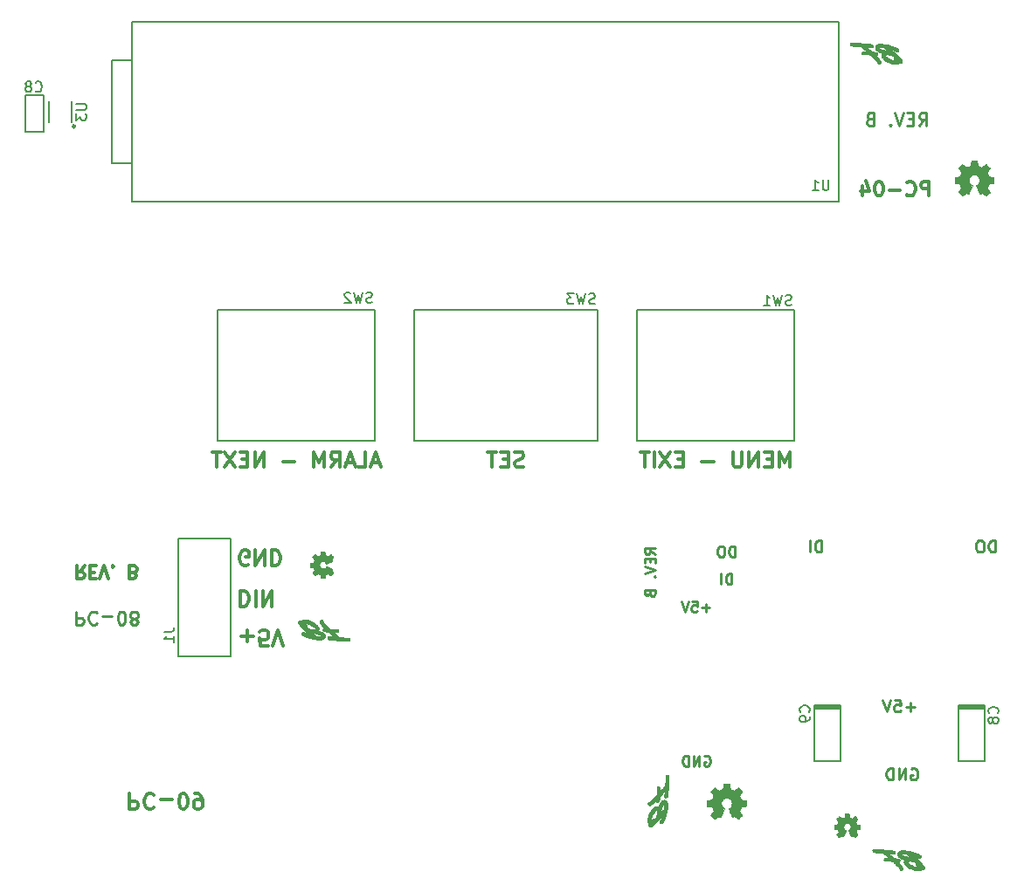
<source format=gbo>
G04 #@! TF.GenerationSoftware,KiCad,Pcbnew,5.0.0-fee4fd1~65~ubuntu17.10.1*
G04 #@! TF.CreationDate,2018-10-29T15:09:50-04:00*
G04 #@! TF.ProjectId,panel,70616E656C2E6B696361645F70636200,A*
G04 #@! TF.SameCoordinates,Original*
G04 #@! TF.FileFunction,Legend,Bot*
G04 #@! TF.FilePolarity,Positive*
%FSLAX46Y46*%
G04 Gerber Fmt 4.6, Leading zero omitted, Abs format (unit mm)*
G04 Created by KiCad (PCBNEW 5.0.0-fee4fd1~65~ubuntu17.10.1) date Mon Oct 29 15:09:50 2018*
%MOMM*%
%LPD*%
G01*
G04 APERTURE LIST*
%ADD10C,0.300000*%
%ADD11C,0.285750*%
%ADD12C,0.254000*%
%ADD13C,0.349250*%
%ADD14C,0.150000*%
%ADD15C,0.002540*%
%ADD16C,0.050000*%
%ADD17C,0.180000*%
%ADD18C,0.203200*%
G04 APERTURE END LIST*
D10*
X162082857Y-102913571D02*
X162082857Y-101413571D01*
X161582857Y-102485000D01*
X161082857Y-101413571D01*
X161082857Y-102913571D01*
X160368571Y-102127857D02*
X159868571Y-102127857D01*
X159654285Y-102913571D02*
X160368571Y-102913571D01*
X160368571Y-101413571D01*
X159654285Y-101413571D01*
X159011428Y-102913571D02*
X159011428Y-101413571D01*
X158154285Y-102913571D01*
X158154285Y-101413571D01*
X157440000Y-101413571D02*
X157440000Y-102627857D01*
X157368571Y-102770714D01*
X157297142Y-102842142D01*
X157154285Y-102913571D01*
X156868571Y-102913571D01*
X156725714Y-102842142D01*
X156654285Y-102770714D01*
X156582857Y-102627857D01*
X156582857Y-101413571D01*
X154725714Y-102342142D02*
X153582857Y-102342142D01*
X151725714Y-102127857D02*
X151225714Y-102127857D01*
X151011428Y-102913571D02*
X151725714Y-102913571D01*
X151725714Y-101413571D01*
X151011428Y-101413571D01*
X150511428Y-101413571D02*
X149511428Y-102913571D01*
X149511428Y-101413571D02*
X150511428Y-102913571D01*
X148940000Y-102913571D02*
X148940000Y-101413571D01*
X148440000Y-101413571D02*
X147582857Y-101413571D01*
X148011428Y-102913571D02*
X148011428Y-101413571D01*
X136298571Y-102842142D02*
X136084285Y-102913571D01*
X135727142Y-102913571D01*
X135584285Y-102842142D01*
X135512857Y-102770714D01*
X135441428Y-102627857D01*
X135441428Y-102485000D01*
X135512857Y-102342142D01*
X135584285Y-102270714D01*
X135727142Y-102199285D01*
X136012857Y-102127857D01*
X136155714Y-102056428D01*
X136227142Y-101985000D01*
X136298571Y-101842142D01*
X136298571Y-101699285D01*
X136227142Y-101556428D01*
X136155714Y-101485000D01*
X136012857Y-101413571D01*
X135655714Y-101413571D01*
X135441428Y-101485000D01*
X134798571Y-102127857D02*
X134298571Y-102127857D01*
X134084285Y-102913571D02*
X134798571Y-102913571D01*
X134798571Y-101413571D01*
X134084285Y-101413571D01*
X133655714Y-101413571D02*
X132798571Y-101413571D01*
X133227142Y-102913571D02*
X133227142Y-101413571D01*
X122335714Y-102485000D02*
X121621428Y-102485000D01*
X122478571Y-102913571D02*
X121978571Y-101413571D01*
X121478571Y-102913571D01*
X120264285Y-102913571D02*
X120978571Y-102913571D01*
X120978571Y-101413571D01*
X119835714Y-102485000D02*
X119121428Y-102485000D01*
X119978571Y-102913571D02*
X119478571Y-101413571D01*
X118978571Y-102913571D01*
X117621428Y-102913571D02*
X118121428Y-102199285D01*
X118478571Y-102913571D02*
X118478571Y-101413571D01*
X117907142Y-101413571D01*
X117764285Y-101485000D01*
X117692857Y-101556428D01*
X117621428Y-101699285D01*
X117621428Y-101913571D01*
X117692857Y-102056428D01*
X117764285Y-102127857D01*
X117907142Y-102199285D01*
X118478571Y-102199285D01*
X116978571Y-102913571D02*
X116978571Y-101413571D01*
X116478571Y-102485000D01*
X115978571Y-101413571D01*
X115978571Y-102913571D01*
X114121428Y-102342142D02*
X112978571Y-102342142D01*
X111121428Y-102913571D02*
X111121428Y-101413571D01*
X110264285Y-102913571D01*
X110264285Y-101413571D01*
X109550000Y-102127857D02*
X109050000Y-102127857D01*
X108835714Y-102913571D02*
X109550000Y-102913571D01*
X109550000Y-101413571D01*
X108835714Y-101413571D01*
X108335714Y-101413571D02*
X107335714Y-102913571D01*
X107335714Y-101413571D02*
X108335714Y-102913571D01*
X106978571Y-101413571D02*
X106121428Y-101413571D01*
X106550000Y-102913571D02*
X106550000Y-101413571D01*
X98100000Y-134576428D02*
X98100000Y-136076428D01*
X98671428Y-136076428D01*
X98814285Y-136005000D01*
X98885714Y-135933571D01*
X98957142Y-135790714D01*
X98957142Y-135576428D01*
X98885714Y-135433571D01*
X98814285Y-135362142D01*
X98671428Y-135290714D01*
X98100000Y-135290714D01*
X100457142Y-134719285D02*
X100385714Y-134647857D01*
X100171428Y-134576428D01*
X100028571Y-134576428D01*
X99814285Y-134647857D01*
X99671428Y-134790714D01*
X99600000Y-134933571D01*
X99528571Y-135219285D01*
X99528571Y-135433571D01*
X99600000Y-135719285D01*
X99671428Y-135862142D01*
X99814285Y-136005000D01*
X100028571Y-136076428D01*
X100171428Y-136076428D01*
X100385714Y-136005000D01*
X100457142Y-135933571D01*
X101100000Y-135147857D02*
X102242857Y-135147857D01*
X103242857Y-136076428D02*
X103385714Y-136076428D01*
X103528571Y-136005000D01*
X103600000Y-135933571D01*
X103671428Y-135790714D01*
X103742857Y-135505000D01*
X103742857Y-135147857D01*
X103671428Y-134862142D01*
X103600000Y-134719285D01*
X103528571Y-134647857D01*
X103385714Y-134576428D01*
X103242857Y-134576428D01*
X103100000Y-134647857D01*
X103028571Y-134719285D01*
X102957142Y-134862142D01*
X102885714Y-135147857D01*
X102885714Y-135505000D01*
X102957142Y-135790714D01*
X103028571Y-135933571D01*
X103100000Y-136005000D01*
X103242857Y-136076428D01*
X104457142Y-134576428D02*
X104742857Y-134576428D01*
X104885714Y-134647857D01*
X104957142Y-134719285D01*
X105100000Y-134933571D01*
X105171428Y-135219285D01*
X105171428Y-135790714D01*
X105100000Y-135933571D01*
X105028571Y-136005000D01*
X104885714Y-136076428D01*
X104600000Y-136076428D01*
X104457142Y-136005000D01*
X104385714Y-135933571D01*
X104314285Y-135790714D01*
X104314285Y-135433571D01*
X104385714Y-135290714D01*
X104457142Y-135219285D01*
X104600000Y-135147857D01*
X104885714Y-135147857D01*
X105028571Y-135219285D01*
X105100000Y-135290714D01*
X105171428Y-135433571D01*
D11*
X173844857Y-132143500D02*
X173953714Y-132089071D01*
X174117000Y-132089071D01*
X174280285Y-132143500D01*
X174389142Y-132252357D01*
X174443571Y-132361214D01*
X174498000Y-132578928D01*
X174498000Y-132742214D01*
X174443571Y-132959928D01*
X174389142Y-133068785D01*
X174280285Y-133177642D01*
X174117000Y-133232071D01*
X174008142Y-133232071D01*
X173844857Y-133177642D01*
X173790428Y-133123214D01*
X173790428Y-132742214D01*
X174008142Y-132742214D01*
X173300571Y-133232071D02*
X173300571Y-132089071D01*
X172647428Y-133232071D01*
X172647428Y-132089071D01*
X172103142Y-133232071D02*
X172103142Y-132089071D01*
X171831000Y-132089071D01*
X171667714Y-132143500D01*
X171558857Y-132252357D01*
X171504428Y-132361214D01*
X171450000Y-132578928D01*
X171450000Y-132742214D01*
X171504428Y-132959928D01*
X171558857Y-133068785D01*
X171667714Y-133177642D01*
X171831000Y-133232071D01*
X172103142Y-133232071D01*
X174189571Y-126192642D02*
X173318714Y-126192642D01*
X173754142Y-126628071D02*
X173754142Y-125757214D01*
X172230142Y-125485071D02*
X172774428Y-125485071D01*
X172828857Y-126029357D01*
X172774428Y-125974928D01*
X172665571Y-125920500D01*
X172393428Y-125920500D01*
X172284571Y-125974928D01*
X172230142Y-126029357D01*
X172175714Y-126138214D01*
X172175714Y-126410357D01*
X172230142Y-126519214D01*
X172284571Y-126573642D01*
X172393428Y-126628071D01*
X172665571Y-126628071D01*
X172774428Y-126573642D01*
X172828857Y-126519214D01*
X171849142Y-125485071D02*
X171468142Y-126628071D01*
X171087142Y-125485071D01*
X182000071Y-111134071D02*
X182000071Y-109991071D01*
X181727928Y-109991071D01*
X181564642Y-110045500D01*
X181455785Y-110154357D01*
X181401357Y-110263214D01*
X181346928Y-110480928D01*
X181346928Y-110644214D01*
X181401357Y-110861928D01*
X181455785Y-110970785D01*
X181564642Y-111079642D01*
X181727928Y-111134071D01*
X182000071Y-111134071D01*
X180639357Y-109991071D02*
X180421642Y-109991071D01*
X180312785Y-110045500D01*
X180203928Y-110154357D01*
X180149500Y-110372071D01*
X180149500Y-110753071D01*
X180203928Y-110970785D01*
X180312785Y-111079642D01*
X180421642Y-111134071D01*
X180639357Y-111134071D01*
X180748214Y-111079642D01*
X180857071Y-110970785D01*
X180911500Y-110753071D01*
X180911500Y-110372071D01*
X180857071Y-110154357D01*
X180748214Y-110045500D01*
X180639357Y-109991071D01*
X165163500Y-111134071D02*
X165163500Y-109991071D01*
X164891357Y-109991071D01*
X164728071Y-110045500D01*
X164619214Y-110154357D01*
X164564785Y-110263214D01*
X164510357Y-110480928D01*
X164510357Y-110644214D01*
X164564785Y-110861928D01*
X164619214Y-110970785D01*
X164728071Y-111079642D01*
X164891357Y-111134071D01*
X165163500Y-111134071D01*
X164020500Y-111134071D02*
X164020500Y-109991071D01*
D12*
X174612904Y-69789523D02*
X175036238Y-69184761D01*
X175338619Y-69789523D02*
X175338619Y-68519523D01*
X174854809Y-68519523D01*
X174733857Y-68580000D01*
X174673380Y-68640476D01*
X174612904Y-68761428D01*
X174612904Y-68942857D01*
X174673380Y-69063809D01*
X174733857Y-69124285D01*
X174854809Y-69184761D01*
X175338619Y-69184761D01*
X174068619Y-69124285D02*
X173645285Y-69124285D01*
X173463857Y-69789523D02*
X174068619Y-69789523D01*
X174068619Y-68519523D01*
X173463857Y-68519523D01*
X173101000Y-68519523D02*
X172677666Y-69789523D01*
X172254333Y-68519523D01*
X171831000Y-69668571D02*
X171770523Y-69729047D01*
X171831000Y-69789523D01*
X171891476Y-69729047D01*
X171831000Y-69668571D01*
X171831000Y-69789523D01*
X169835285Y-69124285D02*
X169653857Y-69184761D01*
X169593380Y-69245238D01*
X169532904Y-69366190D01*
X169532904Y-69547619D01*
X169593380Y-69668571D01*
X169653857Y-69729047D01*
X169774809Y-69789523D01*
X170258619Y-69789523D01*
X170258619Y-68519523D01*
X169835285Y-68519523D01*
X169714333Y-68580000D01*
X169653857Y-68640476D01*
X169593380Y-68761428D01*
X169593380Y-68882380D01*
X169653857Y-69003333D01*
X169714333Y-69063809D01*
X169835285Y-69124285D01*
X170258619Y-69124285D01*
D13*
X175598666Y-76577976D02*
X175598666Y-75180976D01*
X175066476Y-75180976D01*
X174933428Y-75247500D01*
X174866904Y-75314023D01*
X174800380Y-75447071D01*
X174800380Y-75646642D01*
X174866904Y-75779690D01*
X174933428Y-75846214D01*
X175066476Y-75912738D01*
X175598666Y-75912738D01*
X173403380Y-76444928D02*
X173469904Y-76511452D01*
X173669476Y-76577976D01*
X173802523Y-76577976D01*
X174002095Y-76511452D01*
X174135142Y-76378404D01*
X174201666Y-76245357D01*
X174268190Y-75979261D01*
X174268190Y-75779690D01*
X174201666Y-75513595D01*
X174135142Y-75380547D01*
X174002095Y-75247500D01*
X173802523Y-75180976D01*
X173669476Y-75180976D01*
X173469904Y-75247500D01*
X173403380Y-75314023D01*
X172804666Y-76045785D02*
X171740285Y-76045785D01*
X170808952Y-75180976D02*
X170675904Y-75180976D01*
X170542857Y-75247500D01*
X170476333Y-75314023D01*
X170409809Y-75447071D01*
X170343285Y-75713166D01*
X170343285Y-76045785D01*
X170409809Y-76311880D01*
X170476333Y-76444928D01*
X170542857Y-76511452D01*
X170675904Y-76577976D01*
X170808952Y-76577976D01*
X170942000Y-76511452D01*
X171008523Y-76444928D01*
X171075047Y-76311880D01*
X171141571Y-76045785D01*
X171141571Y-75713166D01*
X171075047Y-75447071D01*
X171008523Y-75314023D01*
X170942000Y-75247500D01*
X170808952Y-75180976D01*
X169145857Y-75646642D02*
X169145857Y-76577976D01*
X169478476Y-75114452D02*
X169811095Y-76112309D01*
X168946285Y-76112309D01*
D10*
X93738095Y-112455476D02*
X93314761Y-113060238D01*
X93012380Y-112455476D02*
X93012380Y-113725476D01*
X93496190Y-113725476D01*
X93617142Y-113665000D01*
X93677619Y-113604523D01*
X93738095Y-113483571D01*
X93738095Y-113302142D01*
X93677619Y-113181190D01*
X93617142Y-113120714D01*
X93496190Y-113060238D01*
X93012380Y-113060238D01*
X94282380Y-113120714D02*
X94705714Y-113120714D01*
X94887142Y-112455476D02*
X94282380Y-112455476D01*
X94282380Y-113725476D01*
X94887142Y-113725476D01*
X95250000Y-113725476D02*
X95673333Y-112455476D01*
X96096666Y-113725476D01*
X96520000Y-112576428D02*
X96580476Y-112515952D01*
X96520000Y-112455476D01*
X96459523Y-112515952D01*
X96520000Y-112576428D01*
X96520000Y-112455476D01*
X98515714Y-113120714D02*
X98697142Y-113060238D01*
X98757619Y-112999761D01*
X98818095Y-112878809D01*
X98818095Y-112697380D01*
X98757619Y-112576428D01*
X98697142Y-112515952D01*
X98576190Y-112455476D01*
X98092380Y-112455476D01*
X98092380Y-113725476D01*
X98515714Y-113725476D01*
X98636666Y-113665000D01*
X98697142Y-113604523D01*
X98757619Y-113483571D01*
X98757619Y-113362619D01*
X98697142Y-113241666D01*
X98636666Y-113181190D01*
X98515714Y-113120714D01*
X98092380Y-113120714D01*
D12*
X92921666Y-116900476D02*
X92921666Y-118170476D01*
X93405476Y-118170476D01*
X93526428Y-118110000D01*
X93586904Y-118049523D01*
X93647380Y-117928571D01*
X93647380Y-117747142D01*
X93586904Y-117626190D01*
X93526428Y-117565714D01*
X93405476Y-117505238D01*
X92921666Y-117505238D01*
X94917380Y-117021428D02*
X94856904Y-116960952D01*
X94675476Y-116900476D01*
X94554523Y-116900476D01*
X94373095Y-116960952D01*
X94252142Y-117081904D01*
X94191666Y-117202857D01*
X94131190Y-117444761D01*
X94131190Y-117626190D01*
X94191666Y-117868095D01*
X94252142Y-117989047D01*
X94373095Y-118110000D01*
X94554523Y-118170476D01*
X94675476Y-118170476D01*
X94856904Y-118110000D01*
X94917380Y-118049523D01*
X95461666Y-117384285D02*
X96429285Y-117384285D01*
X97275952Y-118170476D02*
X97396904Y-118170476D01*
X97517857Y-118110000D01*
X97578333Y-118049523D01*
X97638809Y-117928571D01*
X97699285Y-117686666D01*
X97699285Y-117384285D01*
X97638809Y-117142380D01*
X97578333Y-117021428D01*
X97517857Y-116960952D01*
X97396904Y-116900476D01*
X97275952Y-116900476D01*
X97155000Y-116960952D01*
X97094523Y-117021428D01*
X97034047Y-117142380D01*
X96973571Y-117384285D01*
X96973571Y-117686666D01*
X97034047Y-117928571D01*
X97094523Y-118049523D01*
X97155000Y-118110000D01*
X97275952Y-118170476D01*
X98425000Y-117626190D02*
X98304047Y-117686666D01*
X98243571Y-117747142D01*
X98183095Y-117868095D01*
X98183095Y-117928571D01*
X98243571Y-118049523D01*
X98304047Y-118110000D01*
X98425000Y-118170476D01*
X98666904Y-118170476D01*
X98787857Y-118110000D01*
X98848333Y-118049523D01*
X98908809Y-117928571D01*
X98908809Y-117868095D01*
X98848333Y-117747142D01*
X98787857Y-117686666D01*
X98666904Y-117626190D01*
X98425000Y-117626190D01*
X98304047Y-117565714D01*
X98243571Y-117505238D01*
X98183095Y-117384285D01*
X98183095Y-117142380D01*
X98243571Y-117021428D01*
X98304047Y-116960952D01*
X98425000Y-116900476D01*
X98666904Y-116900476D01*
X98787857Y-116960952D01*
X98848333Y-117021428D01*
X98908809Y-117142380D01*
X98908809Y-117384285D01*
X98848333Y-117505238D01*
X98787857Y-117565714D01*
X98666904Y-117626190D01*
D10*
X108827285Y-114891428D02*
X108827285Y-116391428D01*
X109184428Y-116391428D01*
X109398714Y-116320000D01*
X109541571Y-116177142D01*
X109613000Y-116034285D01*
X109684428Y-115748571D01*
X109684428Y-115534285D01*
X109613000Y-115248571D01*
X109541571Y-115105714D01*
X109398714Y-114962857D01*
X109184428Y-114891428D01*
X108827285Y-114891428D01*
X110327285Y-114891428D02*
X110327285Y-116391428D01*
X111041571Y-114891428D02*
X111041571Y-116391428D01*
X111898714Y-114891428D01*
X111898714Y-116391428D01*
X109601142Y-112383000D02*
X109458285Y-112454428D01*
X109244000Y-112454428D01*
X109029714Y-112383000D01*
X108886857Y-112240142D01*
X108815428Y-112097285D01*
X108744000Y-111811571D01*
X108744000Y-111597285D01*
X108815428Y-111311571D01*
X108886857Y-111168714D01*
X109029714Y-111025857D01*
X109244000Y-110954428D01*
X109386857Y-110954428D01*
X109601142Y-111025857D01*
X109672571Y-111097285D01*
X109672571Y-111597285D01*
X109386857Y-111597285D01*
X110315428Y-110954428D02*
X110315428Y-112454428D01*
X111172571Y-110954428D01*
X111172571Y-112454428D01*
X111886857Y-110954428D02*
X111886857Y-112454428D01*
X112244000Y-112454428D01*
X112458285Y-112383000D01*
X112601142Y-112240142D01*
X112672571Y-112097285D01*
X112744000Y-111811571D01*
X112744000Y-111597285D01*
X112672571Y-111311571D01*
X112601142Y-111168714D01*
X112458285Y-111025857D01*
X112244000Y-110954428D01*
X111886857Y-110954428D01*
X108942428Y-119272857D02*
X110085285Y-119272857D01*
X109513857Y-118701428D02*
X109513857Y-119844285D01*
X111513857Y-120201428D02*
X110799571Y-120201428D01*
X110728142Y-119487142D01*
X110799571Y-119558571D01*
X110942428Y-119630000D01*
X111299571Y-119630000D01*
X111442428Y-119558571D01*
X111513857Y-119487142D01*
X111585285Y-119344285D01*
X111585285Y-118987142D01*
X111513857Y-118844285D01*
X111442428Y-118772857D01*
X111299571Y-118701428D01*
X110942428Y-118701428D01*
X110799571Y-118772857D01*
X110728142Y-118844285D01*
X112013857Y-120201428D02*
X112513857Y-118701428D01*
X113013857Y-120201428D01*
D12*
X149049619Y-111312476D02*
X148565809Y-110973809D01*
X149049619Y-110731904D02*
X148033619Y-110731904D01*
X148033619Y-111118952D01*
X148082000Y-111215714D01*
X148130380Y-111264095D01*
X148227142Y-111312476D01*
X148372285Y-111312476D01*
X148469047Y-111264095D01*
X148517428Y-111215714D01*
X148565809Y-111118952D01*
X148565809Y-110731904D01*
X148517428Y-111747904D02*
X148517428Y-112086571D01*
X149049619Y-112231714D02*
X149049619Y-111747904D01*
X148033619Y-111747904D01*
X148033619Y-112231714D01*
X148033619Y-112522000D02*
X149049619Y-112860666D01*
X148033619Y-113199333D01*
X148952857Y-113538000D02*
X149001238Y-113586380D01*
X149049619Y-113538000D01*
X149001238Y-113489619D01*
X148952857Y-113538000D01*
X149049619Y-113538000D01*
X148517428Y-115134571D02*
X148565809Y-115279714D01*
X148614190Y-115328095D01*
X148710952Y-115376476D01*
X148856095Y-115376476D01*
X148952857Y-115328095D01*
X149001238Y-115279714D01*
X149049619Y-115182952D01*
X149049619Y-114795904D01*
X148033619Y-114795904D01*
X148033619Y-115134571D01*
X148082000Y-115231333D01*
X148130380Y-115279714D01*
X148227142Y-115328095D01*
X148323904Y-115328095D01*
X148420666Y-115279714D01*
X148469047Y-115231333D01*
X148517428Y-115134571D01*
X148517428Y-114795904D01*
X156754285Y-111584619D02*
X156754285Y-110568619D01*
X156512380Y-110568619D01*
X156367238Y-110617000D01*
X156270476Y-110713761D01*
X156222095Y-110810523D01*
X156173714Y-111004047D01*
X156173714Y-111149190D01*
X156222095Y-111342714D01*
X156270476Y-111439476D01*
X156367238Y-111536238D01*
X156512380Y-111584619D01*
X156754285Y-111584619D01*
X155544761Y-110568619D02*
X155351238Y-110568619D01*
X155254476Y-110617000D01*
X155157714Y-110713761D01*
X155109333Y-110907285D01*
X155109333Y-111245952D01*
X155157714Y-111439476D01*
X155254476Y-111536238D01*
X155351238Y-111584619D01*
X155544761Y-111584619D01*
X155641523Y-111536238D01*
X155738285Y-111439476D01*
X155786666Y-111245952D01*
X155786666Y-110907285D01*
X155738285Y-110713761D01*
X155641523Y-110617000D01*
X155544761Y-110568619D01*
X156464000Y-114251619D02*
X156464000Y-113235619D01*
X156222095Y-113235619D01*
X156076952Y-113284000D01*
X155980190Y-113380761D01*
X155931809Y-113477523D01*
X155883428Y-113671047D01*
X155883428Y-113816190D01*
X155931809Y-114009714D01*
X155980190Y-114106476D01*
X156076952Y-114203238D01*
X156222095Y-114251619D01*
X156464000Y-114251619D01*
X155448000Y-114251619D02*
X155448000Y-113235619D01*
X153809095Y-130937000D02*
X153905857Y-130888619D01*
X154051000Y-130888619D01*
X154196142Y-130937000D01*
X154292904Y-131033761D01*
X154341285Y-131130523D01*
X154389666Y-131324047D01*
X154389666Y-131469190D01*
X154341285Y-131662714D01*
X154292904Y-131759476D01*
X154196142Y-131856238D01*
X154051000Y-131904619D01*
X153954238Y-131904619D01*
X153809095Y-131856238D01*
X153760714Y-131807857D01*
X153760714Y-131469190D01*
X153954238Y-131469190D01*
X153325285Y-131904619D02*
X153325285Y-130888619D01*
X152744714Y-131904619D01*
X152744714Y-130888619D01*
X152260904Y-131904619D02*
X152260904Y-130888619D01*
X152019000Y-130888619D01*
X151873857Y-130937000D01*
X151777095Y-131033761D01*
X151728714Y-131130523D01*
X151680333Y-131324047D01*
X151680333Y-131469190D01*
X151728714Y-131662714D01*
X151777095Y-131759476D01*
X151873857Y-131856238D01*
X152019000Y-131904619D01*
X152260904Y-131904619D01*
X154341285Y-116531571D02*
X153567190Y-116531571D01*
X153954238Y-116918619D02*
X153954238Y-116144523D01*
X152599571Y-115902619D02*
X153083380Y-115902619D01*
X153131761Y-116386428D01*
X153083380Y-116338047D01*
X152986619Y-116289666D01*
X152744714Y-116289666D01*
X152647952Y-116338047D01*
X152599571Y-116386428D01*
X152551190Y-116483190D01*
X152551190Y-116725095D01*
X152599571Y-116821857D01*
X152647952Y-116870238D01*
X152744714Y-116918619D01*
X152986619Y-116918619D01*
X153083380Y-116870238D01*
X153131761Y-116821857D01*
X152260904Y-115902619D02*
X151922238Y-116918619D01*
X151583571Y-115902619D01*
D14*
G04 #@! TO.C,SW1*
X162560000Y-100330000D02*
X162560000Y-87630000D01*
X147320000Y-100330000D02*
X162560000Y-100330000D01*
X147320000Y-87630000D02*
X147320000Y-100330000D01*
X162560000Y-87630000D02*
X147320000Y-87630000D01*
G04 #@! TO.C,SW2*
X121920000Y-100330000D02*
X121920000Y-87630000D01*
X106680000Y-100330000D02*
X121920000Y-100330000D01*
X106680000Y-87630000D02*
X106680000Y-100330000D01*
X121920000Y-87630000D02*
X106680000Y-87630000D01*
G04 #@! TO.C,SW3*
X125730000Y-87630000D02*
X125730000Y-100330000D01*
X143510000Y-87630000D02*
X125730000Y-87630000D01*
X143510000Y-100330000D02*
X143510000Y-87630000D01*
X125730000Y-100330000D02*
X143510000Y-100330000D01*
D15*
G04 #@! TO.C,LOGO-OSHW-100*
G36*
X168409620Y-138805920D02*
X168394380Y-138800840D01*
X168366440Y-138780520D01*
X168323260Y-138752580D01*
X168272460Y-138719560D01*
X168224200Y-138686540D01*
X168181020Y-138658600D01*
X168153080Y-138640820D01*
X168140380Y-138633200D01*
X168135300Y-138635740D01*
X168109900Y-138645900D01*
X168074340Y-138666220D01*
X168056560Y-138676380D01*
X168023540Y-138689080D01*
X168008300Y-138691620D01*
X168005760Y-138686540D01*
X167993060Y-138663680D01*
X167975280Y-138620500D01*
X167949880Y-138567160D01*
X167924480Y-138501120D01*
X167894000Y-138432540D01*
X167863520Y-138361420D01*
X167835580Y-138292840D01*
X167812720Y-138234420D01*
X167792400Y-138183620D01*
X167779700Y-138150600D01*
X167774620Y-138135360D01*
X167774620Y-138132820D01*
X167792400Y-138115040D01*
X167820340Y-138094720D01*
X167878760Y-138046460D01*
X167939720Y-137972800D01*
X167975280Y-137888980D01*
X167985440Y-137795000D01*
X167975280Y-137711180D01*
X167942260Y-137627360D01*
X167883840Y-137551160D01*
X167812720Y-137495280D01*
X167731440Y-137462260D01*
X167640000Y-137449560D01*
X167553640Y-137459720D01*
X167467280Y-137492740D01*
X167393620Y-137551160D01*
X167360600Y-137586720D01*
X167317420Y-137662920D01*
X167292020Y-137744200D01*
X167289480Y-137764520D01*
X167294560Y-137850880D01*
X167319960Y-137937240D01*
X167368220Y-138013440D01*
X167431720Y-138076940D01*
X167439340Y-138082020D01*
X167469820Y-138104880D01*
X167490140Y-138120120D01*
X167507920Y-138132820D01*
X167393620Y-138407140D01*
X167375840Y-138450320D01*
X167345360Y-138523980D01*
X167317420Y-138590020D01*
X167294560Y-138640820D01*
X167279320Y-138673840D01*
X167274240Y-138689080D01*
X167271700Y-138689080D01*
X167261540Y-138691620D01*
X167241220Y-138684000D01*
X167203120Y-138666220D01*
X167177720Y-138653520D01*
X167149780Y-138638280D01*
X167137080Y-138633200D01*
X167124380Y-138638280D01*
X167096440Y-138656060D01*
X167055800Y-138684000D01*
X167007540Y-138717020D01*
X166961820Y-138750040D01*
X166918640Y-138777980D01*
X166885620Y-138798300D01*
X166872920Y-138805920D01*
X166870380Y-138805920D01*
X166855140Y-138798300D01*
X166832280Y-138777980D01*
X166794180Y-138742420D01*
X166740840Y-138691620D01*
X166733220Y-138681460D01*
X166690040Y-138638280D01*
X166654480Y-138600180D01*
X166631620Y-138574780D01*
X166624000Y-138562080D01*
X166631620Y-138549380D01*
X166649400Y-138516360D01*
X166679880Y-138473180D01*
X166712900Y-138422380D01*
X166804340Y-138290300D01*
X166753540Y-138168380D01*
X166738300Y-138130280D01*
X166720520Y-138082020D01*
X166705280Y-138049000D01*
X166697660Y-138036300D01*
X166684960Y-138031220D01*
X166649400Y-138023600D01*
X166601140Y-138013440D01*
X166542720Y-138000740D01*
X166486840Y-137990580D01*
X166436040Y-137982960D01*
X166397940Y-137975340D01*
X166382700Y-137970260D01*
X166377620Y-137970260D01*
X166375080Y-137960100D01*
X166372540Y-137944860D01*
X166372540Y-137914380D01*
X166372540Y-137866120D01*
X166372540Y-137795000D01*
X166372540Y-137789920D01*
X166372540Y-137723880D01*
X166372540Y-137670540D01*
X166375080Y-137634980D01*
X166377620Y-137619740D01*
X166392860Y-137617200D01*
X166428420Y-137609580D01*
X166479220Y-137599420D01*
X166540180Y-137586720D01*
X166542720Y-137586720D01*
X166603680Y-137576560D01*
X166654480Y-137563860D01*
X166690040Y-137556240D01*
X166705280Y-137551160D01*
X166707820Y-137548620D01*
X166720520Y-137525760D01*
X166735760Y-137487660D01*
X166756080Y-137441940D01*
X166776400Y-137393680D01*
X166794180Y-137353040D01*
X166804340Y-137320020D01*
X166806880Y-137307320D01*
X166806880Y-137304780D01*
X166799260Y-137292080D01*
X166778940Y-137261600D01*
X166748460Y-137215880D01*
X166712900Y-137165080D01*
X166710360Y-137162540D01*
X166677340Y-137111740D01*
X166649400Y-137068560D01*
X166629080Y-137038080D01*
X166624000Y-137022840D01*
X166634160Y-137007600D01*
X166659560Y-136979660D01*
X166697660Y-136941560D01*
X166740840Y-136895840D01*
X166756080Y-136880600D01*
X166804340Y-136832340D01*
X166839900Y-136801860D01*
X166860220Y-136784080D01*
X166870380Y-136781540D01*
X166885620Y-136791700D01*
X166918640Y-136812020D01*
X166961820Y-136842500D01*
X167012620Y-136875520D01*
X167017700Y-136878060D01*
X167068500Y-136913620D01*
X167111680Y-136941560D01*
X167139620Y-136961880D01*
X167154860Y-136969500D01*
X167177720Y-136964420D01*
X167213280Y-136951720D01*
X167256460Y-136933940D01*
X167304720Y-136916160D01*
X167347900Y-136895840D01*
X167378380Y-136883140D01*
X167393620Y-136872980D01*
X167398700Y-136855200D01*
X167408860Y-136817100D01*
X167419020Y-136763760D01*
X167431720Y-136702800D01*
X167431720Y-136692640D01*
X167444420Y-136631680D01*
X167454580Y-136580880D01*
X167462200Y-136547860D01*
X167464740Y-136532620D01*
X167472360Y-136530080D01*
X167502840Y-136530080D01*
X167548560Y-136527540D01*
X167601900Y-136527540D01*
X167657780Y-136527540D01*
X167713660Y-136527540D01*
X167761920Y-136530080D01*
X167797480Y-136532620D01*
X167810180Y-136535160D01*
X167817800Y-136555480D01*
X167825420Y-136593580D01*
X167835580Y-136646920D01*
X167848280Y-136707880D01*
X167850820Y-136718040D01*
X167860980Y-136779000D01*
X167871140Y-136829800D01*
X167878760Y-136862820D01*
X167881300Y-136875520D01*
X167888920Y-136880600D01*
X167911780Y-136890760D01*
X167952420Y-136906000D01*
X168003220Y-136926320D01*
X168120060Y-136974580D01*
X168262300Y-136875520D01*
X168275000Y-136867900D01*
X168325800Y-136832340D01*
X168368980Y-136804400D01*
X168396920Y-136786620D01*
X168409620Y-136779000D01*
X168412160Y-136779000D01*
X168424860Y-136791700D01*
X168452800Y-136819640D01*
X168490900Y-136855200D01*
X168536620Y-136900920D01*
X168569640Y-136933940D01*
X168610280Y-136974580D01*
X168633140Y-136999980D01*
X168648380Y-137017760D01*
X168653460Y-137027920D01*
X168650920Y-137035540D01*
X168643300Y-137050780D01*
X168620440Y-137081260D01*
X168592500Y-137124440D01*
X168556940Y-137175240D01*
X168529000Y-137215880D01*
X168498520Y-137264140D01*
X168478200Y-137299700D01*
X168470580Y-137314940D01*
X168473120Y-137322560D01*
X168483280Y-137350500D01*
X168498520Y-137393680D01*
X168521380Y-137441940D01*
X168569640Y-137556240D01*
X168643300Y-137568940D01*
X168689020Y-137579100D01*
X168752520Y-137591800D01*
X168810940Y-137601960D01*
X168904920Y-137619740D01*
X168910000Y-137962640D01*
X168894760Y-137967720D01*
X168879520Y-137972800D01*
X168846500Y-137980420D01*
X168795700Y-137990580D01*
X168737280Y-138000740D01*
X168689020Y-138010900D01*
X168638220Y-138021060D01*
X168602660Y-138026140D01*
X168584880Y-138031220D01*
X168582340Y-138036300D01*
X168569640Y-138059160D01*
X168551860Y-138099800D01*
X168531540Y-138145520D01*
X168511220Y-138193780D01*
X168493440Y-138236960D01*
X168480740Y-138272520D01*
X168475660Y-138290300D01*
X168483280Y-138303000D01*
X168503600Y-138330940D01*
X168531540Y-138374120D01*
X168564560Y-138424920D01*
X168597580Y-138473180D01*
X168628060Y-138516360D01*
X168648380Y-138546840D01*
X168656000Y-138562080D01*
X168650920Y-138569700D01*
X168630600Y-138595100D01*
X168595040Y-138633200D01*
X168539160Y-138689080D01*
X168529000Y-138696700D01*
X168483280Y-138739880D01*
X168447720Y-138775440D01*
X168419780Y-138798300D01*
X168409620Y-138805920D01*
X168409620Y-138805920D01*
G37*
X168409620Y-138805920D02*
X168394380Y-138800840D01*
X168366440Y-138780520D01*
X168323260Y-138752580D01*
X168272460Y-138719560D01*
X168224200Y-138686540D01*
X168181020Y-138658600D01*
X168153080Y-138640820D01*
X168140380Y-138633200D01*
X168135300Y-138635740D01*
X168109900Y-138645900D01*
X168074340Y-138666220D01*
X168056560Y-138676380D01*
X168023540Y-138689080D01*
X168008300Y-138691620D01*
X168005760Y-138686540D01*
X167993060Y-138663680D01*
X167975280Y-138620500D01*
X167949880Y-138567160D01*
X167924480Y-138501120D01*
X167894000Y-138432540D01*
X167863520Y-138361420D01*
X167835580Y-138292840D01*
X167812720Y-138234420D01*
X167792400Y-138183620D01*
X167779700Y-138150600D01*
X167774620Y-138135360D01*
X167774620Y-138132820D01*
X167792400Y-138115040D01*
X167820340Y-138094720D01*
X167878760Y-138046460D01*
X167939720Y-137972800D01*
X167975280Y-137888980D01*
X167985440Y-137795000D01*
X167975280Y-137711180D01*
X167942260Y-137627360D01*
X167883840Y-137551160D01*
X167812720Y-137495280D01*
X167731440Y-137462260D01*
X167640000Y-137449560D01*
X167553640Y-137459720D01*
X167467280Y-137492740D01*
X167393620Y-137551160D01*
X167360600Y-137586720D01*
X167317420Y-137662920D01*
X167292020Y-137744200D01*
X167289480Y-137764520D01*
X167294560Y-137850880D01*
X167319960Y-137937240D01*
X167368220Y-138013440D01*
X167431720Y-138076940D01*
X167439340Y-138082020D01*
X167469820Y-138104880D01*
X167490140Y-138120120D01*
X167507920Y-138132820D01*
X167393620Y-138407140D01*
X167375840Y-138450320D01*
X167345360Y-138523980D01*
X167317420Y-138590020D01*
X167294560Y-138640820D01*
X167279320Y-138673840D01*
X167274240Y-138689080D01*
X167271700Y-138689080D01*
X167261540Y-138691620D01*
X167241220Y-138684000D01*
X167203120Y-138666220D01*
X167177720Y-138653520D01*
X167149780Y-138638280D01*
X167137080Y-138633200D01*
X167124380Y-138638280D01*
X167096440Y-138656060D01*
X167055800Y-138684000D01*
X167007540Y-138717020D01*
X166961820Y-138750040D01*
X166918640Y-138777980D01*
X166885620Y-138798300D01*
X166872920Y-138805920D01*
X166870380Y-138805920D01*
X166855140Y-138798300D01*
X166832280Y-138777980D01*
X166794180Y-138742420D01*
X166740840Y-138691620D01*
X166733220Y-138681460D01*
X166690040Y-138638280D01*
X166654480Y-138600180D01*
X166631620Y-138574780D01*
X166624000Y-138562080D01*
X166631620Y-138549380D01*
X166649400Y-138516360D01*
X166679880Y-138473180D01*
X166712900Y-138422380D01*
X166804340Y-138290300D01*
X166753540Y-138168380D01*
X166738300Y-138130280D01*
X166720520Y-138082020D01*
X166705280Y-138049000D01*
X166697660Y-138036300D01*
X166684960Y-138031220D01*
X166649400Y-138023600D01*
X166601140Y-138013440D01*
X166542720Y-138000740D01*
X166486840Y-137990580D01*
X166436040Y-137982960D01*
X166397940Y-137975340D01*
X166382700Y-137970260D01*
X166377620Y-137970260D01*
X166375080Y-137960100D01*
X166372540Y-137944860D01*
X166372540Y-137914380D01*
X166372540Y-137866120D01*
X166372540Y-137795000D01*
X166372540Y-137789920D01*
X166372540Y-137723880D01*
X166372540Y-137670540D01*
X166375080Y-137634980D01*
X166377620Y-137619740D01*
X166392860Y-137617200D01*
X166428420Y-137609580D01*
X166479220Y-137599420D01*
X166540180Y-137586720D01*
X166542720Y-137586720D01*
X166603680Y-137576560D01*
X166654480Y-137563860D01*
X166690040Y-137556240D01*
X166705280Y-137551160D01*
X166707820Y-137548620D01*
X166720520Y-137525760D01*
X166735760Y-137487660D01*
X166756080Y-137441940D01*
X166776400Y-137393680D01*
X166794180Y-137353040D01*
X166804340Y-137320020D01*
X166806880Y-137307320D01*
X166806880Y-137304780D01*
X166799260Y-137292080D01*
X166778940Y-137261600D01*
X166748460Y-137215880D01*
X166712900Y-137165080D01*
X166710360Y-137162540D01*
X166677340Y-137111740D01*
X166649400Y-137068560D01*
X166629080Y-137038080D01*
X166624000Y-137022840D01*
X166634160Y-137007600D01*
X166659560Y-136979660D01*
X166697660Y-136941560D01*
X166740840Y-136895840D01*
X166756080Y-136880600D01*
X166804340Y-136832340D01*
X166839900Y-136801860D01*
X166860220Y-136784080D01*
X166870380Y-136781540D01*
X166885620Y-136791700D01*
X166918640Y-136812020D01*
X166961820Y-136842500D01*
X167012620Y-136875520D01*
X167017700Y-136878060D01*
X167068500Y-136913620D01*
X167111680Y-136941560D01*
X167139620Y-136961880D01*
X167154860Y-136969500D01*
X167177720Y-136964420D01*
X167213280Y-136951720D01*
X167256460Y-136933940D01*
X167304720Y-136916160D01*
X167347900Y-136895840D01*
X167378380Y-136883140D01*
X167393620Y-136872980D01*
X167398700Y-136855200D01*
X167408860Y-136817100D01*
X167419020Y-136763760D01*
X167431720Y-136702800D01*
X167431720Y-136692640D01*
X167444420Y-136631680D01*
X167454580Y-136580880D01*
X167462200Y-136547860D01*
X167464740Y-136532620D01*
X167472360Y-136530080D01*
X167502840Y-136530080D01*
X167548560Y-136527540D01*
X167601900Y-136527540D01*
X167657780Y-136527540D01*
X167713660Y-136527540D01*
X167761920Y-136530080D01*
X167797480Y-136532620D01*
X167810180Y-136535160D01*
X167817800Y-136555480D01*
X167825420Y-136593580D01*
X167835580Y-136646920D01*
X167848280Y-136707880D01*
X167850820Y-136718040D01*
X167860980Y-136779000D01*
X167871140Y-136829800D01*
X167878760Y-136862820D01*
X167881300Y-136875520D01*
X167888920Y-136880600D01*
X167911780Y-136890760D01*
X167952420Y-136906000D01*
X168003220Y-136926320D01*
X168120060Y-136974580D01*
X168262300Y-136875520D01*
X168275000Y-136867900D01*
X168325800Y-136832340D01*
X168368980Y-136804400D01*
X168396920Y-136786620D01*
X168409620Y-136779000D01*
X168412160Y-136779000D01*
X168424860Y-136791700D01*
X168452800Y-136819640D01*
X168490900Y-136855200D01*
X168536620Y-136900920D01*
X168569640Y-136933940D01*
X168610280Y-136974580D01*
X168633140Y-136999980D01*
X168648380Y-137017760D01*
X168653460Y-137027920D01*
X168650920Y-137035540D01*
X168643300Y-137050780D01*
X168620440Y-137081260D01*
X168592500Y-137124440D01*
X168556940Y-137175240D01*
X168529000Y-137215880D01*
X168498520Y-137264140D01*
X168478200Y-137299700D01*
X168470580Y-137314940D01*
X168473120Y-137322560D01*
X168483280Y-137350500D01*
X168498520Y-137393680D01*
X168521380Y-137441940D01*
X168569640Y-137556240D01*
X168643300Y-137568940D01*
X168689020Y-137579100D01*
X168752520Y-137591800D01*
X168810940Y-137601960D01*
X168904920Y-137619740D01*
X168910000Y-137962640D01*
X168894760Y-137967720D01*
X168879520Y-137972800D01*
X168846500Y-137980420D01*
X168795700Y-137990580D01*
X168737280Y-138000740D01*
X168689020Y-138010900D01*
X168638220Y-138021060D01*
X168602660Y-138026140D01*
X168584880Y-138031220D01*
X168582340Y-138036300D01*
X168569640Y-138059160D01*
X168551860Y-138099800D01*
X168531540Y-138145520D01*
X168511220Y-138193780D01*
X168493440Y-138236960D01*
X168480740Y-138272520D01*
X168475660Y-138290300D01*
X168483280Y-138303000D01*
X168503600Y-138330940D01*
X168531540Y-138374120D01*
X168564560Y-138424920D01*
X168597580Y-138473180D01*
X168628060Y-138516360D01*
X168648380Y-138546840D01*
X168656000Y-138562080D01*
X168650920Y-138569700D01*
X168630600Y-138595100D01*
X168595040Y-138633200D01*
X168539160Y-138689080D01*
X168529000Y-138696700D01*
X168483280Y-138739880D01*
X168447720Y-138775440D01*
X168419780Y-138798300D01*
X168409620Y-138805920D01*
D16*
G04 #@! TO.C,SIGNATURE_SILK*
G36*
X172518960Y-140444621D02*
X172522227Y-140507702D01*
X172534312Y-140562055D01*
X172539516Y-140575139D01*
X172577324Y-140635455D01*
X172635202Y-140695196D01*
X172712052Y-140753658D01*
X172800293Y-140806271D01*
X172800293Y-140422752D01*
X172826292Y-140408350D01*
X172860345Y-140397208D01*
X172912147Y-140390530D01*
X172978777Y-140388220D01*
X173057317Y-140390180D01*
X173144846Y-140396313D01*
X173238444Y-140406522D01*
X173335190Y-140420709D01*
X173368230Y-140426412D01*
X173412329Y-140434635D01*
X173439600Y-140441305D01*
X173454082Y-140448422D01*
X173459814Y-140457984D01*
X173460834Y-140471990D01*
X173460834Y-140472255D01*
X173462774Y-140490082D01*
X173469956Y-140508222D01*
X173484426Y-140528999D01*
X173508227Y-140554734D01*
X173543403Y-140587749D01*
X173591999Y-140630366D01*
X173624482Y-140658140D01*
X173666840Y-140694364D01*
X173702820Y-140725514D01*
X173729635Y-140749149D01*
X173744501Y-140762825D01*
X173746584Y-140765185D01*
X173740407Y-140766244D01*
X173720857Y-140763377D01*
X173686404Y-140756254D01*
X173635517Y-140744545D01*
X173566667Y-140727918D01*
X173513750Y-140714862D01*
X173386707Y-140681206D01*
X173266312Y-140645158D01*
X173154873Y-140607607D01*
X173054696Y-140569443D01*
X172968087Y-140531556D01*
X172897352Y-140494836D01*
X172844797Y-140460172D01*
X172836876Y-140453738D01*
X172800293Y-140422752D01*
X172800293Y-140806271D01*
X172806776Y-140810137D01*
X172918279Y-140863931D01*
X173045463Y-140914336D01*
X173095709Y-140931795D01*
X173135992Y-140945314D01*
X173169048Y-140956422D01*
X173189346Y-140963259D01*
X173192255Y-140964246D01*
X173194286Y-140975402D01*
X173185546Y-141002240D01*
X173168442Y-141039215D01*
X173148719Y-141081647D01*
X173137868Y-141116495D01*
X173133405Y-141154037D01*
X173132750Y-141186810D01*
X173138041Y-141250170D01*
X173155015Y-141310242D01*
X173185326Y-141370113D01*
X173230626Y-141432871D01*
X173292571Y-141501605D01*
X173311604Y-141520833D01*
X173421179Y-141617720D01*
X173439667Y-141630988D01*
X173439667Y-141168098D01*
X173449693Y-141150399D01*
X173477583Y-141134288D01*
X173520052Y-141120436D01*
X173573818Y-141109517D01*
X173635597Y-141102202D01*
X173702106Y-141099165D01*
X173767750Y-141100922D01*
X173922656Y-141118033D01*
X174080084Y-141148531D01*
X174107600Y-141155254D01*
X174141876Y-141165111D01*
X174169935Y-141177165D01*
X174197424Y-141194888D01*
X174229986Y-141221748D01*
X174259965Y-141248900D01*
X174342356Y-141324879D01*
X174324928Y-141358580D01*
X174310565Y-141402595D01*
X174308232Y-141450097D01*
X174317704Y-141492933D01*
X174329235Y-141513359D01*
X174354246Y-141534434D01*
X174388297Y-141550911D01*
X174395381Y-141553088D01*
X174457784Y-141570880D01*
X174504266Y-141586322D01*
X174539640Y-141601326D01*
X174568719Y-141617803D01*
X174582887Y-141627542D01*
X174606449Y-141646742D01*
X174619307Y-141661524D01*
X174619957Y-141666633D01*
X174602775Y-141675534D01*
X174571898Y-141684959D01*
X174534675Y-141693145D01*
X174498454Y-141698326D01*
X174484325Y-141699210D01*
X174453891Y-141697534D01*
X174411655Y-141692144D01*
X174366419Y-141684179D01*
X174363550Y-141683593D01*
X174262537Y-141657468D01*
X174150574Y-141619312D01*
X174032453Y-141571240D01*
X173912969Y-141515365D01*
X173796916Y-141453804D01*
X173689088Y-141388671D01*
X173676781Y-141380617D01*
X173623087Y-141343197D01*
X173571359Y-141303608D01*
X173524461Y-141264417D01*
X173485255Y-141228192D01*
X173456607Y-141197497D01*
X173441378Y-141174901D01*
X173439667Y-141168098D01*
X173439667Y-141630988D01*
X173547978Y-141708723D01*
X173688453Y-141792044D01*
X173839061Y-141865884D01*
X173996254Y-141928444D01*
X174156488Y-141977926D01*
X174260588Y-142002224D01*
X174341828Y-142015782D01*
X174424281Y-142024361D01*
X174503110Y-142027822D01*
X174573480Y-142026025D01*
X174630554Y-142018830D01*
X174651459Y-142013529D01*
X174709611Y-141991023D01*
X174764564Y-141959943D01*
X174807958Y-141928960D01*
X174856151Y-141892174D01*
X174896680Y-141913319D01*
X174948870Y-141929997D01*
X175000457Y-141927970D01*
X175047995Y-141909507D01*
X175088041Y-141876878D01*
X175117151Y-141832353D01*
X175131880Y-141778202D01*
X175133000Y-141757582D01*
X175130909Y-141719267D01*
X175125596Y-141685160D01*
X175122068Y-141672873D01*
X175107033Y-141646391D01*
X175077851Y-141607205D01*
X175036037Y-141556853D01*
X174983101Y-141496874D01*
X174920557Y-141428805D01*
X174849918Y-141354185D01*
X174772695Y-141274552D01*
X174690401Y-141191443D01*
X174604549Y-141106399D01*
X174516651Y-141020956D01*
X174428220Y-140936652D01*
X174340768Y-140855027D01*
X174255808Y-140777617D01*
X174174851Y-140705963D01*
X174151162Y-140685466D01*
X174116308Y-140655179D01*
X174088834Y-140630712D01*
X174071806Y-140614836D01*
X174067837Y-140610166D01*
X174078825Y-140613410D01*
X174106114Y-140622321D01*
X174145992Y-140635663D01*
X174194751Y-140652204D01*
X174213191Y-140658508D01*
X174325461Y-140699052D01*
X174416862Y-140736625D01*
X174487369Y-140771213D01*
X174536955Y-140802806D01*
X174546974Y-140811014D01*
X174590313Y-140836517D01*
X174637534Y-140843521D01*
X174684355Y-140833060D01*
X174726495Y-140806163D01*
X174759672Y-140763863D01*
X174762157Y-140759170D01*
X174780085Y-140702230D01*
X174778346Y-140644038D01*
X174757752Y-140588691D01*
X174719117Y-140540282D01*
X174718635Y-140539840D01*
X174688276Y-140517831D01*
X174640780Y-140490667D01*
X174579161Y-140459662D01*
X174506436Y-140426132D01*
X174425620Y-140391391D01*
X174339729Y-140356756D01*
X174251778Y-140323540D01*
X174164783Y-140293059D01*
X174117000Y-140277482D01*
X173995990Y-140241365D01*
X173868965Y-140207359D01*
X173738616Y-140175927D01*
X173607633Y-140147535D01*
X173478707Y-140122643D01*
X173354528Y-140101717D01*
X173237787Y-140085219D01*
X173131175Y-140073613D01*
X173037382Y-140067361D01*
X172959099Y-140066928D01*
X172914457Y-140070400D01*
X172814042Y-140091482D01*
X172725321Y-140126789D01*
X172650024Y-140175146D01*
X172589885Y-140235379D01*
X172546637Y-140306315D01*
X172538950Y-140324839D01*
X172524528Y-140380953D01*
X172518960Y-140444621D01*
X172518960Y-140444621D01*
G37*
X172518960Y-140444621D02*
X172522227Y-140507702D01*
X172534312Y-140562055D01*
X172539516Y-140575139D01*
X172577324Y-140635455D01*
X172635202Y-140695196D01*
X172712052Y-140753658D01*
X172800293Y-140806271D01*
X172800293Y-140422752D01*
X172826292Y-140408350D01*
X172860345Y-140397208D01*
X172912147Y-140390530D01*
X172978777Y-140388220D01*
X173057317Y-140390180D01*
X173144846Y-140396313D01*
X173238444Y-140406522D01*
X173335190Y-140420709D01*
X173368230Y-140426412D01*
X173412329Y-140434635D01*
X173439600Y-140441305D01*
X173454082Y-140448422D01*
X173459814Y-140457984D01*
X173460834Y-140471990D01*
X173460834Y-140472255D01*
X173462774Y-140490082D01*
X173469956Y-140508222D01*
X173484426Y-140528999D01*
X173508227Y-140554734D01*
X173543403Y-140587749D01*
X173591999Y-140630366D01*
X173624482Y-140658140D01*
X173666840Y-140694364D01*
X173702820Y-140725514D01*
X173729635Y-140749149D01*
X173744501Y-140762825D01*
X173746584Y-140765185D01*
X173740407Y-140766244D01*
X173720857Y-140763377D01*
X173686404Y-140756254D01*
X173635517Y-140744545D01*
X173566667Y-140727918D01*
X173513750Y-140714862D01*
X173386707Y-140681206D01*
X173266312Y-140645158D01*
X173154873Y-140607607D01*
X173054696Y-140569443D01*
X172968087Y-140531556D01*
X172897352Y-140494836D01*
X172844797Y-140460172D01*
X172836876Y-140453738D01*
X172800293Y-140422752D01*
X172800293Y-140806271D01*
X172806776Y-140810137D01*
X172918279Y-140863931D01*
X173045463Y-140914336D01*
X173095709Y-140931795D01*
X173135992Y-140945314D01*
X173169048Y-140956422D01*
X173189346Y-140963259D01*
X173192255Y-140964246D01*
X173194286Y-140975402D01*
X173185546Y-141002240D01*
X173168442Y-141039215D01*
X173148719Y-141081647D01*
X173137868Y-141116495D01*
X173133405Y-141154037D01*
X173132750Y-141186810D01*
X173138041Y-141250170D01*
X173155015Y-141310242D01*
X173185326Y-141370113D01*
X173230626Y-141432871D01*
X173292571Y-141501605D01*
X173311604Y-141520833D01*
X173421179Y-141617720D01*
X173439667Y-141630988D01*
X173439667Y-141168098D01*
X173449693Y-141150399D01*
X173477583Y-141134288D01*
X173520052Y-141120436D01*
X173573818Y-141109517D01*
X173635597Y-141102202D01*
X173702106Y-141099165D01*
X173767750Y-141100922D01*
X173922656Y-141118033D01*
X174080084Y-141148531D01*
X174107600Y-141155254D01*
X174141876Y-141165111D01*
X174169935Y-141177165D01*
X174197424Y-141194888D01*
X174229986Y-141221748D01*
X174259965Y-141248900D01*
X174342356Y-141324879D01*
X174324928Y-141358580D01*
X174310565Y-141402595D01*
X174308232Y-141450097D01*
X174317704Y-141492933D01*
X174329235Y-141513359D01*
X174354246Y-141534434D01*
X174388297Y-141550911D01*
X174395381Y-141553088D01*
X174457784Y-141570880D01*
X174504266Y-141586322D01*
X174539640Y-141601326D01*
X174568719Y-141617803D01*
X174582887Y-141627542D01*
X174606449Y-141646742D01*
X174619307Y-141661524D01*
X174619957Y-141666633D01*
X174602775Y-141675534D01*
X174571898Y-141684959D01*
X174534675Y-141693145D01*
X174498454Y-141698326D01*
X174484325Y-141699210D01*
X174453891Y-141697534D01*
X174411655Y-141692144D01*
X174366419Y-141684179D01*
X174363550Y-141683593D01*
X174262537Y-141657468D01*
X174150574Y-141619312D01*
X174032453Y-141571240D01*
X173912969Y-141515365D01*
X173796916Y-141453804D01*
X173689088Y-141388671D01*
X173676781Y-141380617D01*
X173623087Y-141343197D01*
X173571359Y-141303608D01*
X173524461Y-141264417D01*
X173485255Y-141228192D01*
X173456607Y-141197497D01*
X173441378Y-141174901D01*
X173439667Y-141168098D01*
X173439667Y-141630988D01*
X173547978Y-141708723D01*
X173688453Y-141792044D01*
X173839061Y-141865884D01*
X173996254Y-141928444D01*
X174156488Y-141977926D01*
X174260588Y-142002224D01*
X174341828Y-142015782D01*
X174424281Y-142024361D01*
X174503110Y-142027822D01*
X174573480Y-142026025D01*
X174630554Y-142018830D01*
X174651459Y-142013529D01*
X174709611Y-141991023D01*
X174764564Y-141959943D01*
X174807958Y-141928960D01*
X174856151Y-141892174D01*
X174896680Y-141913319D01*
X174948870Y-141929997D01*
X175000457Y-141927970D01*
X175047995Y-141909507D01*
X175088041Y-141876878D01*
X175117151Y-141832353D01*
X175131880Y-141778202D01*
X175133000Y-141757582D01*
X175130909Y-141719267D01*
X175125596Y-141685160D01*
X175122068Y-141672873D01*
X175107033Y-141646391D01*
X175077851Y-141607205D01*
X175036037Y-141556853D01*
X174983101Y-141496874D01*
X174920557Y-141428805D01*
X174849918Y-141354185D01*
X174772695Y-141274552D01*
X174690401Y-141191443D01*
X174604549Y-141106399D01*
X174516651Y-141020956D01*
X174428220Y-140936652D01*
X174340768Y-140855027D01*
X174255808Y-140777617D01*
X174174851Y-140705963D01*
X174151162Y-140685466D01*
X174116308Y-140655179D01*
X174088834Y-140630712D01*
X174071806Y-140614836D01*
X174067837Y-140610166D01*
X174078825Y-140613410D01*
X174106114Y-140622321D01*
X174145992Y-140635663D01*
X174194751Y-140652204D01*
X174213191Y-140658508D01*
X174325461Y-140699052D01*
X174416862Y-140736625D01*
X174487369Y-140771213D01*
X174536955Y-140802806D01*
X174546974Y-140811014D01*
X174590313Y-140836517D01*
X174637534Y-140843521D01*
X174684355Y-140833060D01*
X174726495Y-140806163D01*
X174759672Y-140763863D01*
X174762157Y-140759170D01*
X174780085Y-140702230D01*
X174778346Y-140644038D01*
X174757752Y-140588691D01*
X174719117Y-140540282D01*
X174718635Y-140539840D01*
X174688276Y-140517831D01*
X174640780Y-140490667D01*
X174579161Y-140459662D01*
X174506436Y-140426132D01*
X174425620Y-140391391D01*
X174339729Y-140356756D01*
X174251778Y-140323540D01*
X174164783Y-140293059D01*
X174117000Y-140277482D01*
X173995990Y-140241365D01*
X173868965Y-140207359D01*
X173738616Y-140175927D01*
X173607633Y-140147535D01*
X173478707Y-140122643D01*
X173354528Y-140101717D01*
X173237787Y-140085219D01*
X173131175Y-140073613D01*
X173037382Y-140067361D01*
X172959099Y-140066928D01*
X172914457Y-140070400D01*
X172814042Y-140091482D01*
X172725321Y-140126789D01*
X172650024Y-140175146D01*
X172589885Y-140235379D01*
X172546637Y-140306315D01*
X172538950Y-140324839D01*
X172524528Y-140380953D01*
X172518960Y-140444621D01*
G36*
X170095417Y-140088697D02*
X170101952Y-140136163D01*
X170119692Y-140182653D01*
X170147575Y-140222663D01*
X170163521Y-140237383D01*
X170175724Y-140245181D01*
X170191982Y-140251114D01*
X170215647Y-140255632D01*
X170250067Y-140259185D01*
X170298591Y-140262224D01*
X170364568Y-140265199D01*
X170372837Y-140265533D01*
X170438783Y-140268385D01*
X170519718Y-140272201D01*
X170609507Y-140276674D01*
X170702011Y-140281494D01*
X170791092Y-140286355D01*
X170820292Y-140288006D01*
X170893426Y-140292161D01*
X170959837Y-140295884D01*
X171016511Y-140299011D01*
X171060437Y-140301376D01*
X171088602Y-140302816D01*
X171097703Y-140303190D01*
X171110540Y-140309651D01*
X171135669Y-140327146D01*
X171169324Y-140352917D01*
X171203536Y-140380694D01*
X171234928Y-140407403D01*
X171275680Y-140442924D01*
X171323372Y-140485065D01*
X171375584Y-140531633D01*
X171429895Y-140580436D01*
X171483886Y-140629282D01*
X171535136Y-140675977D01*
X171581226Y-140718330D01*
X171619735Y-140754147D01*
X171648243Y-140781237D01*
X171664331Y-140797406D01*
X171666795Y-140800401D01*
X171659264Y-140803848D01*
X171633033Y-140805664D01*
X171590511Y-140805791D01*
X171534108Y-140804170D01*
X171526517Y-140803855D01*
X171453715Y-140801711D01*
X171397906Y-140802843D01*
X171355068Y-140807992D01*
X171321181Y-140817897D01*
X171292221Y-140833300D01*
X171268309Y-140851409D01*
X171234465Y-140889304D01*
X171210514Y-140934829D01*
X171198330Y-140982093D01*
X171199785Y-141025200D01*
X171206898Y-141044669D01*
X171214808Y-141057349D01*
X171225043Y-141067693D01*
X171239746Y-141075987D01*
X171261055Y-141082514D01*
X171291114Y-141087559D01*
X171332063Y-141091405D01*
X171386044Y-141094337D01*
X171455198Y-141096639D01*
X171541665Y-141098594D01*
X171624625Y-141100099D01*
X171709671Y-141101841D01*
X171788847Y-141104007D01*
X171859431Y-141106481D01*
X171918700Y-141109147D01*
X171963932Y-141111888D01*
X171992404Y-141114587D01*
X172000433Y-141116184D01*
X172017067Y-141127132D01*
X172046191Y-141151215D01*
X172085616Y-141186321D01*
X172133153Y-141230334D01*
X172186613Y-141281141D01*
X172243807Y-141336628D01*
X172302545Y-141394681D01*
X172360638Y-141453185D01*
X172415898Y-141510028D01*
X172466136Y-141563095D01*
X172489653Y-141588612D01*
X172574443Y-141684306D01*
X172644066Y-141768843D01*
X172700006Y-141844134D01*
X172743748Y-141912090D01*
X172751462Y-141925499D01*
X172785118Y-141975198D01*
X172819992Y-142004805D01*
X172858434Y-142015366D01*
X172902793Y-142007924D01*
X172921008Y-142000890D01*
X172974713Y-141968002D01*
X173015817Y-141920127D01*
X173029095Y-141896858D01*
X173042717Y-141857776D01*
X173044155Y-141815114D01*
X173032675Y-141766837D01*
X173007543Y-141710905D01*
X172968023Y-141645280D01*
X172913382Y-141567926D01*
X172907807Y-141560466D01*
X172877438Y-141520336D01*
X172850505Y-141485850D01*
X172823861Y-141453328D01*
X172794356Y-141419093D01*
X172758841Y-141379464D01*
X172714168Y-141330765D01*
X172675000Y-141288487D01*
X172602216Y-141210099D01*
X172640042Y-141197095D01*
X172678522Y-141180551D01*
X172702097Y-141159727D01*
X172716932Y-141128344D01*
X172720925Y-141114732D01*
X172727273Y-141065810D01*
X172722575Y-141015115D01*
X172708529Y-140968199D01*
X172686833Y-140930616D01*
X172659186Y-140907918D01*
X172657467Y-140907188D01*
X172638360Y-140902049D01*
X172602202Y-140894566D01*
X172552895Y-140885401D01*
X172494341Y-140875215D01*
X172430441Y-140864669D01*
X172365096Y-140854425D01*
X172302209Y-140845144D01*
X172248019Y-140837786D01*
X172231789Y-140835225D01*
X172216450Y-140830960D01*
X172199887Y-140823439D01*
X172179985Y-140811112D01*
X172154628Y-140792427D01*
X172121703Y-140765833D01*
X172079093Y-140729777D01*
X172024684Y-140682710D01*
X171961895Y-140627917D01*
X171900027Y-140573870D01*
X171841062Y-140522421D01*
X171787538Y-140475780D01*
X171741994Y-140436157D01*
X171706966Y-140405762D01*
X171684994Y-140386804D01*
X171683201Y-140385270D01*
X171660420Y-140364287D01*
X171648263Y-140349902D01*
X171648578Y-140345583D01*
X171662392Y-140346655D01*
X171693789Y-140349640D01*
X171739308Y-140354192D01*
X171795485Y-140359964D01*
X171858859Y-140366610D01*
X171863510Y-140367102D01*
X171945385Y-140376518D01*
X172010267Y-140385561D01*
X172056915Y-140394028D01*
X172084090Y-140401715D01*
X172088716Y-140404144D01*
X172112524Y-140412944D01*
X172148711Y-140418329D01*
X172188686Y-140419783D01*
X172223861Y-140416793D01*
X172237985Y-140413092D01*
X172260329Y-140394060D01*
X172276086Y-140360002D01*
X172284631Y-140316203D01*
X172285338Y-140267949D01*
X172277581Y-140220522D01*
X172264781Y-140186566D01*
X172245726Y-140156492D01*
X172224476Y-140132963D01*
X172218926Y-140128722D01*
X172196379Y-140120168D01*
X172154533Y-140110719D01*
X172095229Y-140100547D01*
X172020309Y-140089825D01*
X171931615Y-140078725D01*
X171830986Y-140067420D01*
X171720265Y-140056082D01*
X171601293Y-140044883D01*
X171475911Y-140033996D01*
X171345959Y-140023594D01*
X171213280Y-140013848D01*
X171079715Y-140004931D01*
X170947104Y-139997016D01*
X170817289Y-139990274D01*
X170692111Y-139984879D01*
X170676556Y-139984296D01*
X170550856Y-139980153D01*
X170444680Y-139977789D01*
X170356455Y-139977286D01*
X170284605Y-139978724D01*
X170227557Y-139982183D01*
X170183736Y-139987746D01*
X170151569Y-139995491D01*
X170129482Y-140005501D01*
X170120204Y-140012833D01*
X170101147Y-140045753D01*
X170095417Y-140088697D01*
X170095417Y-140088697D01*
G37*
X170095417Y-140088697D02*
X170101952Y-140136163D01*
X170119692Y-140182653D01*
X170147575Y-140222663D01*
X170163521Y-140237383D01*
X170175724Y-140245181D01*
X170191982Y-140251114D01*
X170215647Y-140255632D01*
X170250067Y-140259185D01*
X170298591Y-140262224D01*
X170364568Y-140265199D01*
X170372837Y-140265533D01*
X170438783Y-140268385D01*
X170519718Y-140272201D01*
X170609507Y-140276674D01*
X170702011Y-140281494D01*
X170791092Y-140286355D01*
X170820292Y-140288006D01*
X170893426Y-140292161D01*
X170959837Y-140295884D01*
X171016511Y-140299011D01*
X171060437Y-140301376D01*
X171088602Y-140302816D01*
X171097703Y-140303190D01*
X171110540Y-140309651D01*
X171135669Y-140327146D01*
X171169324Y-140352917D01*
X171203536Y-140380694D01*
X171234928Y-140407403D01*
X171275680Y-140442924D01*
X171323372Y-140485065D01*
X171375584Y-140531633D01*
X171429895Y-140580436D01*
X171483886Y-140629282D01*
X171535136Y-140675977D01*
X171581226Y-140718330D01*
X171619735Y-140754147D01*
X171648243Y-140781237D01*
X171664331Y-140797406D01*
X171666795Y-140800401D01*
X171659264Y-140803848D01*
X171633033Y-140805664D01*
X171590511Y-140805791D01*
X171534108Y-140804170D01*
X171526517Y-140803855D01*
X171453715Y-140801711D01*
X171397906Y-140802843D01*
X171355068Y-140807992D01*
X171321181Y-140817897D01*
X171292221Y-140833300D01*
X171268309Y-140851409D01*
X171234465Y-140889304D01*
X171210514Y-140934829D01*
X171198330Y-140982093D01*
X171199785Y-141025200D01*
X171206898Y-141044669D01*
X171214808Y-141057349D01*
X171225043Y-141067693D01*
X171239746Y-141075987D01*
X171261055Y-141082514D01*
X171291114Y-141087559D01*
X171332063Y-141091405D01*
X171386044Y-141094337D01*
X171455198Y-141096639D01*
X171541665Y-141098594D01*
X171624625Y-141100099D01*
X171709671Y-141101841D01*
X171788847Y-141104007D01*
X171859431Y-141106481D01*
X171918700Y-141109147D01*
X171963932Y-141111888D01*
X171992404Y-141114587D01*
X172000433Y-141116184D01*
X172017067Y-141127132D01*
X172046191Y-141151215D01*
X172085616Y-141186321D01*
X172133153Y-141230334D01*
X172186613Y-141281141D01*
X172243807Y-141336628D01*
X172302545Y-141394681D01*
X172360638Y-141453185D01*
X172415898Y-141510028D01*
X172466136Y-141563095D01*
X172489653Y-141588612D01*
X172574443Y-141684306D01*
X172644066Y-141768843D01*
X172700006Y-141844134D01*
X172743748Y-141912090D01*
X172751462Y-141925499D01*
X172785118Y-141975198D01*
X172819992Y-142004805D01*
X172858434Y-142015366D01*
X172902793Y-142007924D01*
X172921008Y-142000890D01*
X172974713Y-141968002D01*
X173015817Y-141920127D01*
X173029095Y-141896858D01*
X173042717Y-141857776D01*
X173044155Y-141815114D01*
X173032675Y-141766837D01*
X173007543Y-141710905D01*
X172968023Y-141645280D01*
X172913382Y-141567926D01*
X172907807Y-141560466D01*
X172877438Y-141520336D01*
X172850505Y-141485850D01*
X172823861Y-141453328D01*
X172794356Y-141419093D01*
X172758841Y-141379464D01*
X172714168Y-141330765D01*
X172675000Y-141288487D01*
X172602216Y-141210099D01*
X172640042Y-141197095D01*
X172678522Y-141180551D01*
X172702097Y-141159727D01*
X172716932Y-141128344D01*
X172720925Y-141114732D01*
X172727273Y-141065810D01*
X172722575Y-141015115D01*
X172708529Y-140968199D01*
X172686833Y-140930616D01*
X172659186Y-140907918D01*
X172657467Y-140907188D01*
X172638360Y-140902049D01*
X172602202Y-140894566D01*
X172552895Y-140885401D01*
X172494341Y-140875215D01*
X172430441Y-140864669D01*
X172365096Y-140854425D01*
X172302209Y-140845144D01*
X172248019Y-140837786D01*
X172231789Y-140835225D01*
X172216450Y-140830960D01*
X172199887Y-140823439D01*
X172179985Y-140811112D01*
X172154628Y-140792427D01*
X172121703Y-140765833D01*
X172079093Y-140729777D01*
X172024684Y-140682710D01*
X171961895Y-140627917D01*
X171900027Y-140573870D01*
X171841062Y-140522421D01*
X171787538Y-140475780D01*
X171741994Y-140436157D01*
X171706966Y-140405762D01*
X171684994Y-140386804D01*
X171683201Y-140385270D01*
X171660420Y-140364287D01*
X171648263Y-140349902D01*
X171648578Y-140345583D01*
X171662392Y-140346655D01*
X171693789Y-140349640D01*
X171739308Y-140354192D01*
X171795485Y-140359964D01*
X171858859Y-140366610D01*
X171863510Y-140367102D01*
X171945385Y-140376518D01*
X172010267Y-140385561D01*
X172056915Y-140394028D01*
X172084090Y-140401715D01*
X172088716Y-140404144D01*
X172112524Y-140412944D01*
X172148711Y-140418329D01*
X172188686Y-140419783D01*
X172223861Y-140416793D01*
X172237985Y-140413092D01*
X172260329Y-140394060D01*
X172276086Y-140360002D01*
X172284631Y-140316203D01*
X172285338Y-140267949D01*
X172277581Y-140220522D01*
X172264781Y-140186566D01*
X172245726Y-140156492D01*
X172224476Y-140132963D01*
X172218926Y-140128722D01*
X172196379Y-140120168D01*
X172154533Y-140110719D01*
X172095229Y-140100547D01*
X172020309Y-140089825D01*
X171931615Y-140078725D01*
X171830986Y-140067420D01*
X171720265Y-140056082D01*
X171601293Y-140044883D01*
X171475911Y-140033996D01*
X171345959Y-140023594D01*
X171213280Y-140013848D01*
X171079715Y-140004931D01*
X170947104Y-139997016D01*
X170817289Y-139990274D01*
X170692111Y-139984879D01*
X170676556Y-139984296D01*
X170550856Y-139980153D01*
X170444680Y-139977789D01*
X170356455Y-139977286D01*
X170284605Y-139978724D01*
X170227557Y-139982183D01*
X170183736Y-139987746D01*
X170151569Y-139995491D01*
X170129482Y-140005501D01*
X170120204Y-140012833D01*
X170101147Y-140045753D01*
X170095417Y-140088697D01*
D17*
G04 #@! TO.C,C8*
X180975000Y-125984000D02*
X180975000Y-131445000D01*
X180975000Y-131445000D02*
X178435000Y-131445000D01*
X178435000Y-131445000D02*
X178435000Y-125984000D01*
X178435000Y-126365000D02*
X180975000Y-126365000D01*
X178435000Y-126238000D02*
X180975000Y-126238000D01*
X178435000Y-126111000D02*
X180975000Y-126111000D01*
X178435000Y-125984000D02*
X180975000Y-125984000D01*
G04 #@! TO.C,C9*
X167005000Y-125984000D02*
X167005000Y-131445000D01*
X167005000Y-131445000D02*
X164465000Y-131445000D01*
X164465000Y-131445000D02*
X164465000Y-125984000D01*
X164465000Y-126365000D02*
X167005000Y-126365000D01*
X164465000Y-126238000D02*
X167005000Y-126238000D01*
X164465000Y-126111000D02*
X167005000Y-126111000D01*
X164465000Y-125984000D02*
X167005000Y-125984000D01*
D12*
G04 #@! TO.C,U3*
X92837000Y-69824600D02*
G75*
G03X92837000Y-69824600I-127000J0D01*
G01*
D18*
X90340000Y-67427600D02*
X90340000Y-69427600D01*
X92540000Y-69427600D02*
X92540000Y-67427600D01*
D14*
G04 #@! TO.C,U1*
X96370000Y-73427600D02*
X98370000Y-73427600D01*
X96370000Y-63427600D02*
X96370000Y-73427600D01*
X98370000Y-63427600D02*
X96370000Y-63427600D01*
X98370000Y-77177600D02*
X98370000Y-59677600D01*
X166870000Y-77177600D02*
X98370000Y-77177600D01*
X166870000Y-59677600D02*
X98370000Y-59677600D01*
X166870000Y-77177600D02*
X166870000Y-59677600D01*
D16*
G04 #@! TO.C,REF\002A\002A*
G36*
X167936417Y-61856697D02*
X167942952Y-61904163D01*
X167960692Y-61950653D01*
X167988575Y-61990663D01*
X168004521Y-62005383D01*
X168016724Y-62013181D01*
X168032982Y-62019114D01*
X168056647Y-62023632D01*
X168091067Y-62027185D01*
X168139591Y-62030224D01*
X168205568Y-62033199D01*
X168213837Y-62033533D01*
X168279783Y-62036385D01*
X168360718Y-62040201D01*
X168450507Y-62044674D01*
X168543011Y-62049494D01*
X168632092Y-62054355D01*
X168661292Y-62056006D01*
X168734426Y-62060161D01*
X168800837Y-62063884D01*
X168857511Y-62067011D01*
X168901437Y-62069376D01*
X168929602Y-62070816D01*
X168938703Y-62071190D01*
X168951540Y-62077651D01*
X168976669Y-62095146D01*
X169010324Y-62120917D01*
X169044536Y-62148694D01*
X169075928Y-62175403D01*
X169116680Y-62210924D01*
X169164372Y-62253065D01*
X169216584Y-62299633D01*
X169270895Y-62348436D01*
X169324886Y-62397282D01*
X169376136Y-62443977D01*
X169422226Y-62486330D01*
X169460735Y-62522147D01*
X169489243Y-62549237D01*
X169505331Y-62565406D01*
X169507795Y-62568401D01*
X169500264Y-62571848D01*
X169474033Y-62573664D01*
X169431511Y-62573791D01*
X169375108Y-62572170D01*
X169367517Y-62571855D01*
X169294715Y-62569711D01*
X169238906Y-62570843D01*
X169196068Y-62575992D01*
X169162181Y-62585897D01*
X169133221Y-62601300D01*
X169109309Y-62619409D01*
X169075465Y-62657304D01*
X169051514Y-62702829D01*
X169039330Y-62750093D01*
X169040785Y-62793200D01*
X169047898Y-62812669D01*
X169055808Y-62825349D01*
X169066043Y-62835693D01*
X169080746Y-62843987D01*
X169102055Y-62850514D01*
X169132114Y-62855559D01*
X169173063Y-62859405D01*
X169227044Y-62862337D01*
X169296198Y-62864639D01*
X169382665Y-62866594D01*
X169465625Y-62868099D01*
X169550671Y-62869841D01*
X169629847Y-62872007D01*
X169700431Y-62874481D01*
X169759700Y-62877147D01*
X169804932Y-62879888D01*
X169833404Y-62882587D01*
X169841433Y-62884184D01*
X169858067Y-62895132D01*
X169887191Y-62919215D01*
X169926616Y-62954321D01*
X169974153Y-62998334D01*
X170027613Y-63049141D01*
X170084807Y-63104628D01*
X170143545Y-63162681D01*
X170201638Y-63221185D01*
X170256898Y-63278028D01*
X170307136Y-63331095D01*
X170330653Y-63356612D01*
X170415443Y-63452306D01*
X170485066Y-63536843D01*
X170541006Y-63612134D01*
X170584748Y-63680090D01*
X170592462Y-63693499D01*
X170626118Y-63743198D01*
X170660992Y-63772805D01*
X170699434Y-63783366D01*
X170743793Y-63775924D01*
X170762008Y-63768890D01*
X170815713Y-63736002D01*
X170856817Y-63688127D01*
X170870095Y-63664858D01*
X170883717Y-63625776D01*
X170885155Y-63583114D01*
X170873675Y-63534837D01*
X170848543Y-63478905D01*
X170809023Y-63413280D01*
X170754382Y-63335926D01*
X170748807Y-63328466D01*
X170718438Y-63288336D01*
X170691505Y-63253850D01*
X170664861Y-63221328D01*
X170635356Y-63187093D01*
X170599841Y-63147464D01*
X170555168Y-63098765D01*
X170516000Y-63056487D01*
X170443216Y-62978099D01*
X170481042Y-62965095D01*
X170519522Y-62948551D01*
X170543097Y-62927727D01*
X170557932Y-62896344D01*
X170561925Y-62882732D01*
X170568273Y-62833810D01*
X170563575Y-62783115D01*
X170549529Y-62736199D01*
X170527833Y-62698616D01*
X170500186Y-62675918D01*
X170498467Y-62675188D01*
X170479360Y-62670049D01*
X170443202Y-62662566D01*
X170393895Y-62653401D01*
X170335341Y-62643215D01*
X170271441Y-62632669D01*
X170206096Y-62622425D01*
X170143209Y-62613144D01*
X170089019Y-62605786D01*
X170072789Y-62603225D01*
X170057450Y-62598960D01*
X170040887Y-62591439D01*
X170020985Y-62579112D01*
X169995628Y-62560427D01*
X169962703Y-62533833D01*
X169920093Y-62497777D01*
X169865684Y-62450710D01*
X169802895Y-62395917D01*
X169741027Y-62341870D01*
X169682062Y-62290421D01*
X169628538Y-62243780D01*
X169582994Y-62204157D01*
X169547966Y-62173762D01*
X169525994Y-62154804D01*
X169524201Y-62153270D01*
X169501420Y-62132287D01*
X169489263Y-62117902D01*
X169489578Y-62113583D01*
X169503392Y-62114655D01*
X169534789Y-62117640D01*
X169580308Y-62122192D01*
X169636485Y-62127964D01*
X169699859Y-62134610D01*
X169704510Y-62135102D01*
X169786385Y-62144518D01*
X169851267Y-62153561D01*
X169897915Y-62162028D01*
X169925090Y-62169715D01*
X169929716Y-62172144D01*
X169953524Y-62180944D01*
X169989711Y-62186329D01*
X170029686Y-62187783D01*
X170064861Y-62184793D01*
X170078985Y-62181092D01*
X170101329Y-62162060D01*
X170117086Y-62128002D01*
X170125631Y-62084203D01*
X170126338Y-62035949D01*
X170118581Y-61988522D01*
X170105781Y-61954566D01*
X170086726Y-61924492D01*
X170065476Y-61900963D01*
X170059926Y-61896722D01*
X170037379Y-61888168D01*
X169995533Y-61878719D01*
X169936229Y-61868547D01*
X169861309Y-61857825D01*
X169772615Y-61846725D01*
X169671986Y-61835420D01*
X169561265Y-61824082D01*
X169442293Y-61812883D01*
X169316911Y-61801996D01*
X169186959Y-61791594D01*
X169054280Y-61781848D01*
X168920715Y-61772931D01*
X168788104Y-61765016D01*
X168658289Y-61758274D01*
X168533111Y-61752879D01*
X168517556Y-61752296D01*
X168391856Y-61748153D01*
X168285680Y-61745789D01*
X168197455Y-61745286D01*
X168125605Y-61746724D01*
X168068557Y-61750183D01*
X168024736Y-61755746D01*
X167992569Y-61763491D01*
X167970482Y-61773501D01*
X167961204Y-61780833D01*
X167942147Y-61813753D01*
X167936417Y-61856697D01*
X167936417Y-61856697D01*
G37*
X167936417Y-61856697D02*
X167942952Y-61904163D01*
X167960692Y-61950653D01*
X167988575Y-61990663D01*
X168004521Y-62005383D01*
X168016724Y-62013181D01*
X168032982Y-62019114D01*
X168056647Y-62023632D01*
X168091067Y-62027185D01*
X168139591Y-62030224D01*
X168205568Y-62033199D01*
X168213837Y-62033533D01*
X168279783Y-62036385D01*
X168360718Y-62040201D01*
X168450507Y-62044674D01*
X168543011Y-62049494D01*
X168632092Y-62054355D01*
X168661292Y-62056006D01*
X168734426Y-62060161D01*
X168800837Y-62063884D01*
X168857511Y-62067011D01*
X168901437Y-62069376D01*
X168929602Y-62070816D01*
X168938703Y-62071190D01*
X168951540Y-62077651D01*
X168976669Y-62095146D01*
X169010324Y-62120917D01*
X169044536Y-62148694D01*
X169075928Y-62175403D01*
X169116680Y-62210924D01*
X169164372Y-62253065D01*
X169216584Y-62299633D01*
X169270895Y-62348436D01*
X169324886Y-62397282D01*
X169376136Y-62443977D01*
X169422226Y-62486330D01*
X169460735Y-62522147D01*
X169489243Y-62549237D01*
X169505331Y-62565406D01*
X169507795Y-62568401D01*
X169500264Y-62571848D01*
X169474033Y-62573664D01*
X169431511Y-62573791D01*
X169375108Y-62572170D01*
X169367517Y-62571855D01*
X169294715Y-62569711D01*
X169238906Y-62570843D01*
X169196068Y-62575992D01*
X169162181Y-62585897D01*
X169133221Y-62601300D01*
X169109309Y-62619409D01*
X169075465Y-62657304D01*
X169051514Y-62702829D01*
X169039330Y-62750093D01*
X169040785Y-62793200D01*
X169047898Y-62812669D01*
X169055808Y-62825349D01*
X169066043Y-62835693D01*
X169080746Y-62843987D01*
X169102055Y-62850514D01*
X169132114Y-62855559D01*
X169173063Y-62859405D01*
X169227044Y-62862337D01*
X169296198Y-62864639D01*
X169382665Y-62866594D01*
X169465625Y-62868099D01*
X169550671Y-62869841D01*
X169629847Y-62872007D01*
X169700431Y-62874481D01*
X169759700Y-62877147D01*
X169804932Y-62879888D01*
X169833404Y-62882587D01*
X169841433Y-62884184D01*
X169858067Y-62895132D01*
X169887191Y-62919215D01*
X169926616Y-62954321D01*
X169974153Y-62998334D01*
X170027613Y-63049141D01*
X170084807Y-63104628D01*
X170143545Y-63162681D01*
X170201638Y-63221185D01*
X170256898Y-63278028D01*
X170307136Y-63331095D01*
X170330653Y-63356612D01*
X170415443Y-63452306D01*
X170485066Y-63536843D01*
X170541006Y-63612134D01*
X170584748Y-63680090D01*
X170592462Y-63693499D01*
X170626118Y-63743198D01*
X170660992Y-63772805D01*
X170699434Y-63783366D01*
X170743793Y-63775924D01*
X170762008Y-63768890D01*
X170815713Y-63736002D01*
X170856817Y-63688127D01*
X170870095Y-63664858D01*
X170883717Y-63625776D01*
X170885155Y-63583114D01*
X170873675Y-63534837D01*
X170848543Y-63478905D01*
X170809023Y-63413280D01*
X170754382Y-63335926D01*
X170748807Y-63328466D01*
X170718438Y-63288336D01*
X170691505Y-63253850D01*
X170664861Y-63221328D01*
X170635356Y-63187093D01*
X170599841Y-63147464D01*
X170555168Y-63098765D01*
X170516000Y-63056487D01*
X170443216Y-62978099D01*
X170481042Y-62965095D01*
X170519522Y-62948551D01*
X170543097Y-62927727D01*
X170557932Y-62896344D01*
X170561925Y-62882732D01*
X170568273Y-62833810D01*
X170563575Y-62783115D01*
X170549529Y-62736199D01*
X170527833Y-62698616D01*
X170500186Y-62675918D01*
X170498467Y-62675188D01*
X170479360Y-62670049D01*
X170443202Y-62662566D01*
X170393895Y-62653401D01*
X170335341Y-62643215D01*
X170271441Y-62632669D01*
X170206096Y-62622425D01*
X170143209Y-62613144D01*
X170089019Y-62605786D01*
X170072789Y-62603225D01*
X170057450Y-62598960D01*
X170040887Y-62591439D01*
X170020985Y-62579112D01*
X169995628Y-62560427D01*
X169962703Y-62533833D01*
X169920093Y-62497777D01*
X169865684Y-62450710D01*
X169802895Y-62395917D01*
X169741027Y-62341870D01*
X169682062Y-62290421D01*
X169628538Y-62243780D01*
X169582994Y-62204157D01*
X169547966Y-62173762D01*
X169525994Y-62154804D01*
X169524201Y-62153270D01*
X169501420Y-62132287D01*
X169489263Y-62117902D01*
X169489578Y-62113583D01*
X169503392Y-62114655D01*
X169534789Y-62117640D01*
X169580308Y-62122192D01*
X169636485Y-62127964D01*
X169699859Y-62134610D01*
X169704510Y-62135102D01*
X169786385Y-62144518D01*
X169851267Y-62153561D01*
X169897915Y-62162028D01*
X169925090Y-62169715D01*
X169929716Y-62172144D01*
X169953524Y-62180944D01*
X169989711Y-62186329D01*
X170029686Y-62187783D01*
X170064861Y-62184793D01*
X170078985Y-62181092D01*
X170101329Y-62162060D01*
X170117086Y-62128002D01*
X170125631Y-62084203D01*
X170126338Y-62035949D01*
X170118581Y-61988522D01*
X170105781Y-61954566D01*
X170086726Y-61924492D01*
X170065476Y-61900963D01*
X170059926Y-61896722D01*
X170037379Y-61888168D01*
X169995533Y-61878719D01*
X169936229Y-61868547D01*
X169861309Y-61857825D01*
X169772615Y-61846725D01*
X169671986Y-61835420D01*
X169561265Y-61824082D01*
X169442293Y-61812883D01*
X169316911Y-61801996D01*
X169186959Y-61791594D01*
X169054280Y-61781848D01*
X168920715Y-61772931D01*
X168788104Y-61765016D01*
X168658289Y-61758274D01*
X168533111Y-61752879D01*
X168517556Y-61752296D01*
X168391856Y-61748153D01*
X168285680Y-61745789D01*
X168197455Y-61745286D01*
X168125605Y-61746724D01*
X168068557Y-61750183D01*
X168024736Y-61755746D01*
X167992569Y-61763491D01*
X167970482Y-61773501D01*
X167961204Y-61780833D01*
X167942147Y-61813753D01*
X167936417Y-61856697D01*
G36*
X170359960Y-62212621D02*
X170363227Y-62275702D01*
X170375312Y-62330055D01*
X170380516Y-62343139D01*
X170418324Y-62403455D01*
X170476202Y-62463196D01*
X170553052Y-62521658D01*
X170641293Y-62574271D01*
X170641293Y-62190752D01*
X170667292Y-62176350D01*
X170701345Y-62165208D01*
X170753147Y-62158530D01*
X170819777Y-62156220D01*
X170898317Y-62158180D01*
X170985846Y-62164313D01*
X171079444Y-62174522D01*
X171176190Y-62188709D01*
X171209230Y-62194412D01*
X171253329Y-62202635D01*
X171280600Y-62209305D01*
X171295082Y-62216422D01*
X171300814Y-62225984D01*
X171301834Y-62239990D01*
X171301834Y-62240255D01*
X171303774Y-62258082D01*
X171310956Y-62276222D01*
X171325426Y-62296999D01*
X171349227Y-62322734D01*
X171384403Y-62355749D01*
X171432999Y-62398366D01*
X171465482Y-62426140D01*
X171507840Y-62462364D01*
X171543820Y-62493514D01*
X171570635Y-62517149D01*
X171585501Y-62530825D01*
X171587584Y-62533185D01*
X171581407Y-62534244D01*
X171561857Y-62531377D01*
X171527404Y-62524254D01*
X171476517Y-62512545D01*
X171407667Y-62495918D01*
X171354750Y-62482862D01*
X171227707Y-62449206D01*
X171107312Y-62413158D01*
X170995873Y-62375607D01*
X170895696Y-62337443D01*
X170809087Y-62299556D01*
X170738352Y-62262836D01*
X170685797Y-62228172D01*
X170677876Y-62221738D01*
X170641293Y-62190752D01*
X170641293Y-62574271D01*
X170647776Y-62578137D01*
X170759279Y-62631931D01*
X170886463Y-62682336D01*
X170936709Y-62699795D01*
X170976992Y-62713314D01*
X171010048Y-62724422D01*
X171030346Y-62731259D01*
X171033255Y-62732246D01*
X171035286Y-62743402D01*
X171026546Y-62770240D01*
X171009442Y-62807215D01*
X170989719Y-62849647D01*
X170978868Y-62884495D01*
X170974405Y-62922037D01*
X170973750Y-62954810D01*
X170979041Y-63018170D01*
X170996015Y-63078242D01*
X171026326Y-63138113D01*
X171071626Y-63200871D01*
X171133571Y-63269605D01*
X171152604Y-63288833D01*
X171262179Y-63385720D01*
X171280667Y-63398988D01*
X171280667Y-62936098D01*
X171290693Y-62918399D01*
X171318583Y-62902288D01*
X171361052Y-62888436D01*
X171414818Y-62877517D01*
X171476597Y-62870202D01*
X171543106Y-62867165D01*
X171608750Y-62868922D01*
X171763656Y-62886033D01*
X171921084Y-62916531D01*
X171948600Y-62923254D01*
X171982876Y-62933111D01*
X172010935Y-62945165D01*
X172038424Y-62962888D01*
X172070986Y-62989748D01*
X172100965Y-63016900D01*
X172183356Y-63092879D01*
X172165928Y-63126580D01*
X172151565Y-63170595D01*
X172149232Y-63218097D01*
X172158704Y-63260933D01*
X172170235Y-63281359D01*
X172195246Y-63302434D01*
X172229297Y-63318911D01*
X172236381Y-63321088D01*
X172298784Y-63338880D01*
X172345266Y-63354322D01*
X172380640Y-63369326D01*
X172409719Y-63385803D01*
X172423887Y-63395542D01*
X172447449Y-63414742D01*
X172460307Y-63429524D01*
X172460957Y-63434633D01*
X172443775Y-63443534D01*
X172412898Y-63452959D01*
X172375675Y-63461145D01*
X172339454Y-63466326D01*
X172325325Y-63467210D01*
X172294891Y-63465534D01*
X172252655Y-63460144D01*
X172207419Y-63452179D01*
X172204550Y-63451593D01*
X172103537Y-63425468D01*
X171991574Y-63387312D01*
X171873453Y-63339240D01*
X171753969Y-63283365D01*
X171637916Y-63221804D01*
X171530088Y-63156671D01*
X171517781Y-63148617D01*
X171464087Y-63111197D01*
X171412359Y-63071608D01*
X171365461Y-63032417D01*
X171326255Y-62996192D01*
X171297607Y-62965497D01*
X171282378Y-62942901D01*
X171280667Y-62936098D01*
X171280667Y-63398988D01*
X171388978Y-63476723D01*
X171529453Y-63560044D01*
X171680061Y-63633884D01*
X171837254Y-63696444D01*
X171997488Y-63745926D01*
X172101588Y-63770224D01*
X172182828Y-63783782D01*
X172265281Y-63792361D01*
X172344110Y-63795822D01*
X172414480Y-63794025D01*
X172471554Y-63786830D01*
X172492459Y-63781529D01*
X172550611Y-63759023D01*
X172605564Y-63727943D01*
X172648958Y-63696960D01*
X172697151Y-63660174D01*
X172737680Y-63681319D01*
X172789870Y-63697997D01*
X172841457Y-63695970D01*
X172888995Y-63677507D01*
X172929041Y-63644878D01*
X172958151Y-63600353D01*
X172972880Y-63546202D01*
X172974000Y-63525582D01*
X172971909Y-63487267D01*
X172966596Y-63453160D01*
X172963068Y-63440873D01*
X172948033Y-63414391D01*
X172918851Y-63375205D01*
X172877037Y-63324853D01*
X172824101Y-63264874D01*
X172761557Y-63196805D01*
X172690918Y-63122185D01*
X172613695Y-63042552D01*
X172531401Y-62959443D01*
X172445549Y-62874399D01*
X172357651Y-62788956D01*
X172269220Y-62704652D01*
X172181768Y-62623027D01*
X172096808Y-62545617D01*
X172015851Y-62473963D01*
X171992162Y-62453466D01*
X171957308Y-62423179D01*
X171929834Y-62398712D01*
X171912806Y-62382836D01*
X171908837Y-62378166D01*
X171919825Y-62381410D01*
X171947114Y-62390321D01*
X171986992Y-62403663D01*
X172035751Y-62420204D01*
X172054191Y-62426508D01*
X172166461Y-62467052D01*
X172257862Y-62504625D01*
X172328369Y-62539213D01*
X172377955Y-62570806D01*
X172387974Y-62579014D01*
X172431313Y-62604517D01*
X172478534Y-62611521D01*
X172525355Y-62601060D01*
X172567495Y-62574163D01*
X172600672Y-62531863D01*
X172603157Y-62527170D01*
X172621085Y-62470230D01*
X172619346Y-62412038D01*
X172598752Y-62356691D01*
X172560117Y-62308282D01*
X172559635Y-62307840D01*
X172529276Y-62285831D01*
X172481780Y-62258667D01*
X172420161Y-62227662D01*
X172347436Y-62194132D01*
X172266620Y-62159391D01*
X172180729Y-62124756D01*
X172092778Y-62091540D01*
X172005783Y-62061059D01*
X171958000Y-62045482D01*
X171836990Y-62009365D01*
X171709965Y-61975359D01*
X171579616Y-61943927D01*
X171448633Y-61915535D01*
X171319707Y-61890643D01*
X171195528Y-61869717D01*
X171078787Y-61853219D01*
X170972175Y-61841613D01*
X170878382Y-61835361D01*
X170800099Y-61834928D01*
X170755457Y-61838400D01*
X170655042Y-61859482D01*
X170566321Y-61894789D01*
X170491024Y-61943146D01*
X170430885Y-62003379D01*
X170387637Y-62074315D01*
X170379950Y-62092839D01*
X170365528Y-62148953D01*
X170359960Y-62212621D01*
X170359960Y-62212621D01*
G37*
X170359960Y-62212621D02*
X170363227Y-62275702D01*
X170375312Y-62330055D01*
X170380516Y-62343139D01*
X170418324Y-62403455D01*
X170476202Y-62463196D01*
X170553052Y-62521658D01*
X170641293Y-62574271D01*
X170641293Y-62190752D01*
X170667292Y-62176350D01*
X170701345Y-62165208D01*
X170753147Y-62158530D01*
X170819777Y-62156220D01*
X170898317Y-62158180D01*
X170985846Y-62164313D01*
X171079444Y-62174522D01*
X171176190Y-62188709D01*
X171209230Y-62194412D01*
X171253329Y-62202635D01*
X171280600Y-62209305D01*
X171295082Y-62216422D01*
X171300814Y-62225984D01*
X171301834Y-62239990D01*
X171301834Y-62240255D01*
X171303774Y-62258082D01*
X171310956Y-62276222D01*
X171325426Y-62296999D01*
X171349227Y-62322734D01*
X171384403Y-62355749D01*
X171432999Y-62398366D01*
X171465482Y-62426140D01*
X171507840Y-62462364D01*
X171543820Y-62493514D01*
X171570635Y-62517149D01*
X171585501Y-62530825D01*
X171587584Y-62533185D01*
X171581407Y-62534244D01*
X171561857Y-62531377D01*
X171527404Y-62524254D01*
X171476517Y-62512545D01*
X171407667Y-62495918D01*
X171354750Y-62482862D01*
X171227707Y-62449206D01*
X171107312Y-62413158D01*
X170995873Y-62375607D01*
X170895696Y-62337443D01*
X170809087Y-62299556D01*
X170738352Y-62262836D01*
X170685797Y-62228172D01*
X170677876Y-62221738D01*
X170641293Y-62190752D01*
X170641293Y-62574271D01*
X170647776Y-62578137D01*
X170759279Y-62631931D01*
X170886463Y-62682336D01*
X170936709Y-62699795D01*
X170976992Y-62713314D01*
X171010048Y-62724422D01*
X171030346Y-62731259D01*
X171033255Y-62732246D01*
X171035286Y-62743402D01*
X171026546Y-62770240D01*
X171009442Y-62807215D01*
X170989719Y-62849647D01*
X170978868Y-62884495D01*
X170974405Y-62922037D01*
X170973750Y-62954810D01*
X170979041Y-63018170D01*
X170996015Y-63078242D01*
X171026326Y-63138113D01*
X171071626Y-63200871D01*
X171133571Y-63269605D01*
X171152604Y-63288833D01*
X171262179Y-63385720D01*
X171280667Y-63398988D01*
X171280667Y-62936098D01*
X171290693Y-62918399D01*
X171318583Y-62902288D01*
X171361052Y-62888436D01*
X171414818Y-62877517D01*
X171476597Y-62870202D01*
X171543106Y-62867165D01*
X171608750Y-62868922D01*
X171763656Y-62886033D01*
X171921084Y-62916531D01*
X171948600Y-62923254D01*
X171982876Y-62933111D01*
X172010935Y-62945165D01*
X172038424Y-62962888D01*
X172070986Y-62989748D01*
X172100965Y-63016900D01*
X172183356Y-63092879D01*
X172165928Y-63126580D01*
X172151565Y-63170595D01*
X172149232Y-63218097D01*
X172158704Y-63260933D01*
X172170235Y-63281359D01*
X172195246Y-63302434D01*
X172229297Y-63318911D01*
X172236381Y-63321088D01*
X172298784Y-63338880D01*
X172345266Y-63354322D01*
X172380640Y-63369326D01*
X172409719Y-63385803D01*
X172423887Y-63395542D01*
X172447449Y-63414742D01*
X172460307Y-63429524D01*
X172460957Y-63434633D01*
X172443775Y-63443534D01*
X172412898Y-63452959D01*
X172375675Y-63461145D01*
X172339454Y-63466326D01*
X172325325Y-63467210D01*
X172294891Y-63465534D01*
X172252655Y-63460144D01*
X172207419Y-63452179D01*
X172204550Y-63451593D01*
X172103537Y-63425468D01*
X171991574Y-63387312D01*
X171873453Y-63339240D01*
X171753969Y-63283365D01*
X171637916Y-63221804D01*
X171530088Y-63156671D01*
X171517781Y-63148617D01*
X171464087Y-63111197D01*
X171412359Y-63071608D01*
X171365461Y-63032417D01*
X171326255Y-62996192D01*
X171297607Y-62965497D01*
X171282378Y-62942901D01*
X171280667Y-62936098D01*
X171280667Y-63398988D01*
X171388978Y-63476723D01*
X171529453Y-63560044D01*
X171680061Y-63633884D01*
X171837254Y-63696444D01*
X171997488Y-63745926D01*
X172101588Y-63770224D01*
X172182828Y-63783782D01*
X172265281Y-63792361D01*
X172344110Y-63795822D01*
X172414480Y-63794025D01*
X172471554Y-63786830D01*
X172492459Y-63781529D01*
X172550611Y-63759023D01*
X172605564Y-63727943D01*
X172648958Y-63696960D01*
X172697151Y-63660174D01*
X172737680Y-63681319D01*
X172789870Y-63697997D01*
X172841457Y-63695970D01*
X172888995Y-63677507D01*
X172929041Y-63644878D01*
X172958151Y-63600353D01*
X172972880Y-63546202D01*
X172974000Y-63525582D01*
X172971909Y-63487267D01*
X172966596Y-63453160D01*
X172963068Y-63440873D01*
X172948033Y-63414391D01*
X172918851Y-63375205D01*
X172877037Y-63324853D01*
X172824101Y-63264874D01*
X172761557Y-63196805D01*
X172690918Y-63122185D01*
X172613695Y-63042552D01*
X172531401Y-62959443D01*
X172445549Y-62874399D01*
X172357651Y-62788956D01*
X172269220Y-62704652D01*
X172181768Y-62623027D01*
X172096808Y-62545617D01*
X172015851Y-62473963D01*
X171992162Y-62453466D01*
X171957308Y-62423179D01*
X171929834Y-62398712D01*
X171912806Y-62382836D01*
X171908837Y-62378166D01*
X171919825Y-62381410D01*
X171947114Y-62390321D01*
X171986992Y-62403663D01*
X172035751Y-62420204D01*
X172054191Y-62426508D01*
X172166461Y-62467052D01*
X172257862Y-62504625D01*
X172328369Y-62539213D01*
X172377955Y-62570806D01*
X172387974Y-62579014D01*
X172431313Y-62604517D01*
X172478534Y-62611521D01*
X172525355Y-62601060D01*
X172567495Y-62574163D01*
X172600672Y-62531863D01*
X172603157Y-62527170D01*
X172621085Y-62470230D01*
X172619346Y-62412038D01*
X172598752Y-62356691D01*
X172560117Y-62308282D01*
X172559635Y-62307840D01*
X172529276Y-62285831D01*
X172481780Y-62258667D01*
X172420161Y-62227662D01*
X172347436Y-62194132D01*
X172266620Y-62159391D01*
X172180729Y-62124756D01*
X172092778Y-62091540D01*
X172005783Y-62061059D01*
X171958000Y-62045482D01*
X171836990Y-62009365D01*
X171709965Y-61975359D01*
X171579616Y-61943927D01*
X171448633Y-61915535D01*
X171319707Y-61890643D01*
X171195528Y-61869717D01*
X171078787Y-61853219D01*
X170972175Y-61841613D01*
X170878382Y-61835361D01*
X170800099Y-61834928D01*
X170755457Y-61838400D01*
X170655042Y-61859482D01*
X170566321Y-61894789D01*
X170491024Y-61943146D01*
X170430885Y-62003379D01*
X170387637Y-62074315D01*
X170379950Y-62092839D01*
X170365528Y-62148953D01*
X170359960Y-62212621D01*
D15*
G36*
X181112160Y-76575920D02*
X181091840Y-76565760D01*
X181048660Y-76537820D01*
X180985160Y-76494640D01*
X180908960Y-76446380D01*
X180835300Y-76393040D01*
X180771800Y-76352400D01*
X180728620Y-76324460D01*
X180710840Y-76314300D01*
X180700680Y-76319380D01*
X180665120Y-76334620D01*
X180611780Y-76362560D01*
X180583840Y-76377800D01*
X180535580Y-76398120D01*
X180510180Y-76403200D01*
X180507640Y-76395580D01*
X180489860Y-76360020D01*
X180461920Y-76296520D01*
X180426360Y-76215240D01*
X180385720Y-76118720D01*
X180340000Y-76014580D01*
X180296820Y-75907900D01*
X180253640Y-75806300D01*
X180218080Y-75714860D01*
X180187600Y-75641200D01*
X180167280Y-75590400D01*
X180159660Y-75567540D01*
X180162200Y-75562460D01*
X180187600Y-75539600D01*
X180228240Y-75509120D01*
X180317140Y-75435460D01*
X180408580Y-75323700D01*
X180461920Y-75196700D01*
X180479700Y-75057000D01*
X180464460Y-74930000D01*
X180413660Y-74803000D01*
X180327300Y-74691240D01*
X180220620Y-74607420D01*
X180096160Y-74556620D01*
X179959000Y-74538840D01*
X179826920Y-74554080D01*
X179699920Y-74604880D01*
X179588160Y-74688700D01*
X179539900Y-74744580D01*
X179473860Y-74858880D01*
X179438300Y-74980800D01*
X179433220Y-75011280D01*
X179438300Y-75143360D01*
X179478940Y-75270360D01*
X179550060Y-75384660D01*
X179646580Y-75478640D01*
X179659280Y-75488800D01*
X179705000Y-75521820D01*
X179735480Y-75547220D01*
X179758340Y-75565000D01*
X179588160Y-75976480D01*
X179560220Y-76039980D01*
X179514500Y-76151740D01*
X179473860Y-76248260D01*
X179440840Y-76327000D01*
X179417980Y-76377800D01*
X179407820Y-76398120D01*
X179407820Y-76400660D01*
X179392580Y-76403200D01*
X179359560Y-76390500D01*
X179303680Y-76362560D01*
X179265580Y-76344780D01*
X179222400Y-76321920D01*
X179202080Y-76314300D01*
X179186840Y-76324460D01*
X179143660Y-76349860D01*
X179082700Y-76390500D01*
X179009040Y-76441300D01*
X178940460Y-76489560D01*
X178874420Y-76532740D01*
X178828700Y-76560680D01*
X178805840Y-76573380D01*
X178803300Y-76573380D01*
X178782980Y-76563220D01*
X178744880Y-76532740D01*
X178689000Y-76479400D01*
X178610260Y-76400660D01*
X178597560Y-76387960D01*
X178534060Y-76321920D01*
X178480720Y-76266040D01*
X178445160Y-76227940D01*
X178432460Y-76210160D01*
X178445160Y-76187300D01*
X178473100Y-76141580D01*
X178516280Y-76075540D01*
X178567080Y-75999340D01*
X178704240Y-75801220D01*
X178630580Y-75615800D01*
X178607720Y-75559920D01*
X178577240Y-75488800D01*
X178556920Y-75440540D01*
X178544220Y-75417680D01*
X178523900Y-75412600D01*
X178473100Y-75399900D01*
X178399440Y-75384660D01*
X178310540Y-75366880D01*
X178226720Y-75351640D01*
X178150520Y-75338940D01*
X178097180Y-75326240D01*
X178071780Y-75321160D01*
X178066700Y-75318620D01*
X178061620Y-75305920D01*
X178059080Y-75280520D01*
X178056540Y-75234800D01*
X178056540Y-75163680D01*
X178056540Y-75057000D01*
X178056540Y-75049380D01*
X178056540Y-74947780D01*
X178059080Y-74869040D01*
X178061620Y-74815700D01*
X178064160Y-74795380D01*
X178087020Y-74787760D01*
X178142900Y-74777600D01*
X178216560Y-74762360D01*
X178308000Y-74744580D01*
X178313080Y-74744580D01*
X178404520Y-74726800D01*
X178478180Y-74711560D01*
X178531520Y-74698860D01*
X178554380Y-74691240D01*
X178559460Y-74686160D01*
X178577240Y-74650600D01*
X178602640Y-74594720D01*
X178633120Y-74526140D01*
X178661060Y-74455020D01*
X178689000Y-74391520D01*
X178704240Y-74345800D01*
X178709320Y-74322940D01*
X178696620Y-74300080D01*
X178666140Y-74254360D01*
X178620420Y-74188320D01*
X178569620Y-74112120D01*
X178564540Y-74107040D01*
X178513740Y-74030840D01*
X178470560Y-73967340D01*
X178442620Y-73921620D01*
X178432460Y-73898760D01*
X178450240Y-73875900D01*
X178488340Y-73832720D01*
X178544220Y-73774300D01*
X178610260Y-73708260D01*
X178633120Y-73685400D01*
X178706780Y-73614280D01*
X178757580Y-73566020D01*
X178790600Y-73540620D01*
X178805840Y-73535540D01*
X178828700Y-73550780D01*
X178876960Y-73581260D01*
X178943000Y-73626980D01*
X179019200Y-73677780D01*
X179024280Y-73682860D01*
X179100480Y-73733660D01*
X179163980Y-73776840D01*
X179209700Y-73807320D01*
X179230020Y-73817480D01*
X179232560Y-73817480D01*
X179263040Y-73809860D01*
X179316380Y-73789540D01*
X179384960Y-73764140D01*
X179453540Y-73736200D01*
X179519580Y-73708260D01*
X179567840Y-73687940D01*
X179588160Y-73675240D01*
X179590700Y-73672700D01*
X179598320Y-73644760D01*
X179611020Y-73588880D01*
X179626260Y-73510140D01*
X179644040Y-73416160D01*
X179646580Y-73403460D01*
X179664360Y-73312020D01*
X179679600Y-73235820D01*
X179689760Y-73185020D01*
X179694840Y-73164700D01*
X179707540Y-73159620D01*
X179753260Y-73157080D01*
X179819300Y-73154540D01*
X179903120Y-73154540D01*
X179986940Y-73154540D01*
X180070760Y-73157080D01*
X180141880Y-73159620D01*
X180195220Y-73162160D01*
X180215540Y-73167240D01*
X180225700Y-73197720D01*
X180235860Y-73253600D01*
X180253640Y-73332340D01*
X180271420Y-73426320D01*
X180273960Y-73441560D01*
X180291740Y-73533000D01*
X180306980Y-73606660D01*
X180317140Y-73657460D01*
X180322220Y-73677780D01*
X180332380Y-73682860D01*
X180367940Y-73698100D01*
X180428900Y-73723500D01*
X180505100Y-73753980D01*
X180680360Y-73825100D01*
X180893720Y-73677780D01*
X180911500Y-73665080D01*
X180990240Y-73614280D01*
X181053740Y-73571100D01*
X181096920Y-73543160D01*
X181114700Y-73533000D01*
X181117240Y-73533000D01*
X181137560Y-73550780D01*
X181180740Y-73591420D01*
X181236620Y-73647300D01*
X181305200Y-73715880D01*
X181356000Y-73764140D01*
X181414420Y-73825100D01*
X181449980Y-73865740D01*
X181470300Y-73891140D01*
X181477920Y-73906380D01*
X181477920Y-73916540D01*
X181462680Y-73939400D01*
X181432200Y-73985120D01*
X181386480Y-74051160D01*
X181335680Y-74127360D01*
X181292500Y-74188320D01*
X181246780Y-74261980D01*
X181216300Y-74312780D01*
X181206140Y-74338180D01*
X181208680Y-74348340D01*
X181223920Y-74388980D01*
X181249320Y-74452480D01*
X181279800Y-74528680D01*
X181356000Y-74698860D01*
X181465220Y-74719180D01*
X181533800Y-74731880D01*
X181627780Y-74749660D01*
X181716680Y-74767440D01*
X181858920Y-74795380D01*
X181864000Y-75308460D01*
X181841140Y-75318620D01*
X181820820Y-75323700D01*
X181767480Y-75336400D01*
X181693820Y-75351640D01*
X181607460Y-75366880D01*
X181531260Y-75382120D01*
X181457600Y-75394820D01*
X181401720Y-75404980D01*
X181378860Y-75410060D01*
X181371240Y-75417680D01*
X181353460Y-75455780D01*
X181328060Y-75514200D01*
X181297580Y-75582780D01*
X181267100Y-75656440D01*
X181239160Y-75722480D01*
X181221380Y-75773280D01*
X181213760Y-75798680D01*
X181226460Y-75819000D01*
X181254400Y-75862180D01*
X181295040Y-75925680D01*
X181345840Y-76001880D01*
X181396640Y-76075540D01*
X181439820Y-76139040D01*
X181470300Y-76184760D01*
X181483000Y-76207620D01*
X181477920Y-76220320D01*
X181447440Y-76255880D01*
X181391560Y-76316840D01*
X181307740Y-76398120D01*
X181292500Y-76410820D01*
X181226460Y-76476860D01*
X181170580Y-76527660D01*
X181129940Y-76563220D01*
X181112160Y-76575920D01*
X181112160Y-76575920D01*
G37*
X181112160Y-76575920D02*
X181091840Y-76565760D01*
X181048660Y-76537820D01*
X180985160Y-76494640D01*
X180908960Y-76446380D01*
X180835300Y-76393040D01*
X180771800Y-76352400D01*
X180728620Y-76324460D01*
X180710840Y-76314300D01*
X180700680Y-76319380D01*
X180665120Y-76334620D01*
X180611780Y-76362560D01*
X180583840Y-76377800D01*
X180535580Y-76398120D01*
X180510180Y-76403200D01*
X180507640Y-76395580D01*
X180489860Y-76360020D01*
X180461920Y-76296520D01*
X180426360Y-76215240D01*
X180385720Y-76118720D01*
X180340000Y-76014580D01*
X180296820Y-75907900D01*
X180253640Y-75806300D01*
X180218080Y-75714860D01*
X180187600Y-75641200D01*
X180167280Y-75590400D01*
X180159660Y-75567540D01*
X180162200Y-75562460D01*
X180187600Y-75539600D01*
X180228240Y-75509120D01*
X180317140Y-75435460D01*
X180408580Y-75323700D01*
X180461920Y-75196700D01*
X180479700Y-75057000D01*
X180464460Y-74930000D01*
X180413660Y-74803000D01*
X180327300Y-74691240D01*
X180220620Y-74607420D01*
X180096160Y-74556620D01*
X179959000Y-74538840D01*
X179826920Y-74554080D01*
X179699920Y-74604880D01*
X179588160Y-74688700D01*
X179539900Y-74744580D01*
X179473860Y-74858880D01*
X179438300Y-74980800D01*
X179433220Y-75011280D01*
X179438300Y-75143360D01*
X179478940Y-75270360D01*
X179550060Y-75384660D01*
X179646580Y-75478640D01*
X179659280Y-75488800D01*
X179705000Y-75521820D01*
X179735480Y-75547220D01*
X179758340Y-75565000D01*
X179588160Y-75976480D01*
X179560220Y-76039980D01*
X179514500Y-76151740D01*
X179473860Y-76248260D01*
X179440840Y-76327000D01*
X179417980Y-76377800D01*
X179407820Y-76398120D01*
X179407820Y-76400660D01*
X179392580Y-76403200D01*
X179359560Y-76390500D01*
X179303680Y-76362560D01*
X179265580Y-76344780D01*
X179222400Y-76321920D01*
X179202080Y-76314300D01*
X179186840Y-76324460D01*
X179143660Y-76349860D01*
X179082700Y-76390500D01*
X179009040Y-76441300D01*
X178940460Y-76489560D01*
X178874420Y-76532740D01*
X178828700Y-76560680D01*
X178805840Y-76573380D01*
X178803300Y-76573380D01*
X178782980Y-76563220D01*
X178744880Y-76532740D01*
X178689000Y-76479400D01*
X178610260Y-76400660D01*
X178597560Y-76387960D01*
X178534060Y-76321920D01*
X178480720Y-76266040D01*
X178445160Y-76227940D01*
X178432460Y-76210160D01*
X178445160Y-76187300D01*
X178473100Y-76141580D01*
X178516280Y-76075540D01*
X178567080Y-75999340D01*
X178704240Y-75801220D01*
X178630580Y-75615800D01*
X178607720Y-75559920D01*
X178577240Y-75488800D01*
X178556920Y-75440540D01*
X178544220Y-75417680D01*
X178523900Y-75412600D01*
X178473100Y-75399900D01*
X178399440Y-75384660D01*
X178310540Y-75366880D01*
X178226720Y-75351640D01*
X178150520Y-75338940D01*
X178097180Y-75326240D01*
X178071780Y-75321160D01*
X178066700Y-75318620D01*
X178061620Y-75305920D01*
X178059080Y-75280520D01*
X178056540Y-75234800D01*
X178056540Y-75163680D01*
X178056540Y-75057000D01*
X178056540Y-75049380D01*
X178056540Y-74947780D01*
X178059080Y-74869040D01*
X178061620Y-74815700D01*
X178064160Y-74795380D01*
X178087020Y-74787760D01*
X178142900Y-74777600D01*
X178216560Y-74762360D01*
X178308000Y-74744580D01*
X178313080Y-74744580D01*
X178404520Y-74726800D01*
X178478180Y-74711560D01*
X178531520Y-74698860D01*
X178554380Y-74691240D01*
X178559460Y-74686160D01*
X178577240Y-74650600D01*
X178602640Y-74594720D01*
X178633120Y-74526140D01*
X178661060Y-74455020D01*
X178689000Y-74391520D01*
X178704240Y-74345800D01*
X178709320Y-74322940D01*
X178696620Y-74300080D01*
X178666140Y-74254360D01*
X178620420Y-74188320D01*
X178569620Y-74112120D01*
X178564540Y-74107040D01*
X178513740Y-74030840D01*
X178470560Y-73967340D01*
X178442620Y-73921620D01*
X178432460Y-73898760D01*
X178450240Y-73875900D01*
X178488340Y-73832720D01*
X178544220Y-73774300D01*
X178610260Y-73708260D01*
X178633120Y-73685400D01*
X178706780Y-73614280D01*
X178757580Y-73566020D01*
X178790600Y-73540620D01*
X178805840Y-73535540D01*
X178828700Y-73550780D01*
X178876960Y-73581260D01*
X178943000Y-73626980D01*
X179019200Y-73677780D01*
X179024280Y-73682860D01*
X179100480Y-73733660D01*
X179163980Y-73776840D01*
X179209700Y-73807320D01*
X179230020Y-73817480D01*
X179232560Y-73817480D01*
X179263040Y-73809860D01*
X179316380Y-73789540D01*
X179384960Y-73764140D01*
X179453540Y-73736200D01*
X179519580Y-73708260D01*
X179567840Y-73687940D01*
X179588160Y-73675240D01*
X179590700Y-73672700D01*
X179598320Y-73644760D01*
X179611020Y-73588880D01*
X179626260Y-73510140D01*
X179644040Y-73416160D01*
X179646580Y-73403460D01*
X179664360Y-73312020D01*
X179679600Y-73235820D01*
X179689760Y-73185020D01*
X179694840Y-73164700D01*
X179707540Y-73159620D01*
X179753260Y-73157080D01*
X179819300Y-73154540D01*
X179903120Y-73154540D01*
X179986940Y-73154540D01*
X180070760Y-73157080D01*
X180141880Y-73159620D01*
X180195220Y-73162160D01*
X180215540Y-73167240D01*
X180225700Y-73197720D01*
X180235860Y-73253600D01*
X180253640Y-73332340D01*
X180271420Y-73426320D01*
X180273960Y-73441560D01*
X180291740Y-73533000D01*
X180306980Y-73606660D01*
X180317140Y-73657460D01*
X180322220Y-73677780D01*
X180332380Y-73682860D01*
X180367940Y-73698100D01*
X180428900Y-73723500D01*
X180505100Y-73753980D01*
X180680360Y-73825100D01*
X180893720Y-73677780D01*
X180911500Y-73665080D01*
X180990240Y-73614280D01*
X181053740Y-73571100D01*
X181096920Y-73543160D01*
X181114700Y-73533000D01*
X181117240Y-73533000D01*
X181137560Y-73550780D01*
X181180740Y-73591420D01*
X181236620Y-73647300D01*
X181305200Y-73715880D01*
X181356000Y-73764140D01*
X181414420Y-73825100D01*
X181449980Y-73865740D01*
X181470300Y-73891140D01*
X181477920Y-73906380D01*
X181477920Y-73916540D01*
X181462680Y-73939400D01*
X181432200Y-73985120D01*
X181386480Y-74051160D01*
X181335680Y-74127360D01*
X181292500Y-74188320D01*
X181246780Y-74261980D01*
X181216300Y-74312780D01*
X181206140Y-74338180D01*
X181208680Y-74348340D01*
X181223920Y-74388980D01*
X181249320Y-74452480D01*
X181279800Y-74528680D01*
X181356000Y-74698860D01*
X181465220Y-74719180D01*
X181533800Y-74731880D01*
X181627780Y-74749660D01*
X181716680Y-74767440D01*
X181858920Y-74795380D01*
X181864000Y-75308460D01*
X181841140Y-75318620D01*
X181820820Y-75323700D01*
X181767480Y-75336400D01*
X181693820Y-75351640D01*
X181607460Y-75366880D01*
X181531260Y-75382120D01*
X181457600Y-75394820D01*
X181401720Y-75404980D01*
X181378860Y-75410060D01*
X181371240Y-75417680D01*
X181353460Y-75455780D01*
X181328060Y-75514200D01*
X181297580Y-75582780D01*
X181267100Y-75656440D01*
X181239160Y-75722480D01*
X181221380Y-75773280D01*
X181213760Y-75798680D01*
X181226460Y-75819000D01*
X181254400Y-75862180D01*
X181295040Y-75925680D01*
X181345840Y-76001880D01*
X181396640Y-76075540D01*
X181439820Y-76139040D01*
X181470300Y-76184760D01*
X181483000Y-76207620D01*
X181477920Y-76220320D01*
X181447440Y-76255880D01*
X181391560Y-76316840D01*
X181307740Y-76398120D01*
X181292500Y-76410820D01*
X181226460Y-76476860D01*
X181170580Y-76527660D01*
X181129940Y-76563220D01*
X181112160Y-76575920D01*
D17*
G04 #@! TO.C,C8*
X88011000Y-66802000D02*
X88011000Y-70358000D01*
X88011000Y-70358000D02*
X89789000Y-70358000D01*
X89789000Y-70358000D02*
X89789000Y-66802000D01*
X89789000Y-66802000D02*
X88011000Y-66802000D01*
G04 #@! TO.C,J1*
X107950000Y-121285000D02*
X107950000Y-109855000D01*
X107950000Y-109855000D02*
X102870000Y-109855000D01*
X102870000Y-109855000D02*
X102870000Y-121285000D01*
X102870000Y-121285000D02*
X107950000Y-121285000D01*
D15*
G04 #@! TO.C,REF\002A\002A*
G36*
X117850920Y-111625380D02*
X117845840Y-111640620D01*
X117825520Y-111668560D01*
X117797580Y-111711740D01*
X117764560Y-111762540D01*
X117731540Y-111810800D01*
X117703600Y-111853980D01*
X117685820Y-111881920D01*
X117678200Y-111894620D01*
X117680740Y-111899700D01*
X117690900Y-111925100D01*
X117711220Y-111960660D01*
X117721380Y-111978440D01*
X117734080Y-112011460D01*
X117736620Y-112026700D01*
X117731540Y-112029240D01*
X117708680Y-112041940D01*
X117665500Y-112059720D01*
X117612160Y-112085120D01*
X117546120Y-112110520D01*
X117477540Y-112141000D01*
X117406420Y-112171480D01*
X117337840Y-112199420D01*
X117279420Y-112222280D01*
X117228620Y-112242600D01*
X117195600Y-112255300D01*
X117180360Y-112260380D01*
X117177820Y-112260380D01*
X117160040Y-112242600D01*
X117139720Y-112214660D01*
X117091460Y-112156240D01*
X117017800Y-112095280D01*
X116933980Y-112059720D01*
X116840000Y-112049560D01*
X116756180Y-112059720D01*
X116672360Y-112092740D01*
X116596160Y-112151160D01*
X116540280Y-112222280D01*
X116507260Y-112303560D01*
X116494560Y-112395000D01*
X116504720Y-112481360D01*
X116537740Y-112567720D01*
X116596160Y-112641380D01*
X116631720Y-112674400D01*
X116707920Y-112717580D01*
X116789200Y-112742980D01*
X116809520Y-112745520D01*
X116895880Y-112740440D01*
X116982240Y-112715040D01*
X117058440Y-112666780D01*
X117121940Y-112603280D01*
X117127020Y-112595660D01*
X117149880Y-112565180D01*
X117165120Y-112544860D01*
X117177820Y-112527080D01*
X117452140Y-112641380D01*
X117495320Y-112659160D01*
X117568980Y-112689640D01*
X117635020Y-112717580D01*
X117685820Y-112740440D01*
X117718840Y-112755680D01*
X117734080Y-112760760D01*
X117734080Y-112763300D01*
X117736620Y-112773460D01*
X117729000Y-112793780D01*
X117711220Y-112831880D01*
X117698520Y-112857280D01*
X117683280Y-112885220D01*
X117678200Y-112897920D01*
X117683280Y-112910620D01*
X117701060Y-112938560D01*
X117729000Y-112979200D01*
X117762020Y-113027460D01*
X117795040Y-113073180D01*
X117822980Y-113116360D01*
X117843300Y-113149380D01*
X117850920Y-113162080D01*
X117850920Y-113164620D01*
X117843300Y-113179860D01*
X117822980Y-113202720D01*
X117787420Y-113240820D01*
X117736620Y-113294160D01*
X117726460Y-113301780D01*
X117683280Y-113344960D01*
X117645180Y-113380520D01*
X117619780Y-113403380D01*
X117607080Y-113411000D01*
X117594380Y-113403380D01*
X117561360Y-113385600D01*
X117518180Y-113355120D01*
X117467380Y-113322100D01*
X117335300Y-113230660D01*
X117213380Y-113281460D01*
X117175280Y-113296700D01*
X117127020Y-113314480D01*
X117094000Y-113329720D01*
X117081300Y-113337340D01*
X117076220Y-113350040D01*
X117068600Y-113385600D01*
X117058440Y-113433860D01*
X117045740Y-113492280D01*
X117035580Y-113548160D01*
X117027960Y-113598960D01*
X117020340Y-113637060D01*
X117015260Y-113652300D01*
X117015260Y-113657380D01*
X117005100Y-113659920D01*
X116989860Y-113662460D01*
X116959380Y-113662460D01*
X116911120Y-113662460D01*
X116840000Y-113662460D01*
X116834920Y-113662460D01*
X116768880Y-113662460D01*
X116715540Y-113662460D01*
X116679980Y-113659920D01*
X116664740Y-113657380D01*
X116662200Y-113642140D01*
X116654580Y-113606580D01*
X116644420Y-113555780D01*
X116631720Y-113494820D01*
X116631720Y-113492280D01*
X116621560Y-113431320D01*
X116608860Y-113380520D01*
X116601240Y-113344960D01*
X116596160Y-113329720D01*
X116593620Y-113327180D01*
X116570760Y-113314480D01*
X116532660Y-113299240D01*
X116486940Y-113278920D01*
X116438680Y-113258600D01*
X116398040Y-113240820D01*
X116365020Y-113230660D01*
X116352320Y-113228120D01*
X116349780Y-113228120D01*
X116337080Y-113235740D01*
X116306600Y-113256060D01*
X116260880Y-113286540D01*
X116210080Y-113322100D01*
X116207540Y-113324640D01*
X116156740Y-113357660D01*
X116113560Y-113385600D01*
X116083080Y-113405920D01*
X116067840Y-113411000D01*
X116052600Y-113400840D01*
X116024660Y-113375440D01*
X115986560Y-113337340D01*
X115940840Y-113294160D01*
X115925600Y-113278920D01*
X115877340Y-113230660D01*
X115846860Y-113195100D01*
X115829080Y-113174780D01*
X115826540Y-113164620D01*
X115836700Y-113149380D01*
X115857020Y-113116360D01*
X115887500Y-113073180D01*
X115920520Y-113022380D01*
X115923060Y-113017300D01*
X115958620Y-112966500D01*
X115986560Y-112923320D01*
X116006880Y-112895380D01*
X116014500Y-112880140D01*
X116009420Y-112857280D01*
X115996720Y-112821720D01*
X115978940Y-112778540D01*
X115961160Y-112730280D01*
X115940840Y-112687100D01*
X115928140Y-112656620D01*
X115917980Y-112641380D01*
X115900200Y-112636300D01*
X115862100Y-112626140D01*
X115808760Y-112615980D01*
X115747800Y-112603280D01*
X115737640Y-112603280D01*
X115676680Y-112590580D01*
X115625880Y-112580420D01*
X115592860Y-112572800D01*
X115577620Y-112570260D01*
X115575080Y-112562640D01*
X115575080Y-112532160D01*
X115572540Y-112486440D01*
X115572540Y-112433100D01*
X115572540Y-112377220D01*
X115572540Y-112321340D01*
X115575080Y-112273080D01*
X115577620Y-112237520D01*
X115580160Y-112224820D01*
X115600480Y-112217200D01*
X115638580Y-112209580D01*
X115691920Y-112199420D01*
X115752880Y-112186720D01*
X115763040Y-112184180D01*
X115824000Y-112174020D01*
X115874800Y-112163860D01*
X115907820Y-112156240D01*
X115920520Y-112153700D01*
X115925600Y-112146080D01*
X115935760Y-112123220D01*
X115951000Y-112082580D01*
X115971320Y-112031780D01*
X116019580Y-111914940D01*
X115920520Y-111772700D01*
X115912900Y-111760000D01*
X115877340Y-111709200D01*
X115849400Y-111666020D01*
X115831620Y-111638080D01*
X115824000Y-111625380D01*
X115824000Y-111622840D01*
X115836700Y-111610140D01*
X115864640Y-111582200D01*
X115900200Y-111544100D01*
X115945920Y-111498380D01*
X115978940Y-111465360D01*
X116019580Y-111424720D01*
X116044980Y-111401860D01*
X116062760Y-111386620D01*
X116072920Y-111381540D01*
X116080540Y-111384080D01*
X116095780Y-111391700D01*
X116126260Y-111414560D01*
X116169440Y-111442500D01*
X116220240Y-111478060D01*
X116260880Y-111506000D01*
X116309140Y-111536480D01*
X116344700Y-111556800D01*
X116359940Y-111564420D01*
X116367560Y-111561880D01*
X116395500Y-111551720D01*
X116438680Y-111536480D01*
X116486940Y-111513620D01*
X116601240Y-111465360D01*
X116613940Y-111391700D01*
X116624100Y-111345980D01*
X116636800Y-111282480D01*
X116646960Y-111224060D01*
X116664740Y-111130080D01*
X117007640Y-111125000D01*
X117012720Y-111140240D01*
X117017800Y-111155480D01*
X117025420Y-111188500D01*
X117035580Y-111239300D01*
X117045740Y-111297720D01*
X117055900Y-111345980D01*
X117066060Y-111396780D01*
X117071140Y-111432340D01*
X117076220Y-111450120D01*
X117081300Y-111452660D01*
X117104160Y-111465360D01*
X117144800Y-111483140D01*
X117190520Y-111503460D01*
X117238780Y-111523780D01*
X117281960Y-111541560D01*
X117317520Y-111554260D01*
X117335300Y-111559340D01*
X117348000Y-111551720D01*
X117375940Y-111531400D01*
X117419120Y-111503460D01*
X117469920Y-111470440D01*
X117518180Y-111437420D01*
X117561360Y-111406940D01*
X117591840Y-111386620D01*
X117607080Y-111379000D01*
X117614700Y-111384080D01*
X117640100Y-111404400D01*
X117678200Y-111439960D01*
X117734080Y-111495840D01*
X117741700Y-111506000D01*
X117784880Y-111551720D01*
X117820440Y-111587280D01*
X117843300Y-111615220D01*
X117850920Y-111625380D01*
X117850920Y-111625380D01*
G37*
X117850920Y-111625380D02*
X117845840Y-111640620D01*
X117825520Y-111668560D01*
X117797580Y-111711740D01*
X117764560Y-111762540D01*
X117731540Y-111810800D01*
X117703600Y-111853980D01*
X117685820Y-111881920D01*
X117678200Y-111894620D01*
X117680740Y-111899700D01*
X117690900Y-111925100D01*
X117711220Y-111960660D01*
X117721380Y-111978440D01*
X117734080Y-112011460D01*
X117736620Y-112026700D01*
X117731540Y-112029240D01*
X117708680Y-112041940D01*
X117665500Y-112059720D01*
X117612160Y-112085120D01*
X117546120Y-112110520D01*
X117477540Y-112141000D01*
X117406420Y-112171480D01*
X117337840Y-112199420D01*
X117279420Y-112222280D01*
X117228620Y-112242600D01*
X117195600Y-112255300D01*
X117180360Y-112260380D01*
X117177820Y-112260380D01*
X117160040Y-112242600D01*
X117139720Y-112214660D01*
X117091460Y-112156240D01*
X117017800Y-112095280D01*
X116933980Y-112059720D01*
X116840000Y-112049560D01*
X116756180Y-112059720D01*
X116672360Y-112092740D01*
X116596160Y-112151160D01*
X116540280Y-112222280D01*
X116507260Y-112303560D01*
X116494560Y-112395000D01*
X116504720Y-112481360D01*
X116537740Y-112567720D01*
X116596160Y-112641380D01*
X116631720Y-112674400D01*
X116707920Y-112717580D01*
X116789200Y-112742980D01*
X116809520Y-112745520D01*
X116895880Y-112740440D01*
X116982240Y-112715040D01*
X117058440Y-112666780D01*
X117121940Y-112603280D01*
X117127020Y-112595660D01*
X117149880Y-112565180D01*
X117165120Y-112544860D01*
X117177820Y-112527080D01*
X117452140Y-112641380D01*
X117495320Y-112659160D01*
X117568980Y-112689640D01*
X117635020Y-112717580D01*
X117685820Y-112740440D01*
X117718840Y-112755680D01*
X117734080Y-112760760D01*
X117734080Y-112763300D01*
X117736620Y-112773460D01*
X117729000Y-112793780D01*
X117711220Y-112831880D01*
X117698520Y-112857280D01*
X117683280Y-112885220D01*
X117678200Y-112897920D01*
X117683280Y-112910620D01*
X117701060Y-112938560D01*
X117729000Y-112979200D01*
X117762020Y-113027460D01*
X117795040Y-113073180D01*
X117822980Y-113116360D01*
X117843300Y-113149380D01*
X117850920Y-113162080D01*
X117850920Y-113164620D01*
X117843300Y-113179860D01*
X117822980Y-113202720D01*
X117787420Y-113240820D01*
X117736620Y-113294160D01*
X117726460Y-113301780D01*
X117683280Y-113344960D01*
X117645180Y-113380520D01*
X117619780Y-113403380D01*
X117607080Y-113411000D01*
X117594380Y-113403380D01*
X117561360Y-113385600D01*
X117518180Y-113355120D01*
X117467380Y-113322100D01*
X117335300Y-113230660D01*
X117213380Y-113281460D01*
X117175280Y-113296700D01*
X117127020Y-113314480D01*
X117094000Y-113329720D01*
X117081300Y-113337340D01*
X117076220Y-113350040D01*
X117068600Y-113385600D01*
X117058440Y-113433860D01*
X117045740Y-113492280D01*
X117035580Y-113548160D01*
X117027960Y-113598960D01*
X117020340Y-113637060D01*
X117015260Y-113652300D01*
X117015260Y-113657380D01*
X117005100Y-113659920D01*
X116989860Y-113662460D01*
X116959380Y-113662460D01*
X116911120Y-113662460D01*
X116840000Y-113662460D01*
X116834920Y-113662460D01*
X116768880Y-113662460D01*
X116715540Y-113662460D01*
X116679980Y-113659920D01*
X116664740Y-113657380D01*
X116662200Y-113642140D01*
X116654580Y-113606580D01*
X116644420Y-113555780D01*
X116631720Y-113494820D01*
X116631720Y-113492280D01*
X116621560Y-113431320D01*
X116608860Y-113380520D01*
X116601240Y-113344960D01*
X116596160Y-113329720D01*
X116593620Y-113327180D01*
X116570760Y-113314480D01*
X116532660Y-113299240D01*
X116486940Y-113278920D01*
X116438680Y-113258600D01*
X116398040Y-113240820D01*
X116365020Y-113230660D01*
X116352320Y-113228120D01*
X116349780Y-113228120D01*
X116337080Y-113235740D01*
X116306600Y-113256060D01*
X116260880Y-113286540D01*
X116210080Y-113322100D01*
X116207540Y-113324640D01*
X116156740Y-113357660D01*
X116113560Y-113385600D01*
X116083080Y-113405920D01*
X116067840Y-113411000D01*
X116052600Y-113400840D01*
X116024660Y-113375440D01*
X115986560Y-113337340D01*
X115940840Y-113294160D01*
X115925600Y-113278920D01*
X115877340Y-113230660D01*
X115846860Y-113195100D01*
X115829080Y-113174780D01*
X115826540Y-113164620D01*
X115836700Y-113149380D01*
X115857020Y-113116360D01*
X115887500Y-113073180D01*
X115920520Y-113022380D01*
X115923060Y-113017300D01*
X115958620Y-112966500D01*
X115986560Y-112923320D01*
X116006880Y-112895380D01*
X116014500Y-112880140D01*
X116009420Y-112857280D01*
X115996720Y-112821720D01*
X115978940Y-112778540D01*
X115961160Y-112730280D01*
X115940840Y-112687100D01*
X115928140Y-112656620D01*
X115917980Y-112641380D01*
X115900200Y-112636300D01*
X115862100Y-112626140D01*
X115808760Y-112615980D01*
X115747800Y-112603280D01*
X115737640Y-112603280D01*
X115676680Y-112590580D01*
X115625880Y-112580420D01*
X115592860Y-112572800D01*
X115577620Y-112570260D01*
X115575080Y-112562640D01*
X115575080Y-112532160D01*
X115572540Y-112486440D01*
X115572540Y-112433100D01*
X115572540Y-112377220D01*
X115572540Y-112321340D01*
X115575080Y-112273080D01*
X115577620Y-112237520D01*
X115580160Y-112224820D01*
X115600480Y-112217200D01*
X115638580Y-112209580D01*
X115691920Y-112199420D01*
X115752880Y-112186720D01*
X115763040Y-112184180D01*
X115824000Y-112174020D01*
X115874800Y-112163860D01*
X115907820Y-112156240D01*
X115920520Y-112153700D01*
X115925600Y-112146080D01*
X115935760Y-112123220D01*
X115951000Y-112082580D01*
X115971320Y-112031780D01*
X116019580Y-111914940D01*
X115920520Y-111772700D01*
X115912900Y-111760000D01*
X115877340Y-111709200D01*
X115849400Y-111666020D01*
X115831620Y-111638080D01*
X115824000Y-111625380D01*
X115824000Y-111622840D01*
X115836700Y-111610140D01*
X115864640Y-111582200D01*
X115900200Y-111544100D01*
X115945920Y-111498380D01*
X115978940Y-111465360D01*
X116019580Y-111424720D01*
X116044980Y-111401860D01*
X116062760Y-111386620D01*
X116072920Y-111381540D01*
X116080540Y-111384080D01*
X116095780Y-111391700D01*
X116126260Y-111414560D01*
X116169440Y-111442500D01*
X116220240Y-111478060D01*
X116260880Y-111506000D01*
X116309140Y-111536480D01*
X116344700Y-111556800D01*
X116359940Y-111564420D01*
X116367560Y-111561880D01*
X116395500Y-111551720D01*
X116438680Y-111536480D01*
X116486940Y-111513620D01*
X116601240Y-111465360D01*
X116613940Y-111391700D01*
X116624100Y-111345980D01*
X116636800Y-111282480D01*
X116646960Y-111224060D01*
X116664740Y-111130080D01*
X117007640Y-111125000D01*
X117012720Y-111140240D01*
X117017800Y-111155480D01*
X117025420Y-111188500D01*
X117035580Y-111239300D01*
X117045740Y-111297720D01*
X117055900Y-111345980D01*
X117066060Y-111396780D01*
X117071140Y-111432340D01*
X117076220Y-111450120D01*
X117081300Y-111452660D01*
X117104160Y-111465360D01*
X117144800Y-111483140D01*
X117190520Y-111503460D01*
X117238780Y-111523780D01*
X117281960Y-111541560D01*
X117317520Y-111554260D01*
X117335300Y-111559340D01*
X117348000Y-111551720D01*
X117375940Y-111531400D01*
X117419120Y-111503460D01*
X117469920Y-111470440D01*
X117518180Y-111437420D01*
X117561360Y-111406940D01*
X117591840Y-111386620D01*
X117607080Y-111379000D01*
X117614700Y-111384080D01*
X117640100Y-111404400D01*
X117678200Y-111439960D01*
X117734080Y-111495840D01*
X117741700Y-111506000D01*
X117784880Y-111551720D01*
X117820440Y-111587280D01*
X117843300Y-111615220D01*
X117850920Y-111625380D01*
D16*
G36*
X117041040Y-119270379D02*
X117037773Y-119207298D01*
X117025688Y-119152945D01*
X117020484Y-119139861D01*
X116982676Y-119079545D01*
X116924798Y-119019804D01*
X116847948Y-118961342D01*
X116759707Y-118908729D01*
X116759707Y-119292248D01*
X116733708Y-119306650D01*
X116699655Y-119317792D01*
X116647853Y-119324470D01*
X116581223Y-119326780D01*
X116502683Y-119324820D01*
X116415154Y-119318687D01*
X116321556Y-119308478D01*
X116224810Y-119294291D01*
X116191770Y-119288588D01*
X116147671Y-119280365D01*
X116120400Y-119273695D01*
X116105918Y-119266578D01*
X116100186Y-119257016D01*
X116099166Y-119243010D01*
X116099166Y-119242745D01*
X116097226Y-119224918D01*
X116090044Y-119206778D01*
X116075574Y-119186001D01*
X116051773Y-119160266D01*
X116016597Y-119127251D01*
X115968001Y-119084634D01*
X115935518Y-119056860D01*
X115893160Y-119020636D01*
X115857180Y-118989486D01*
X115830365Y-118965851D01*
X115815499Y-118952175D01*
X115813416Y-118949815D01*
X115819593Y-118948756D01*
X115839143Y-118951623D01*
X115873596Y-118958746D01*
X115924483Y-118970455D01*
X115993333Y-118987082D01*
X116046250Y-119000138D01*
X116173293Y-119033794D01*
X116293688Y-119069842D01*
X116405127Y-119107393D01*
X116505304Y-119145557D01*
X116591913Y-119183444D01*
X116662648Y-119220164D01*
X116715203Y-119254828D01*
X116723124Y-119261262D01*
X116759707Y-119292248D01*
X116759707Y-118908729D01*
X116753224Y-118904863D01*
X116641721Y-118851069D01*
X116514537Y-118800664D01*
X116464291Y-118783205D01*
X116424008Y-118769686D01*
X116390952Y-118758578D01*
X116370654Y-118751741D01*
X116367745Y-118750754D01*
X116365714Y-118739598D01*
X116374454Y-118712760D01*
X116391558Y-118675785D01*
X116411281Y-118633353D01*
X116422132Y-118598505D01*
X116426595Y-118560963D01*
X116427250Y-118528190D01*
X116421959Y-118464830D01*
X116404985Y-118404758D01*
X116374674Y-118344887D01*
X116329374Y-118282129D01*
X116267429Y-118213395D01*
X116248396Y-118194167D01*
X116138821Y-118097280D01*
X116120333Y-118084012D01*
X116120333Y-118546902D01*
X116110307Y-118564601D01*
X116082417Y-118580712D01*
X116039948Y-118594564D01*
X115986182Y-118605483D01*
X115924403Y-118612798D01*
X115857894Y-118615835D01*
X115792250Y-118614078D01*
X115637344Y-118596967D01*
X115479916Y-118566469D01*
X115452400Y-118559746D01*
X115418124Y-118549889D01*
X115390065Y-118537835D01*
X115362576Y-118520112D01*
X115330014Y-118493252D01*
X115300035Y-118466100D01*
X115217644Y-118390121D01*
X115235072Y-118356420D01*
X115249435Y-118312405D01*
X115251768Y-118264903D01*
X115242296Y-118222067D01*
X115230765Y-118201641D01*
X115205754Y-118180566D01*
X115171703Y-118164089D01*
X115164619Y-118161912D01*
X115102216Y-118144120D01*
X115055734Y-118128678D01*
X115020360Y-118113674D01*
X114991281Y-118097197D01*
X114977113Y-118087458D01*
X114953551Y-118068258D01*
X114940693Y-118053476D01*
X114940043Y-118048367D01*
X114957225Y-118039466D01*
X114988102Y-118030041D01*
X115025325Y-118021855D01*
X115061546Y-118016674D01*
X115075675Y-118015790D01*
X115106109Y-118017466D01*
X115148345Y-118022856D01*
X115193581Y-118030821D01*
X115196450Y-118031407D01*
X115297463Y-118057532D01*
X115409426Y-118095688D01*
X115527547Y-118143760D01*
X115647031Y-118199635D01*
X115763084Y-118261196D01*
X115870912Y-118326329D01*
X115883219Y-118334383D01*
X115936913Y-118371803D01*
X115988641Y-118411392D01*
X116035539Y-118450583D01*
X116074745Y-118486808D01*
X116103393Y-118517503D01*
X116118622Y-118540099D01*
X116120333Y-118546902D01*
X116120333Y-118084012D01*
X116012022Y-118006277D01*
X115871547Y-117922956D01*
X115720939Y-117849116D01*
X115563746Y-117786556D01*
X115403512Y-117737074D01*
X115299412Y-117712776D01*
X115218172Y-117699218D01*
X115135719Y-117690639D01*
X115056890Y-117687178D01*
X114986520Y-117688975D01*
X114929446Y-117696170D01*
X114908541Y-117701471D01*
X114850389Y-117723977D01*
X114795436Y-117755057D01*
X114752042Y-117786040D01*
X114703849Y-117822826D01*
X114663320Y-117801681D01*
X114611130Y-117785003D01*
X114559543Y-117787030D01*
X114512005Y-117805493D01*
X114471959Y-117838122D01*
X114442849Y-117882647D01*
X114428120Y-117936798D01*
X114427000Y-117957418D01*
X114429091Y-117995733D01*
X114434404Y-118029840D01*
X114437932Y-118042127D01*
X114452967Y-118068609D01*
X114482149Y-118107795D01*
X114523963Y-118158147D01*
X114576899Y-118218126D01*
X114639443Y-118286195D01*
X114710082Y-118360815D01*
X114787305Y-118440448D01*
X114869599Y-118523557D01*
X114955451Y-118608601D01*
X115043349Y-118694044D01*
X115131780Y-118778348D01*
X115219232Y-118859973D01*
X115304192Y-118937383D01*
X115385149Y-119009037D01*
X115408838Y-119029534D01*
X115443692Y-119059821D01*
X115471166Y-119084288D01*
X115488194Y-119100164D01*
X115492163Y-119104834D01*
X115481175Y-119101590D01*
X115453886Y-119092679D01*
X115414008Y-119079337D01*
X115365249Y-119062796D01*
X115346809Y-119056492D01*
X115234539Y-119015948D01*
X115143138Y-118978375D01*
X115072631Y-118943787D01*
X115023045Y-118912194D01*
X115013026Y-118903986D01*
X114969687Y-118878483D01*
X114922466Y-118871479D01*
X114875645Y-118881940D01*
X114833505Y-118908837D01*
X114800328Y-118951137D01*
X114797843Y-118955830D01*
X114779915Y-119012770D01*
X114781654Y-119070962D01*
X114802248Y-119126309D01*
X114840883Y-119174718D01*
X114841365Y-119175160D01*
X114871724Y-119197169D01*
X114919220Y-119224333D01*
X114980839Y-119255338D01*
X115053564Y-119288868D01*
X115134380Y-119323609D01*
X115220271Y-119358244D01*
X115308222Y-119391460D01*
X115395217Y-119421941D01*
X115443000Y-119437518D01*
X115564010Y-119473635D01*
X115691035Y-119507641D01*
X115821384Y-119539073D01*
X115952367Y-119567465D01*
X116081293Y-119592357D01*
X116205472Y-119613283D01*
X116322213Y-119629781D01*
X116428825Y-119641387D01*
X116522618Y-119647639D01*
X116600901Y-119648072D01*
X116645543Y-119644600D01*
X116745958Y-119623518D01*
X116834679Y-119588211D01*
X116909976Y-119539854D01*
X116970115Y-119479621D01*
X117013363Y-119408685D01*
X117021050Y-119390161D01*
X117035472Y-119334047D01*
X117041040Y-119270379D01*
X117041040Y-119270379D01*
G37*
X117041040Y-119270379D02*
X117037773Y-119207298D01*
X117025688Y-119152945D01*
X117020484Y-119139861D01*
X116982676Y-119079545D01*
X116924798Y-119019804D01*
X116847948Y-118961342D01*
X116759707Y-118908729D01*
X116759707Y-119292248D01*
X116733708Y-119306650D01*
X116699655Y-119317792D01*
X116647853Y-119324470D01*
X116581223Y-119326780D01*
X116502683Y-119324820D01*
X116415154Y-119318687D01*
X116321556Y-119308478D01*
X116224810Y-119294291D01*
X116191770Y-119288588D01*
X116147671Y-119280365D01*
X116120400Y-119273695D01*
X116105918Y-119266578D01*
X116100186Y-119257016D01*
X116099166Y-119243010D01*
X116099166Y-119242745D01*
X116097226Y-119224918D01*
X116090044Y-119206778D01*
X116075574Y-119186001D01*
X116051773Y-119160266D01*
X116016597Y-119127251D01*
X115968001Y-119084634D01*
X115935518Y-119056860D01*
X115893160Y-119020636D01*
X115857180Y-118989486D01*
X115830365Y-118965851D01*
X115815499Y-118952175D01*
X115813416Y-118949815D01*
X115819593Y-118948756D01*
X115839143Y-118951623D01*
X115873596Y-118958746D01*
X115924483Y-118970455D01*
X115993333Y-118987082D01*
X116046250Y-119000138D01*
X116173293Y-119033794D01*
X116293688Y-119069842D01*
X116405127Y-119107393D01*
X116505304Y-119145557D01*
X116591913Y-119183444D01*
X116662648Y-119220164D01*
X116715203Y-119254828D01*
X116723124Y-119261262D01*
X116759707Y-119292248D01*
X116759707Y-118908729D01*
X116753224Y-118904863D01*
X116641721Y-118851069D01*
X116514537Y-118800664D01*
X116464291Y-118783205D01*
X116424008Y-118769686D01*
X116390952Y-118758578D01*
X116370654Y-118751741D01*
X116367745Y-118750754D01*
X116365714Y-118739598D01*
X116374454Y-118712760D01*
X116391558Y-118675785D01*
X116411281Y-118633353D01*
X116422132Y-118598505D01*
X116426595Y-118560963D01*
X116427250Y-118528190D01*
X116421959Y-118464830D01*
X116404985Y-118404758D01*
X116374674Y-118344887D01*
X116329374Y-118282129D01*
X116267429Y-118213395D01*
X116248396Y-118194167D01*
X116138821Y-118097280D01*
X116120333Y-118084012D01*
X116120333Y-118546902D01*
X116110307Y-118564601D01*
X116082417Y-118580712D01*
X116039948Y-118594564D01*
X115986182Y-118605483D01*
X115924403Y-118612798D01*
X115857894Y-118615835D01*
X115792250Y-118614078D01*
X115637344Y-118596967D01*
X115479916Y-118566469D01*
X115452400Y-118559746D01*
X115418124Y-118549889D01*
X115390065Y-118537835D01*
X115362576Y-118520112D01*
X115330014Y-118493252D01*
X115300035Y-118466100D01*
X115217644Y-118390121D01*
X115235072Y-118356420D01*
X115249435Y-118312405D01*
X115251768Y-118264903D01*
X115242296Y-118222067D01*
X115230765Y-118201641D01*
X115205754Y-118180566D01*
X115171703Y-118164089D01*
X115164619Y-118161912D01*
X115102216Y-118144120D01*
X115055734Y-118128678D01*
X115020360Y-118113674D01*
X114991281Y-118097197D01*
X114977113Y-118087458D01*
X114953551Y-118068258D01*
X114940693Y-118053476D01*
X114940043Y-118048367D01*
X114957225Y-118039466D01*
X114988102Y-118030041D01*
X115025325Y-118021855D01*
X115061546Y-118016674D01*
X115075675Y-118015790D01*
X115106109Y-118017466D01*
X115148345Y-118022856D01*
X115193581Y-118030821D01*
X115196450Y-118031407D01*
X115297463Y-118057532D01*
X115409426Y-118095688D01*
X115527547Y-118143760D01*
X115647031Y-118199635D01*
X115763084Y-118261196D01*
X115870912Y-118326329D01*
X115883219Y-118334383D01*
X115936913Y-118371803D01*
X115988641Y-118411392D01*
X116035539Y-118450583D01*
X116074745Y-118486808D01*
X116103393Y-118517503D01*
X116118622Y-118540099D01*
X116120333Y-118546902D01*
X116120333Y-118084012D01*
X116012022Y-118006277D01*
X115871547Y-117922956D01*
X115720939Y-117849116D01*
X115563746Y-117786556D01*
X115403512Y-117737074D01*
X115299412Y-117712776D01*
X115218172Y-117699218D01*
X115135719Y-117690639D01*
X115056890Y-117687178D01*
X114986520Y-117688975D01*
X114929446Y-117696170D01*
X114908541Y-117701471D01*
X114850389Y-117723977D01*
X114795436Y-117755057D01*
X114752042Y-117786040D01*
X114703849Y-117822826D01*
X114663320Y-117801681D01*
X114611130Y-117785003D01*
X114559543Y-117787030D01*
X114512005Y-117805493D01*
X114471959Y-117838122D01*
X114442849Y-117882647D01*
X114428120Y-117936798D01*
X114427000Y-117957418D01*
X114429091Y-117995733D01*
X114434404Y-118029840D01*
X114437932Y-118042127D01*
X114452967Y-118068609D01*
X114482149Y-118107795D01*
X114523963Y-118158147D01*
X114576899Y-118218126D01*
X114639443Y-118286195D01*
X114710082Y-118360815D01*
X114787305Y-118440448D01*
X114869599Y-118523557D01*
X114955451Y-118608601D01*
X115043349Y-118694044D01*
X115131780Y-118778348D01*
X115219232Y-118859973D01*
X115304192Y-118937383D01*
X115385149Y-119009037D01*
X115408838Y-119029534D01*
X115443692Y-119059821D01*
X115471166Y-119084288D01*
X115488194Y-119100164D01*
X115492163Y-119104834D01*
X115481175Y-119101590D01*
X115453886Y-119092679D01*
X115414008Y-119079337D01*
X115365249Y-119062796D01*
X115346809Y-119056492D01*
X115234539Y-119015948D01*
X115143138Y-118978375D01*
X115072631Y-118943787D01*
X115023045Y-118912194D01*
X115013026Y-118903986D01*
X114969687Y-118878483D01*
X114922466Y-118871479D01*
X114875645Y-118881940D01*
X114833505Y-118908837D01*
X114800328Y-118951137D01*
X114797843Y-118955830D01*
X114779915Y-119012770D01*
X114781654Y-119070962D01*
X114802248Y-119126309D01*
X114840883Y-119174718D01*
X114841365Y-119175160D01*
X114871724Y-119197169D01*
X114919220Y-119224333D01*
X114980839Y-119255338D01*
X115053564Y-119288868D01*
X115134380Y-119323609D01*
X115220271Y-119358244D01*
X115308222Y-119391460D01*
X115395217Y-119421941D01*
X115443000Y-119437518D01*
X115564010Y-119473635D01*
X115691035Y-119507641D01*
X115821384Y-119539073D01*
X115952367Y-119567465D01*
X116081293Y-119592357D01*
X116205472Y-119613283D01*
X116322213Y-119629781D01*
X116428825Y-119641387D01*
X116522618Y-119647639D01*
X116600901Y-119648072D01*
X116645543Y-119644600D01*
X116745958Y-119623518D01*
X116834679Y-119588211D01*
X116909976Y-119539854D01*
X116970115Y-119479621D01*
X117013363Y-119408685D01*
X117021050Y-119390161D01*
X117035472Y-119334047D01*
X117041040Y-119270379D01*
G36*
X119464583Y-119626303D02*
X119458048Y-119578837D01*
X119440308Y-119532347D01*
X119412425Y-119492337D01*
X119396479Y-119477617D01*
X119384276Y-119469819D01*
X119368018Y-119463886D01*
X119344353Y-119459368D01*
X119309933Y-119455815D01*
X119261409Y-119452776D01*
X119195432Y-119449801D01*
X119187163Y-119449467D01*
X119121217Y-119446615D01*
X119040282Y-119442799D01*
X118950493Y-119438326D01*
X118857989Y-119433506D01*
X118768908Y-119428645D01*
X118739708Y-119426994D01*
X118666574Y-119422839D01*
X118600163Y-119419116D01*
X118543489Y-119415989D01*
X118499563Y-119413624D01*
X118471398Y-119412184D01*
X118462297Y-119411810D01*
X118449460Y-119405349D01*
X118424331Y-119387854D01*
X118390676Y-119362083D01*
X118356464Y-119334306D01*
X118325072Y-119307597D01*
X118284320Y-119272076D01*
X118236628Y-119229935D01*
X118184416Y-119183367D01*
X118130105Y-119134564D01*
X118076114Y-119085718D01*
X118024864Y-119039023D01*
X117978774Y-118996670D01*
X117940265Y-118960853D01*
X117911757Y-118933763D01*
X117895669Y-118917594D01*
X117893205Y-118914599D01*
X117900736Y-118911152D01*
X117926967Y-118909336D01*
X117969489Y-118909209D01*
X118025892Y-118910830D01*
X118033483Y-118911145D01*
X118106285Y-118913289D01*
X118162094Y-118912157D01*
X118204932Y-118907008D01*
X118238819Y-118897103D01*
X118267779Y-118881700D01*
X118291691Y-118863591D01*
X118325535Y-118825696D01*
X118349486Y-118780171D01*
X118361670Y-118732907D01*
X118360215Y-118689800D01*
X118353102Y-118670331D01*
X118345192Y-118657651D01*
X118334957Y-118647307D01*
X118320254Y-118639013D01*
X118298945Y-118632486D01*
X118268886Y-118627441D01*
X118227937Y-118623595D01*
X118173956Y-118620663D01*
X118104802Y-118618361D01*
X118018335Y-118616406D01*
X117935375Y-118614901D01*
X117850329Y-118613159D01*
X117771153Y-118610993D01*
X117700569Y-118608519D01*
X117641300Y-118605853D01*
X117596068Y-118603112D01*
X117567596Y-118600413D01*
X117559567Y-118598816D01*
X117542933Y-118587868D01*
X117513809Y-118563785D01*
X117474384Y-118528679D01*
X117426847Y-118484666D01*
X117373387Y-118433859D01*
X117316193Y-118378372D01*
X117257455Y-118320319D01*
X117199362Y-118261815D01*
X117144102Y-118204972D01*
X117093864Y-118151905D01*
X117070347Y-118126388D01*
X116985557Y-118030694D01*
X116915934Y-117946157D01*
X116859994Y-117870866D01*
X116816252Y-117802910D01*
X116808538Y-117789501D01*
X116774882Y-117739802D01*
X116740008Y-117710195D01*
X116701566Y-117699634D01*
X116657207Y-117707076D01*
X116638992Y-117714110D01*
X116585287Y-117746998D01*
X116544183Y-117794873D01*
X116530905Y-117818142D01*
X116517283Y-117857224D01*
X116515845Y-117899886D01*
X116527325Y-117948163D01*
X116552457Y-118004095D01*
X116591977Y-118069720D01*
X116646618Y-118147074D01*
X116652193Y-118154534D01*
X116682562Y-118194664D01*
X116709495Y-118229150D01*
X116736139Y-118261672D01*
X116765644Y-118295907D01*
X116801159Y-118335536D01*
X116845832Y-118384235D01*
X116885000Y-118426513D01*
X116957784Y-118504901D01*
X116919958Y-118517905D01*
X116881478Y-118534449D01*
X116857903Y-118555273D01*
X116843068Y-118586656D01*
X116839075Y-118600268D01*
X116832727Y-118649190D01*
X116837425Y-118699885D01*
X116851471Y-118746801D01*
X116873167Y-118784384D01*
X116900814Y-118807082D01*
X116902533Y-118807812D01*
X116921640Y-118812951D01*
X116957798Y-118820434D01*
X117007105Y-118829599D01*
X117065659Y-118839785D01*
X117129559Y-118850331D01*
X117194904Y-118860575D01*
X117257791Y-118869856D01*
X117311981Y-118877214D01*
X117328211Y-118879775D01*
X117343550Y-118884040D01*
X117360113Y-118891561D01*
X117380015Y-118903888D01*
X117405372Y-118922573D01*
X117438297Y-118949167D01*
X117480907Y-118985223D01*
X117535316Y-119032290D01*
X117598105Y-119087083D01*
X117659973Y-119141130D01*
X117718938Y-119192579D01*
X117772462Y-119239220D01*
X117818006Y-119278843D01*
X117853034Y-119309238D01*
X117875006Y-119328196D01*
X117876799Y-119329730D01*
X117899580Y-119350713D01*
X117911737Y-119365098D01*
X117911422Y-119369417D01*
X117897608Y-119368345D01*
X117866211Y-119365360D01*
X117820692Y-119360808D01*
X117764515Y-119355036D01*
X117701141Y-119348390D01*
X117696490Y-119347898D01*
X117614615Y-119338482D01*
X117549733Y-119329439D01*
X117503085Y-119320972D01*
X117475910Y-119313285D01*
X117471284Y-119310856D01*
X117447476Y-119302056D01*
X117411289Y-119296671D01*
X117371314Y-119295217D01*
X117336139Y-119298207D01*
X117322015Y-119301908D01*
X117299671Y-119320940D01*
X117283914Y-119354998D01*
X117275369Y-119398797D01*
X117274662Y-119447051D01*
X117282419Y-119494478D01*
X117295219Y-119528434D01*
X117314274Y-119558508D01*
X117335524Y-119582037D01*
X117341074Y-119586278D01*
X117363621Y-119594832D01*
X117405467Y-119604281D01*
X117464771Y-119614453D01*
X117539691Y-119625175D01*
X117628385Y-119636275D01*
X117729014Y-119647580D01*
X117839735Y-119658918D01*
X117958707Y-119670117D01*
X118084089Y-119681004D01*
X118214041Y-119691406D01*
X118346720Y-119701152D01*
X118480285Y-119710069D01*
X118612896Y-119717984D01*
X118742711Y-119724726D01*
X118867889Y-119730121D01*
X118883444Y-119730704D01*
X119009144Y-119734847D01*
X119115320Y-119737211D01*
X119203545Y-119737714D01*
X119275395Y-119736276D01*
X119332443Y-119732817D01*
X119376264Y-119727254D01*
X119408431Y-119719509D01*
X119430518Y-119709499D01*
X119439796Y-119702167D01*
X119458853Y-119669247D01*
X119464583Y-119626303D01*
X119464583Y-119626303D01*
G37*
X119464583Y-119626303D02*
X119458048Y-119578837D01*
X119440308Y-119532347D01*
X119412425Y-119492337D01*
X119396479Y-119477617D01*
X119384276Y-119469819D01*
X119368018Y-119463886D01*
X119344353Y-119459368D01*
X119309933Y-119455815D01*
X119261409Y-119452776D01*
X119195432Y-119449801D01*
X119187163Y-119449467D01*
X119121217Y-119446615D01*
X119040282Y-119442799D01*
X118950493Y-119438326D01*
X118857989Y-119433506D01*
X118768908Y-119428645D01*
X118739708Y-119426994D01*
X118666574Y-119422839D01*
X118600163Y-119419116D01*
X118543489Y-119415989D01*
X118499563Y-119413624D01*
X118471398Y-119412184D01*
X118462297Y-119411810D01*
X118449460Y-119405349D01*
X118424331Y-119387854D01*
X118390676Y-119362083D01*
X118356464Y-119334306D01*
X118325072Y-119307597D01*
X118284320Y-119272076D01*
X118236628Y-119229935D01*
X118184416Y-119183367D01*
X118130105Y-119134564D01*
X118076114Y-119085718D01*
X118024864Y-119039023D01*
X117978774Y-118996670D01*
X117940265Y-118960853D01*
X117911757Y-118933763D01*
X117895669Y-118917594D01*
X117893205Y-118914599D01*
X117900736Y-118911152D01*
X117926967Y-118909336D01*
X117969489Y-118909209D01*
X118025892Y-118910830D01*
X118033483Y-118911145D01*
X118106285Y-118913289D01*
X118162094Y-118912157D01*
X118204932Y-118907008D01*
X118238819Y-118897103D01*
X118267779Y-118881700D01*
X118291691Y-118863591D01*
X118325535Y-118825696D01*
X118349486Y-118780171D01*
X118361670Y-118732907D01*
X118360215Y-118689800D01*
X118353102Y-118670331D01*
X118345192Y-118657651D01*
X118334957Y-118647307D01*
X118320254Y-118639013D01*
X118298945Y-118632486D01*
X118268886Y-118627441D01*
X118227937Y-118623595D01*
X118173956Y-118620663D01*
X118104802Y-118618361D01*
X118018335Y-118616406D01*
X117935375Y-118614901D01*
X117850329Y-118613159D01*
X117771153Y-118610993D01*
X117700569Y-118608519D01*
X117641300Y-118605853D01*
X117596068Y-118603112D01*
X117567596Y-118600413D01*
X117559567Y-118598816D01*
X117542933Y-118587868D01*
X117513809Y-118563785D01*
X117474384Y-118528679D01*
X117426847Y-118484666D01*
X117373387Y-118433859D01*
X117316193Y-118378372D01*
X117257455Y-118320319D01*
X117199362Y-118261815D01*
X117144102Y-118204972D01*
X117093864Y-118151905D01*
X117070347Y-118126388D01*
X116985557Y-118030694D01*
X116915934Y-117946157D01*
X116859994Y-117870866D01*
X116816252Y-117802910D01*
X116808538Y-117789501D01*
X116774882Y-117739802D01*
X116740008Y-117710195D01*
X116701566Y-117699634D01*
X116657207Y-117707076D01*
X116638992Y-117714110D01*
X116585287Y-117746998D01*
X116544183Y-117794873D01*
X116530905Y-117818142D01*
X116517283Y-117857224D01*
X116515845Y-117899886D01*
X116527325Y-117948163D01*
X116552457Y-118004095D01*
X116591977Y-118069720D01*
X116646618Y-118147074D01*
X116652193Y-118154534D01*
X116682562Y-118194664D01*
X116709495Y-118229150D01*
X116736139Y-118261672D01*
X116765644Y-118295907D01*
X116801159Y-118335536D01*
X116845832Y-118384235D01*
X116885000Y-118426513D01*
X116957784Y-118504901D01*
X116919958Y-118517905D01*
X116881478Y-118534449D01*
X116857903Y-118555273D01*
X116843068Y-118586656D01*
X116839075Y-118600268D01*
X116832727Y-118649190D01*
X116837425Y-118699885D01*
X116851471Y-118746801D01*
X116873167Y-118784384D01*
X116900814Y-118807082D01*
X116902533Y-118807812D01*
X116921640Y-118812951D01*
X116957798Y-118820434D01*
X117007105Y-118829599D01*
X117065659Y-118839785D01*
X117129559Y-118850331D01*
X117194904Y-118860575D01*
X117257791Y-118869856D01*
X117311981Y-118877214D01*
X117328211Y-118879775D01*
X117343550Y-118884040D01*
X117360113Y-118891561D01*
X117380015Y-118903888D01*
X117405372Y-118922573D01*
X117438297Y-118949167D01*
X117480907Y-118985223D01*
X117535316Y-119032290D01*
X117598105Y-119087083D01*
X117659973Y-119141130D01*
X117718938Y-119192579D01*
X117772462Y-119239220D01*
X117818006Y-119278843D01*
X117853034Y-119309238D01*
X117875006Y-119328196D01*
X117876799Y-119329730D01*
X117899580Y-119350713D01*
X117911737Y-119365098D01*
X117911422Y-119369417D01*
X117897608Y-119368345D01*
X117866211Y-119365360D01*
X117820692Y-119360808D01*
X117764515Y-119355036D01*
X117701141Y-119348390D01*
X117696490Y-119347898D01*
X117614615Y-119338482D01*
X117549733Y-119329439D01*
X117503085Y-119320972D01*
X117475910Y-119313285D01*
X117471284Y-119310856D01*
X117447476Y-119302056D01*
X117411289Y-119296671D01*
X117371314Y-119295217D01*
X117336139Y-119298207D01*
X117322015Y-119301908D01*
X117299671Y-119320940D01*
X117283914Y-119354998D01*
X117275369Y-119398797D01*
X117274662Y-119447051D01*
X117282419Y-119494478D01*
X117295219Y-119528434D01*
X117314274Y-119558508D01*
X117335524Y-119582037D01*
X117341074Y-119586278D01*
X117363621Y-119594832D01*
X117405467Y-119604281D01*
X117464771Y-119614453D01*
X117539691Y-119625175D01*
X117628385Y-119636275D01*
X117729014Y-119647580D01*
X117839735Y-119658918D01*
X117958707Y-119670117D01*
X118084089Y-119681004D01*
X118214041Y-119691406D01*
X118346720Y-119701152D01*
X118480285Y-119710069D01*
X118612896Y-119717984D01*
X118742711Y-119724726D01*
X118867889Y-119730121D01*
X118883444Y-119730704D01*
X119009144Y-119734847D01*
X119115320Y-119737211D01*
X119203545Y-119737714D01*
X119275395Y-119736276D01*
X119332443Y-119732817D01*
X119376264Y-119727254D01*
X119408431Y-119719509D01*
X119430518Y-119709499D01*
X119439796Y-119702167D01*
X119458853Y-119669247D01*
X119464583Y-119626303D01*
G04 #@! TO.C,SIGNATURE_SILK*
G36*
X149877379Y-135180960D02*
X149814298Y-135184227D01*
X149759945Y-135196312D01*
X149746861Y-135201516D01*
X149686545Y-135239324D01*
X149626804Y-135297202D01*
X149568342Y-135374052D01*
X149515729Y-135462293D01*
X149899248Y-135462293D01*
X149913650Y-135488292D01*
X149924792Y-135522345D01*
X149931470Y-135574147D01*
X149933780Y-135640777D01*
X149931820Y-135719317D01*
X149925687Y-135806846D01*
X149915478Y-135900444D01*
X149901291Y-135997190D01*
X149895588Y-136030230D01*
X149887365Y-136074329D01*
X149880695Y-136101600D01*
X149873578Y-136116082D01*
X149864016Y-136121814D01*
X149850010Y-136122834D01*
X149849745Y-136122834D01*
X149831918Y-136124774D01*
X149813778Y-136131956D01*
X149793001Y-136146426D01*
X149767266Y-136170227D01*
X149734251Y-136205403D01*
X149691634Y-136253999D01*
X149663860Y-136286482D01*
X149627636Y-136328840D01*
X149596486Y-136364820D01*
X149572851Y-136391635D01*
X149559175Y-136406501D01*
X149556815Y-136408584D01*
X149555756Y-136402407D01*
X149558623Y-136382857D01*
X149565746Y-136348404D01*
X149577455Y-136297517D01*
X149594082Y-136228667D01*
X149607138Y-136175750D01*
X149640794Y-136048707D01*
X149676842Y-135928312D01*
X149714393Y-135816873D01*
X149752557Y-135716696D01*
X149790444Y-135630087D01*
X149827164Y-135559352D01*
X149861828Y-135506797D01*
X149868262Y-135498876D01*
X149899248Y-135462293D01*
X149515729Y-135462293D01*
X149511863Y-135468776D01*
X149458069Y-135580279D01*
X149407664Y-135707463D01*
X149390205Y-135757709D01*
X149376686Y-135797992D01*
X149365578Y-135831048D01*
X149358741Y-135851346D01*
X149357754Y-135854255D01*
X149346598Y-135856286D01*
X149319760Y-135847546D01*
X149282785Y-135830442D01*
X149240353Y-135810719D01*
X149205505Y-135799868D01*
X149167963Y-135795405D01*
X149135190Y-135794750D01*
X149071830Y-135800041D01*
X149011758Y-135817015D01*
X148951887Y-135847326D01*
X148889129Y-135892626D01*
X148820395Y-135954571D01*
X148801167Y-135973604D01*
X148704280Y-136083179D01*
X148691012Y-136101667D01*
X149153902Y-136101667D01*
X149171601Y-136111693D01*
X149187712Y-136139583D01*
X149201564Y-136182052D01*
X149212483Y-136235818D01*
X149219798Y-136297597D01*
X149222835Y-136364106D01*
X149221078Y-136429750D01*
X149203967Y-136584656D01*
X149173469Y-136742084D01*
X149166746Y-136769600D01*
X149156889Y-136803876D01*
X149144835Y-136831935D01*
X149127112Y-136859424D01*
X149100252Y-136891986D01*
X149073100Y-136921965D01*
X148997121Y-137004356D01*
X148963420Y-136986928D01*
X148919405Y-136972565D01*
X148871903Y-136970232D01*
X148829067Y-136979704D01*
X148808641Y-136991235D01*
X148787566Y-137016246D01*
X148771089Y-137050297D01*
X148768912Y-137057381D01*
X148751120Y-137119784D01*
X148735678Y-137166266D01*
X148720674Y-137201640D01*
X148704197Y-137230719D01*
X148694458Y-137244887D01*
X148675258Y-137268449D01*
X148660476Y-137281307D01*
X148655367Y-137281957D01*
X148646466Y-137264775D01*
X148637041Y-137233898D01*
X148628855Y-137196675D01*
X148623674Y-137160454D01*
X148622790Y-137146325D01*
X148624466Y-137115891D01*
X148629856Y-137073655D01*
X148637821Y-137028419D01*
X148638407Y-137025550D01*
X148664532Y-136924537D01*
X148702688Y-136812574D01*
X148750760Y-136694453D01*
X148806635Y-136574969D01*
X148868196Y-136458916D01*
X148933329Y-136351088D01*
X148941383Y-136338781D01*
X148978803Y-136285087D01*
X149018392Y-136233359D01*
X149057583Y-136186461D01*
X149093808Y-136147255D01*
X149124503Y-136118607D01*
X149147099Y-136103378D01*
X149153902Y-136101667D01*
X148691012Y-136101667D01*
X148613277Y-136209978D01*
X148529956Y-136350453D01*
X148456116Y-136501061D01*
X148393556Y-136658254D01*
X148344074Y-136818488D01*
X148319776Y-136922588D01*
X148306218Y-137003828D01*
X148297639Y-137086281D01*
X148294178Y-137165110D01*
X148295975Y-137235480D01*
X148303170Y-137292554D01*
X148308471Y-137313459D01*
X148330977Y-137371611D01*
X148362057Y-137426564D01*
X148393040Y-137469958D01*
X148429826Y-137518151D01*
X148408681Y-137558680D01*
X148392003Y-137610870D01*
X148394030Y-137662457D01*
X148412493Y-137709995D01*
X148445122Y-137750041D01*
X148489647Y-137779151D01*
X148543798Y-137793880D01*
X148564418Y-137795000D01*
X148602733Y-137792909D01*
X148636840Y-137787596D01*
X148649127Y-137784068D01*
X148675609Y-137769033D01*
X148714795Y-137739851D01*
X148765147Y-137698037D01*
X148825126Y-137645101D01*
X148893195Y-137582557D01*
X148967815Y-137511918D01*
X149047448Y-137434695D01*
X149130557Y-137352401D01*
X149215601Y-137266549D01*
X149301044Y-137178651D01*
X149385348Y-137090220D01*
X149466973Y-137002768D01*
X149544383Y-136917808D01*
X149616037Y-136836851D01*
X149636534Y-136813162D01*
X149666821Y-136778308D01*
X149691288Y-136750834D01*
X149707164Y-136733806D01*
X149711834Y-136729837D01*
X149708590Y-136740825D01*
X149699679Y-136768114D01*
X149686337Y-136807992D01*
X149669796Y-136856751D01*
X149663492Y-136875191D01*
X149622948Y-136987461D01*
X149585375Y-137078862D01*
X149550787Y-137149369D01*
X149519194Y-137198955D01*
X149510986Y-137208974D01*
X149485483Y-137252313D01*
X149478479Y-137299534D01*
X149488940Y-137346355D01*
X149515837Y-137388495D01*
X149558137Y-137421672D01*
X149562830Y-137424157D01*
X149619770Y-137442085D01*
X149677962Y-137440346D01*
X149733309Y-137419752D01*
X149781718Y-137381117D01*
X149782160Y-137380635D01*
X149804169Y-137350276D01*
X149831333Y-137302780D01*
X149862338Y-137241161D01*
X149895868Y-137168436D01*
X149930609Y-137087620D01*
X149965244Y-137001729D01*
X149998460Y-136913778D01*
X150028941Y-136826783D01*
X150044518Y-136779000D01*
X150080635Y-136657990D01*
X150114641Y-136530965D01*
X150146073Y-136400616D01*
X150174465Y-136269633D01*
X150199357Y-136140707D01*
X150220283Y-136016528D01*
X150236781Y-135899787D01*
X150248387Y-135793175D01*
X150254639Y-135699382D01*
X150255072Y-135621099D01*
X150251600Y-135576457D01*
X150230518Y-135476042D01*
X150195211Y-135387321D01*
X150146854Y-135312024D01*
X150086621Y-135251885D01*
X150015685Y-135208637D01*
X149997161Y-135200950D01*
X149941047Y-135186528D01*
X149877379Y-135180960D01*
X149877379Y-135180960D01*
G37*
X149877379Y-135180960D02*
X149814298Y-135184227D01*
X149759945Y-135196312D01*
X149746861Y-135201516D01*
X149686545Y-135239324D01*
X149626804Y-135297202D01*
X149568342Y-135374052D01*
X149515729Y-135462293D01*
X149899248Y-135462293D01*
X149913650Y-135488292D01*
X149924792Y-135522345D01*
X149931470Y-135574147D01*
X149933780Y-135640777D01*
X149931820Y-135719317D01*
X149925687Y-135806846D01*
X149915478Y-135900444D01*
X149901291Y-135997190D01*
X149895588Y-136030230D01*
X149887365Y-136074329D01*
X149880695Y-136101600D01*
X149873578Y-136116082D01*
X149864016Y-136121814D01*
X149850010Y-136122834D01*
X149849745Y-136122834D01*
X149831918Y-136124774D01*
X149813778Y-136131956D01*
X149793001Y-136146426D01*
X149767266Y-136170227D01*
X149734251Y-136205403D01*
X149691634Y-136253999D01*
X149663860Y-136286482D01*
X149627636Y-136328840D01*
X149596486Y-136364820D01*
X149572851Y-136391635D01*
X149559175Y-136406501D01*
X149556815Y-136408584D01*
X149555756Y-136402407D01*
X149558623Y-136382857D01*
X149565746Y-136348404D01*
X149577455Y-136297517D01*
X149594082Y-136228667D01*
X149607138Y-136175750D01*
X149640794Y-136048707D01*
X149676842Y-135928312D01*
X149714393Y-135816873D01*
X149752557Y-135716696D01*
X149790444Y-135630087D01*
X149827164Y-135559352D01*
X149861828Y-135506797D01*
X149868262Y-135498876D01*
X149899248Y-135462293D01*
X149515729Y-135462293D01*
X149511863Y-135468776D01*
X149458069Y-135580279D01*
X149407664Y-135707463D01*
X149390205Y-135757709D01*
X149376686Y-135797992D01*
X149365578Y-135831048D01*
X149358741Y-135851346D01*
X149357754Y-135854255D01*
X149346598Y-135856286D01*
X149319760Y-135847546D01*
X149282785Y-135830442D01*
X149240353Y-135810719D01*
X149205505Y-135799868D01*
X149167963Y-135795405D01*
X149135190Y-135794750D01*
X149071830Y-135800041D01*
X149011758Y-135817015D01*
X148951887Y-135847326D01*
X148889129Y-135892626D01*
X148820395Y-135954571D01*
X148801167Y-135973604D01*
X148704280Y-136083179D01*
X148691012Y-136101667D01*
X149153902Y-136101667D01*
X149171601Y-136111693D01*
X149187712Y-136139583D01*
X149201564Y-136182052D01*
X149212483Y-136235818D01*
X149219798Y-136297597D01*
X149222835Y-136364106D01*
X149221078Y-136429750D01*
X149203967Y-136584656D01*
X149173469Y-136742084D01*
X149166746Y-136769600D01*
X149156889Y-136803876D01*
X149144835Y-136831935D01*
X149127112Y-136859424D01*
X149100252Y-136891986D01*
X149073100Y-136921965D01*
X148997121Y-137004356D01*
X148963420Y-136986928D01*
X148919405Y-136972565D01*
X148871903Y-136970232D01*
X148829067Y-136979704D01*
X148808641Y-136991235D01*
X148787566Y-137016246D01*
X148771089Y-137050297D01*
X148768912Y-137057381D01*
X148751120Y-137119784D01*
X148735678Y-137166266D01*
X148720674Y-137201640D01*
X148704197Y-137230719D01*
X148694458Y-137244887D01*
X148675258Y-137268449D01*
X148660476Y-137281307D01*
X148655367Y-137281957D01*
X148646466Y-137264775D01*
X148637041Y-137233898D01*
X148628855Y-137196675D01*
X148623674Y-137160454D01*
X148622790Y-137146325D01*
X148624466Y-137115891D01*
X148629856Y-137073655D01*
X148637821Y-137028419D01*
X148638407Y-137025550D01*
X148664532Y-136924537D01*
X148702688Y-136812574D01*
X148750760Y-136694453D01*
X148806635Y-136574969D01*
X148868196Y-136458916D01*
X148933329Y-136351088D01*
X148941383Y-136338781D01*
X148978803Y-136285087D01*
X149018392Y-136233359D01*
X149057583Y-136186461D01*
X149093808Y-136147255D01*
X149124503Y-136118607D01*
X149147099Y-136103378D01*
X149153902Y-136101667D01*
X148691012Y-136101667D01*
X148613277Y-136209978D01*
X148529956Y-136350453D01*
X148456116Y-136501061D01*
X148393556Y-136658254D01*
X148344074Y-136818488D01*
X148319776Y-136922588D01*
X148306218Y-137003828D01*
X148297639Y-137086281D01*
X148294178Y-137165110D01*
X148295975Y-137235480D01*
X148303170Y-137292554D01*
X148308471Y-137313459D01*
X148330977Y-137371611D01*
X148362057Y-137426564D01*
X148393040Y-137469958D01*
X148429826Y-137518151D01*
X148408681Y-137558680D01*
X148392003Y-137610870D01*
X148394030Y-137662457D01*
X148412493Y-137709995D01*
X148445122Y-137750041D01*
X148489647Y-137779151D01*
X148543798Y-137793880D01*
X148564418Y-137795000D01*
X148602733Y-137792909D01*
X148636840Y-137787596D01*
X148649127Y-137784068D01*
X148675609Y-137769033D01*
X148714795Y-137739851D01*
X148765147Y-137698037D01*
X148825126Y-137645101D01*
X148893195Y-137582557D01*
X148967815Y-137511918D01*
X149047448Y-137434695D01*
X149130557Y-137352401D01*
X149215601Y-137266549D01*
X149301044Y-137178651D01*
X149385348Y-137090220D01*
X149466973Y-137002768D01*
X149544383Y-136917808D01*
X149616037Y-136836851D01*
X149636534Y-136813162D01*
X149666821Y-136778308D01*
X149691288Y-136750834D01*
X149707164Y-136733806D01*
X149711834Y-136729837D01*
X149708590Y-136740825D01*
X149699679Y-136768114D01*
X149686337Y-136807992D01*
X149669796Y-136856751D01*
X149663492Y-136875191D01*
X149622948Y-136987461D01*
X149585375Y-137078862D01*
X149550787Y-137149369D01*
X149519194Y-137198955D01*
X149510986Y-137208974D01*
X149485483Y-137252313D01*
X149478479Y-137299534D01*
X149488940Y-137346355D01*
X149515837Y-137388495D01*
X149558137Y-137421672D01*
X149562830Y-137424157D01*
X149619770Y-137442085D01*
X149677962Y-137440346D01*
X149733309Y-137419752D01*
X149781718Y-137381117D01*
X149782160Y-137380635D01*
X149804169Y-137350276D01*
X149831333Y-137302780D01*
X149862338Y-137241161D01*
X149895868Y-137168436D01*
X149930609Y-137087620D01*
X149965244Y-137001729D01*
X149998460Y-136913778D01*
X150028941Y-136826783D01*
X150044518Y-136779000D01*
X150080635Y-136657990D01*
X150114641Y-136530965D01*
X150146073Y-136400616D01*
X150174465Y-136269633D01*
X150199357Y-136140707D01*
X150220283Y-136016528D01*
X150236781Y-135899787D01*
X150248387Y-135793175D01*
X150254639Y-135699382D01*
X150255072Y-135621099D01*
X150251600Y-135576457D01*
X150230518Y-135476042D01*
X150195211Y-135387321D01*
X150146854Y-135312024D01*
X150086621Y-135251885D01*
X150015685Y-135208637D01*
X149997161Y-135200950D01*
X149941047Y-135186528D01*
X149877379Y-135180960D01*
G36*
X150233303Y-132757417D02*
X150185837Y-132763952D01*
X150139347Y-132781692D01*
X150099337Y-132809575D01*
X150084617Y-132825521D01*
X150076819Y-132837724D01*
X150070886Y-132853982D01*
X150066368Y-132877647D01*
X150062815Y-132912067D01*
X150059776Y-132960591D01*
X150056801Y-133026568D01*
X150056467Y-133034837D01*
X150053615Y-133100783D01*
X150049799Y-133181718D01*
X150045326Y-133271507D01*
X150040506Y-133364011D01*
X150035645Y-133453092D01*
X150033994Y-133482292D01*
X150029839Y-133555426D01*
X150026116Y-133621837D01*
X150022989Y-133678511D01*
X150020624Y-133722437D01*
X150019184Y-133750602D01*
X150018810Y-133759703D01*
X150012349Y-133772540D01*
X149994854Y-133797669D01*
X149969083Y-133831324D01*
X149941306Y-133865536D01*
X149914597Y-133896928D01*
X149879076Y-133937680D01*
X149836935Y-133985372D01*
X149790367Y-134037584D01*
X149741564Y-134091895D01*
X149692718Y-134145886D01*
X149646023Y-134197136D01*
X149603670Y-134243226D01*
X149567853Y-134281735D01*
X149540763Y-134310243D01*
X149524594Y-134326331D01*
X149521599Y-134328795D01*
X149518152Y-134321264D01*
X149516336Y-134295033D01*
X149516209Y-134252511D01*
X149517830Y-134196108D01*
X149518145Y-134188517D01*
X149520289Y-134115715D01*
X149519157Y-134059906D01*
X149514008Y-134017068D01*
X149504103Y-133983181D01*
X149488700Y-133954221D01*
X149470591Y-133930309D01*
X149432696Y-133896465D01*
X149387171Y-133872514D01*
X149339907Y-133860330D01*
X149296800Y-133861785D01*
X149277331Y-133868898D01*
X149264651Y-133876808D01*
X149254307Y-133887043D01*
X149246013Y-133901746D01*
X149239486Y-133923055D01*
X149234441Y-133953114D01*
X149230595Y-133994063D01*
X149227663Y-134048044D01*
X149225361Y-134117198D01*
X149223406Y-134203665D01*
X149221901Y-134286625D01*
X149220159Y-134371671D01*
X149217993Y-134450847D01*
X149215519Y-134521431D01*
X149212853Y-134580700D01*
X149210112Y-134625932D01*
X149207413Y-134654404D01*
X149205816Y-134662433D01*
X149194868Y-134679067D01*
X149170785Y-134708191D01*
X149135679Y-134747616D01*
X149091666Y-134795153D01*
X149040859Y-134848613D01*
X148985372Y-134905807D01*
X148927319Y-134964545D01*
X148868815Y-135022638D01*
X148811972Y-135077898D01*
X148758905Y-135128136D01*
X148733388Y-135151653D01*
X148637694Y-135236443D01*
X148553157Y-135306066D01*
X148477866Y-135362006D01*
X148409910Y-135405748D01*
X148396501Y-135413462D01*
X148346802Y-135447118D01*
X148317195Y-135481992D01*
X148306634Y-135520434D01*
X148314076Y-135564793D01*
X148321110Y-135583008D01*
X148353998Y-135636713D01*
X148401873Y-135677817D01*
X148425142Y-135691095D01*
X148464224Y-135704717D01*
X148506886Y-135706155D01*
X148555163Y-135694675D01*
X148611095Y-135669543D01*
X148676720Y-135630023D01*
X148754074Y-135575382D01*
X148761534Y-135569807D01*
X148801664Y-135539438D01*
X148836150Y-135512505D01*
X148868672Y-135485861D01*
X148902907Y-135456356D01*
X148942536Y-135420841D01*
X148991235Y-135376168D01*
X149033513Y-135337000D01*
X149111901Y-135264216D01*
X149124905Y-135302042D01*
X149141449Y-135340522D01*
X149162273Y-135364097D01*
X149193656Y-135378932D01*
X149207268Y-135382925D01*
X149256190Y-135389273D01*
X149306885Y-135384575D01*
X149353801Y-135370529D01*
X149391384Y-135348833D01*
X149414082Y-135321186D01*
X149414812Y-135319467D01*
X149419951Y-135300360D01*
X149427434Y-135264202D01*
X149436599Y-135214895D01*
X149446785Y-135156341D01*
X149457331Y-135092441D01*
X149467575Y-135027096D01*
X149476856Y-134964209D01*
X149484214Y-134910019D01*
X149486775Y-134893789D01*
X149491040Y-134878450D01*
X149498561Y-134861887D01*
X149510888Y-134841985D01*
X149529573Y-134816628D01*
X149556167Y-134783703D01*
X149592223Y-134741093D01*
X149639290Y-134686684D01*
X149694083Y-134623895D01*
X149748130Y-134562027D01*
X149799579Y-134503062D01*
X149846220Y-134449538D01*
X149885843Y-134403994D01*
X149916238Y-134368966D01*
X149935196Y-134346994D01*
X149936730Y-134345201D01*
X149957713Y-134322420D01*
X149972098Y-134310263D01*
X149976417Y-134310578D01*
X149975345Y-134324392D01*
X149972360Y-134355789D01*
X149967808Y-134401308D01*
X149962036Y-134457485D01*
X149955390Y-134520859D01*
X149954898Y-134525510D01*
X149945482Y-134607385D01*
X149936439Y-134672267D01*
X149927972Y-134718915D01*
X149920285Y-134746090D01*
X149917856Y-134750716D01*
X149909056Y-134774524D01*
X149903671Y-134810711D01*
X149902217Y-134850686D01*
X149905207Y-134885861D01*
X149908908Y-134899985D01*
X149927940Y-134922329D01*
X149961998Y-134938086D01*
X150005797Y-134946631D01*
X150054051Y-134947338D01*
X150101478Y-134939581D01*
X150135434Y-134926781D01*
X150165508Y-134907726D01*
X150189037Y-134886476D01*
X150193278Y-134880926D01*
X150201832Y-134858379D01*
X150211281Y-134816533D01*
X150221453Y-134757229D01*
X150232175Y-134682309D01*
X150243275Y-134593615D01*
X150254580Y-134492986D01*
X150265918Y-134382265D01*
X150277117Y-134263293D01*
X150288004Y-134137911D01*
X150298406Y-134007959D01*
X150308152Y-133875280D01*
X150317069Y-133741715D01*
X150324984Y-133609104D01*
X150331726Y-133479289D01*
X150337121Y-133354111D01*
X150337704Y-133338556D01*
X150341847Y-133212856D01*
X150344211Y-133106680D01*
X150344714Y-133018455D01*
X150343276Y-132946605D01*
X150339817Y-132889557D01*
X150334254Y-132845736D01*
X150326509Y-132813569D01*
X150316499Y-132791482D01*
X150309167Y-132782204D01*
X150276247Y-132763147D01*
X150233303Y-132757417D01*
X150233303Y-132757417D01*
G37*
X150233303Y-132757417D02*
X150185837Y-132763952D01*
X150139347Y-132781692D01*
X150099337Y-132809575D01*
X150084617Y-132825521D01*
X150076819Y-132837724D01*
X150070886Y-132853982D01*
X150066368Y-132877647D01*
X150062815Y-132912067D01*
X150059776Y-132960591D01*
X150056801Y-133026568D01*
X150056467Y-133034837D01*
X150053615Y-133100783D01*
X150049799Y-133181718D01*
X150045326Y-133271507D01*
X150040506Y-133364011D01*
X150035645Y-133453092D01*
X150033994Y-133482292D01*
X150029839Y-133555426D01*
X150026116Y-133621837D01*
X150022989Y-133678511D01*
X150020624Y-133722437D01*
X150019184Y-133750602D01*
X150018810Y-133759703D01*
X150012349Y-133772540D01*
X149994854Y-133797669D01*
X149969083Y-133831324D01*
X149941306Y-133865536D01*
X149914597Y-133896928D01*
X149879076Y-133937680D01*
X149836935Y-133985372D01*
X149790367Y-134037584D01*
X149741564Y-134091895D01*
X149692718Y-134145886D01*
X149646023Y-134197136D01*
X149603670Y-134243226D01*
X149567853Y-134281735D01*
X149540763Y-134310243D01*
X149524594Y-134326331D01*
X149521599Y-134328795D01*
X149518152Y-134321264D01*
X149516336Y-134295033D01*
X149516209Y-134252511D01*
X149517830Y-134196108D01*
X149518145Y-134188517D01*
X149520289Y-134115715D01*
X149519157Y-134059906D01*
X149514008Y-134017068D01*
X149504103Y-133983181D01*
X149488700Y-133954221D01*
X149470591Y-133930309D01*
X149432696Y-133896465D01*
X149387171Y-133872514D01*
X149339907Y-133860330D01*
X149296800Y-133861785D01*
X149277331Y-133868898D01*
X149264651Y-133876808D01*
X149254307Y-133887043D01*
X149246013Y-133901746D01*
X149239486Y-133923055D01*
X149234441Y-133953114D01*
X149230595Y-133994063D01*
X149227663Y-134048044D01*
X149225361Y-134117198D01*
X149223406Y-134203665D01*
X149221901Y-134286625D01*
X149220159Y-134371671D01*
X149217993Y-134450847D01*
X149215519Y-134521431D01*
X149212853Y-134580700D01*
X149210112Y-134625932D01*
X149207413Y-134654404D01*
X149205816Y-134662433D01*
X149194868Y-134679067D01*
X149170785Y-134708191D01*
X149135679Y-134747616D01*
X149091666Y-134795153D01*
X149040859Y-134848613D01*
X148985372Y-134905807D01*
X148927319Y-134964545D01*
X148868815Y-135022638D01*
X148811972Y-135077898D01*
X148758905Y-135128136D01*
X148733388Y-135151653D01*
X148637694Y-135236443D01*
X148553157Y-135306066D01*
X148477866Y-135362006D01*
X148409910Y-135405748D01*
X148396501Y-135413462D01*
X148346802Y-135447118D01*
X148317195Y-135481992D01*
X148306634Y-135520434D01*
X148314076Y-135564793D01*
X148321110Y-135583008D01*
X148353998Y-135636713D01*
X148401873Y-135677817D01*
X148425142Y-135691095D01*
X148464224Y-135704717D01*
X148506886Y-135706155D01*
X148555163Y-135694675D01*
X148611095Y-135669543D01*
X148676720Y-135630023D01*
X148754074Y-135575382D01*
X148761534Y-135569807D01*
X148801664Y-135539438D01*
X148836150Y-135512505D01*
X148868672Y-135485861D01*
X148902907Y-135456356D01*
X148942536Y-135420841D01*
X148991235Y-135376168D01*
X149033513Y-135337000D01*
X149111901Y-135264216D01*
X149124905Y-135302042D01*
X149141449Y-135340522D01*
X149162273Y-135364097D01*
X149193656Y-135378932D01*
X149207268Y-135382925D01*
X149256190Y-135389273D01*
X149306885Y-135384575D01*
X149353801Y-135370529D01*
X149391384Y-135348833D01*
X149414082Y-135321186D01*
X149414812Y-135319467D01*
X149419951Y-135300360D01*
X149427434Y-135264202D01*
X149436599Y-135214895D01*
X149446785Y-135156341D01*
X149457331Y-135092441D01*
X149467575Y-135027096D01*
X149476856Y-134964209D01*
X149484214Y-134910019D01*
X149486775Y-134893789D01*
X149491040Y-134878450D01*
X149498561Y-134861887D01*
X149510888Y-134841985D01*
X149529573Y-134816628D01*
X149556167Y-134783703D01*
X149592223Y-134741093D01*
X149639290Y-134686684D01*
X149694083Y-134623895D01*
X149748130Y-134562027D01*
X149799579Y-134503062D01*
X149846220Y-134449538D01*
X149885843Y-134403994D01*
X149916238Y-134368966D01*
X149935196Y-134346994D01*
X149936730Y-134345201D01*
X149957713Y-134322420D01*
X149972098Y-134310263D01*
X149976417Y-134310578D01*
X149975345Y-134324392D01*
X149972360Y-134355789D01*
X149967808Y-134401308D01*
X149962036Y-134457485D01*
X149955390Y-134520859D01*
X149954898Y-134525510D01*
X149945482Y-134607385D01*
X149936439Y-134672267D01*
X149927972Y-134718915D01*
X149920285Y-134746090D01*
X149917856Y-134750716D01*
X149909056Y-134774524D01*
X149903671Y-134810711D01*
X149902217Y-134850686D01*
X149905207Y-134885861D01*
X149908908Y-134899985D01*
X149927940Y-134922329D01*
X149961998Y-134938086D01*
X150005797Y-134946631D01*
X150054051Y-134947338D01*
X150101478Y-134939581D01*
X150135434Y-134926781D01*
X150165508Y-134907726D01*
X150189037Y-134886476D01*
X150193278Y-134880926D01*
X150201832Y-134858379D01*
X150211281Y-134816533D01*
X150221453Y-134757229D01*
X150232175Y-134682309D01*
X150243275Y-134593615D01*
X150254580Y-134492986D01*
X150265918Y-134382265D01*
X150277117Y-134263293D01*
X150288004Y-134137911D01*
X150298406Y-134007959D01*
X150308152Y-133875280D01*
X150317069Y-133741715D01*
X150324984Y-133609104D01*
X150331726Y-133479289D01*
X150337121Y-133354111D01*
X150337704Y-133338556D01*
X150341847Y-133212856D01*
X150344211Y-133106680D01*
X150344714Y-133018455D01*
X150343276Y-132946605D01*
X150339817Y-132889557D01*
X150334254Y-132845736D01*
X150326509Y-132813569D01*
X150316499Y-132791482D01*
X150309167Y-132782204D01*
X150276247Y-132763147D01*
X150233303Y-132757417D01*
D15*
G04 #@! TO.C,LOGO-OSHW-150*
G36*
X157109160Y-137027920D02*
X157088840Y-137017760D01*
X157045660Y-136989820D01*
X156982160Y-136946640D01*
X156905960Y-136898380D01*
X156832300Y-136845040D01*
X156768800Y-136804400D01*
X156725620Y-136776460D01*
X156707840Y-136766300D01*
X156697680Y-136771380D01*
X156662120Y-136786620D01*
X156608780Y-136814560D01*
X156580840Y-136829800D01*
X156532580Y-136850120D01*
X156507180Y-136855200D01*
X156504640Y-136847580D01*
X156486860Y-136812020D01*
X156458920Y-136748520D01*
X156423360Y-136667240D01*
X156382720Y-136570720D01*
X156337000Y-136466580D01*
X156293820Y-136359900D01*
X156250640Y-136258300D01*
X156215080Y-136166860D01*
X156184600Y-136093200D01*
X156164280Y-136042400D01*
X156156660Y-136019540D01*
X156159200Y-136014460D01*
X156184600Y-135991600D01*
X156225240Y-135961120D01*
X156314140Y-135887460D01*
X156405580Y-135775700D01*
X156458920Y-135648700D01*
X156476700Y-135509000D01*
X156461460Y-135382000D01*
X156410660Y-135255000D01*
X156324300Y-135143240D01*
X156217620Y-135059420D01*
X156093160Y-135008620D01*
X155956000Y-134990840D01*
X155823920Y-135006080D01*
X155696920Y-135056880D01*
X155585160Y-135140700D01*
X155536900Y-135196580D01*
X155470860Y-135310880D01*
X155435300Y-135432800D01*
X155430220Y-135463280D01*
X155435300Y-135595360D01*
X155475940Y-135722360D01*
X155547060Y-135836660D01*
X155643580Y-135930640D01*
X155656280Y-135940800D01*
X155702000Y-135973820D01*
X155732480Y-135999220D01*
X155755340Y-136017000D01*
X155585160Y-136428480D01*
X155557220Y-136491980D01*
X155511500Y-136603740D01*
X155470860Y-136700260D01*
X155437840Y-136779000D01*
X155414980Y-136829800D01*
X155404820Y-136850120D01*
X155404820Y-136852660D01*
X155389580Y-136855200D01*
X155356560Y-136842500D01*
X155300680Y-136814560D01*
X155262580Y-136796780D01*
X155219400Y-136773920D01*
X155199080Y-136766300D01*
X155183840Y-136776460D01*
X155140660Y-136801860D01*
X155079700Y-136842500D01*
X155006040Y-136893300D01*
X154937460Y-136941560D01*
X154871420Y-136984740D01*
X154825700Y-137012680D01*
X154802840Y-137025380D01*
X154800300Y-137025380D01*
X154779980Y-137015220D01*
X154741880Y-136984740D01*
X154686000Y-136931400D01*
X154607260Y-136852660D01*
X154594560Y-136839960D01*
X154531060Y-136773920D01*
X154477720Y-136718040D01*
X154442160Y-136679940D01*
X154429460Y-136662160D01*
X154442160Y-136639300D01*
X154470100Y-136593580D01*
X154513280Y-136527540D01*
X154564080Y-136451340D01*
X154701240Y-136253220D01*
X154627580Y-136067800D01*
X154604720Y-136011920D01*
X154574240Y-135940800D01*
X154553920Y-135892540D01*
X154541220Y-135869680D01*
X154520900Y-135864600D01*
X154470100Y-135851900D01*
X154396440Y-135836660D01*
X154307540Y-135818880D01*
X154223720Y-135803640D01*
X154147520Y-135790940D01*
X154094180Y-135778240D01*
X154068780Y-135773160D01*
X154063700Y-135770620D01*
X154058620Y-135757920D01*
X154056080Y-135732520D01*
X154053540Y-135686800D01*
X154053540Y-135615680D01*
X154053540Y-135509000D01*
X154053540Y-135501380D01*
X154053540Y-135399780D01*
X154056080Y-135321040D01*
X154058620Y-135267700D01*
X154061160Y-135247380D01*
X154084020Y-135239760D01*
X154139900Y-135229600D01*
X154213560Y-135214360D01*
X154305000Y-135196580D01*
X154310080Y-135196580D01*
X154401520Y-135178800D01*
X154475180Y-135163560D01*
X154528520Y-135150860D01*
X154551380Y-135143240D01*
X154556460Y-135138160D01*
X154574240Y-135102600D01*
X154599640Y-135046720D01*
X154630120Y-134978140D01*
X154658060Y-134907020D01*
X154686000Y-134843520D01*
X154701240Y-134797800D01*
X154706320Y-134774940D01*
X154693620Y-134752080D01*
X154663140Y-134706360D01*
X154617420Y-134640320D01*
X154566620Y-134564120D01*
X154561540Y-134559040D01*
X154510740Y-134482840D01*
X154467560Y-134419340D01*
X154439620Y-134373620D01*
X154429460Y-134350760D01*
X154447240Y-134327900D01*
X154485340Y-134284720D01*
X154541220Y-134226300D01*
X154607260Y-134160260D01*
X154630120Y-134137400D01*
X154703780Y-134066280D01*
X154754580Y-134018020D01*
X154787600Y-133992620D01*
X154802840Y-133987540D01*
X154825700Y-134002780D01*
X154873960Y-134033260D01*
X154940000Y-134078980D01*
X155016200Y-134129780D01*
X155021280Y-134134860D01*
X155097480Y-134185660D01*
X155160980Y-134228840D01*
X155206700Y-134259320D01*
X155227020Y-134269480D01*
X155229560Y-134269480D01*
X155260040Y-134261860D01*
X155313380Y-134241540D01*
X155381960Y-134216140D01*
X155450540Y-134188200D01*
X155516580Y-134160260D01*
X155564840Y-134139940D01*
X155585160Y-134127240D01*
X155587700Y-134124700D01*
X155595320Y-134096760D01*
X155608020Y-134040880D01*
X155623260Y-133962140D01*
X155641040Y-133868160D01*
X155643580Y-133855460D01*
X155661360Y-133764020D01*
X155676600Y-133687820D01*
X155686760Y-133637020D01*
X155691840Y-133616700D01*
X155704540Y-133611620D01*
X155750260Y-133609080D01*
X155816300Y-133606540D01*
X155900120Y-133606540D01*
X155983940Y-133606540D01*
X156067760Y-133609080D01*
X156138880Y-133611620D01*
X156192220Y-133614160D01*
X156212540Y-133619240D01*
X156222700Y-133649720D01*
X156232860Y-133705600D01*
X156250640Y-133784340D01*
X156268420Y-133878320D01*
X156270960Y-133893560D01*
X156288740Y-133985000D01*
X156303980Y-134058660D01*
X156314140Y-134109460D01*
X156319220Y-134129780D01*
X156329380Y-134134860D01*
X156364940Y-134150100D01*
X156425900Y-134175500D01*
X156502100Y-134205980D01*
X156677360Y-134277100D01*
X156890720Y-134129780D01*
X156908500Y-134117080D01*
X156987240Y-134066280D01*
X157050740Y-134023100D01*
X157093920Y-133995160D01*
X157111700Y-133985000D01*
X157114240Y-133985000D01*
X157134560Y-134002780D01*
X157177740Y-134043420D01*
X157233620Y-134099300D01*
X157302200Y-134167880D01*
X157353000Y-134216140D01*
X157411420Y-134277100D01*
X157446980Y-134317740D01*
X157467300Y-134343140D01*
X157474920Y-134358380D01*
X157474920Y-134368540D01*
X157459680Y-134391400D01*
X157429200Y-134437120D01*
X157383480Y-134503160D01*
X157332680Y-134579360D01*
X157289500Y-134640320D01*
X157243780Y-134713980D01*
X157213300Y-134764780D01*
X157203140Y-134790180D01*
X157205680Y-134800340D01*
X157220920Y-134840980D01*
X157246320Y-134904480D01*
X157276800Y-134980680D01*
X157353000Y-135150860D01*
X157462220Y-135171180D01*
X157530800Y-135183880D01*
X157624780Y-135201660D01*
X157713680Y-135219440D01*
X157855920Y-135247380D01*
X157861000Y-135760460D01*
X157838140Y-135770620D01*
X157817820Y-135775700D01*
X157764480Y-135788400D01*
X157690820Y-135803640D01*
X157604460Y-135818880D01*
X157528260Y-135834120D01*
X157454600Y-135846820D01*
X157398720Y-135856980D01*
X157375860Y-135862060D01*
X157368240Y-135869680D01*
X157350460Y-135907780D01*
X157325060Y-135966200D01*
X157294580Y-136034780D01*
X157264100Y-136108440D01*
X157236160Y-136174480D01*
X157218380Y-136225280D01*
X157210760Y-136250680D01*
X157223460Y-136271000D01*
X157251400Y-136314180D01*
X157292040Y-136377680D01*
X157342840Y-136453880D01*
X157393640Y-136527540D01*
X157436820Y-136591040D01*
X157467300Y-136636760D01*
X157480000Y-136659620D01*
X157474920Y-136672320D01*
X157444440Y-136707880D01*
X157388560Y-136768840D01*
X157304740Y-136850120D01*
X157289500Y-136862820D01*
X157223460Y-136928860D01*
X157167580Y-136979660D01*
X157126940Y-137015220D01*
X157109160Y-137027920D01*
X157109160Y-137027920D01*
G37*
X157109160Y-137027920D02*
X157088840Y-137017760D01*
X157045660Y-136989820D01*
X156982160Y-136946640D01*
X156905960Y-136898380D01*
X156832300Y-136845040D01*
X156768800Y-136804400D01*
X156725620Y-136776460D01*
X156707840Y-136766300D01*
X156697680Y-136771380D01*
X156662120Y-136786620D01*
X156608780Y-136814560D01*
X156580840Y-136829800D01*
X156532580Y-136850120D01*
X156507180Y-136855200D01*
X156504640Y-136847580D01*
X156486860Y-136812020D01*
X156458920Y-136748520D01*
X156423360Y-136667240D01*
X156382720Y-136570720D01*
X156337000Y-136466580D01*
X156293820Y-136359900D01*
X156250640Y-136258300D01*
X156215080Y-136166860D01*
X156184600Y-136093200D01*
X156164280Y-136042400D01*
X156156660Y-136019540D01*
X156159200Y-136014460D01*
X156184600Y-135991600D01*
X156225240Y-135961120D01*
X156314140Y-135887460D01*
X156405580Y-135775700D01*
X156458920Y-135648700D01*
X156476700Y-135509000D01*
X156461460Y-135382000D01*
X156410660Y-135255000D01*
X156324300Y-135143240D01*
X156217620Y-135059420D01*
X156093160Y-135008620D01*
X155956000Y-134990840D01*
X155823920Y-135006080D01*
X155696920Y-135056880D01*
X155585160Y-135140700D01*
X155536900Y-135196580D01*
X155470860Y-135310880D01*
X155435300Y-135432800D01*
X155430220Y-135463280D01*
X155435300Y-135595360D01*
X155475940Y-135722360D01*
X155547060Y-135836660D01*
X155643580Y-135930640D01*
X155656280Y-135940800D01*
X155702000Y-135973820D01*
X155732480Y-135999220D01*
X155755340Y-136017000D01*
X155585160Y-136428480D01*
X155557220Y-136491980D01*
X155511500Y-136603740D01*
X155470860Y-136700260D01*
X155437840Y-136779000D01*
X155414980Y-136829800D01*
X155404820Y-136850120D01*
X155404820Y-136852660D01*
X155389580Y-136855200D01*
X155356560Y-136842500D01*
X155300680Y-136814560D01*
X155262580Y-136796780D01*
X155219400Y-136773920D01*
X155199080Y-136766300D01*
X155183840Y-136776460D01*
X155140660Y-136801860D01*
X155079700Y-136842500D01*
X155006040Y-136893300D01*
X154937460Y-136941560D01*
X154871420Y-136984740D01*
X154825700Y-137012680D01*
X154802840Y-137025380D01*
X154800300Y-137025380D01*
X154779980Y-137015220D01*
X154741880Y-136984740D01*
X154686000Y-136931400D01*
X154607260Y-136852660D01*
X154594560Y-136839960D01*
X154531060Y-136773920D01*
X154477720Y-136718040D01*
X154442160Y-136679940D01*
X154429460Y-136662160D01*
X154442160Y-136639300D01*
X154470100Y-136593580D01*
X154513280Y-136527540D01*
X154564080Y-136451340D01*
X154701240Y-136253220D01*
X154627580Y-136067800D01*
X154604720Y-136011920D01*
X154574240Y-135940800D01*
X154553920Y-135892540D01*
X154541220Y-135869680D01*
X154520900Y-135864600D01*
X154470100Y-135851900D01*
X154396440Y-135836660D01*
X154307540Y-135818880D01*
X154223720Y-135803640D01*
X154147520Y-135790940D01*
X154094180Y-135778240D01*
X154068780Y-135773160D01*
X154063700Y-135770620D01*
X154058620Y-135757920D01*
X154056080Y-135732520D01*
X154053540Y-135686800D01*
X154053540Y-135615680D01*
X154053540Y-135509000D01*
X154053540Y-135501380D01*
X154053540Y-135399780D01*
X154056080Y-135321040D01*
X154058620Y-135267700D01*
X154061160Y-135247380D01*
X154084020Y-135239760D01*
X154139900Y-135229600D01*
X154213560Y-135214360D01*
X154305000Y-135196580D01*
X154310080Y-135196580D01*
X154401520Y-135178800D01*
X154475180Y-135163560D01*
X154528520Y-135150860D01*
X154551380Y-135143240D01*
X154556460Y-135138160D01*
X154574240Y-135102600D01*
X154599640Y-135046720D01*
X154630120Y-134978140D01*
X154658060Y-134907020D01*
X154686000Y-134843520D01*
X154701240Y-134797800D01*
X154706320Y-134774940D01*
X154693620Y-134752080D01*
X154663140Y-134706360D01*
X154617420Y-134640320D01*
X154566620Y-134564120D01*
X154561540Y-134559040D01*
X154510740Y-134482840D01*
X154467560Y-134419340D01*
X154439620Y-134373620D01*
X154429460Y-134350760D01*
X154447240Y-134327900D01*
X154485340Y-134284720D01*
X154541220Y-134226300D01*
X154607260Y-134160260D01*
X154630120Y-134137400D01*
X154703780Y-134066280D01*
X154754580Y-134018020D01*
X154787600Y-133992620D01*
X154802840Y-133987540D01*
X154825700Y-134002780D01*
X154873960Y-134033260D01*
X154940000Y-134078980D01*
X155016200Y-134129780D01*
X155021280Y-134134860D01*
X155097480Y-134185660D01*
X155160980Y-134228840D01*
X155206700Y-134259320D01*
X155227020Y-134269480D01*
X155229560Y-134269480D01*
X155260040Y-134261860D01*
X155313380Y-134241540D01*
X155381960Y-134216140D01*
X155450540Y-134188200D01*
X155516580Y-134160260D01*
X155564840Y-134139940D01*
X155585160Y-134127240D01*
X155587700Y-134124700D01*
X155595320Y-134096760D01*
X155608020Y-134040880D01*
X155623260Y-133962140D01*
X155641040Y-133868160D01*
X155643580Y-133855460D01*
X155661360Y-133764020D01*
X155676600Y-133687820D01*
X155686760Y-133637020D01*
X155691840Y-133616700D01*
X155704540Y-133611620D01*
X155750260Y-133609080D01*
X155816300Y-133606540D01*
X155900120Y-133606540D01*
X155983940Y-133606540D01*
X156067760Y-133609080D01*
X156138880Y-133611620D01*
X156192220Y-133614160D01*
X156212540Y-133619240D01*
X156222700Y-133649720D01*
X156232860Y-133705600D01*
X156250640Y-133784340D01*
X156268420Y-133878320D01*
X156270960Y-133893560D01*
X156288740Y-133985000D01*
X156303980Y-134058660D01*
X156314140Y-134109460D01*
X156319220Y-134129780D01*
X156329380Y-134134860D01*
X156364940Y-134150100D01*
X156425900Y-134175500D01*
X156502100Y-134205980D01*
X156677360Y-134277100D01*
X156890720Y-134129780D01*
X156908500Y-134117080D01*
X156987240Y-134066280D01*
X157050740Y-134023100D01*
X157093920Y-133995160D01*
X157111700Y-133985000D01*
X157114240Y-133985000D01*
X157134560Y-134002780D01*
X157177740Y-134043420D01*
X157233620Y-134099300D01*
X157302200Y-134167880D01*
X157353000Y-134216140D01*
X157411420Y-134277100D01*
X157446980Y-134317740D01*
X157467300Y-134343140D01*
X157474920Y-134358380D01*
X157474920Y-134368540D01*
X157459680Y-134391400D01*
X157429200Y-134437120D01*
X157383480Y-134503160D01*
X157332680Y-134579360D01*
X157289500Y-134640320D01*
X157243780Y-134713980D01*
X157213300Y-134764780D01*
X157203140Y-134790180D01*
X157205680Y-134800340D01*
X157220920Y-134840980D01*
X157246320Y-134904480D01*
X157276800Y-134980680D01*
X157353000Y-135150860D01*
X157462220Y-135171180D01*
X157530800Y-135183880D01*
X157624780Y-135201660D01*
X157713680Y-135219440D01*
X157855920Y-135247380D01*
X157861000Y-135760460D01*
X157838140Y-135770620D01*
X157817820Y-135775700D01*
X157764480Y-135788400D01*
X157690820Y-135803640D01*
X157604460Y-135818880D01*
X157528260Y-135834120D01*
X157454600Y-135846820D01*
X157398720Y-135856980D01*
X157375860Y-135862060D01*
X157368240Y-135869680D01*
X157350460Y-135907780D01*
X157325060Y-135966200D01*
X157294580Y-136034780D01*
X157264100Y-136108440D01*
X157236160Y-136174480D01*
X157218380Y-136225280D01*
X157210760Y-136250680D01*
X157223460Y-136271000D01*
X157251400Y-136314180D01*
X157292040Y-136377680D01*
X157342840Y-136453880D01*
X157393640Y-136527540D01*
X157436820Y-136591040D01*
X157467300Y-136636760D01*
X157480000Y-136659620D01*
X157474920Y-136672320D01*
X157444440Y-136707880D01*
X157388560Y-136768840D01*
X157304740Y-136850120D01*
X157289500Y-136862820D01*
X157223460Y-136928860D01*
X157167580Y-136979660D01*
X157126940Y-137015220D01*
X157109160Y-137027920D01*
G04 #@! TO.C,SW1*
D17*
X162252523Y-87153761D02*
X162109666Y-87201380D01*
X161871571Y-87201380D01*
X161776333Y-87153761D01*
X161728714Y-87106142D01*
X161681095Y-87010904D01*
X161681095Y-86915666D01*
X161728714Y-86820428D01*
X161776333Y-86772809D01*
X161871571Y-86725190D01*
X162062047Y-86677571D01*
X162157285Y-86629952D01*
X162204904Y-86582333D01*
X162252523Y-86487095D01*
X162252523Y-86391857D01*
X162204904Y-86296619D01*
X162157285Y-86249000D01*
X162062047Y-86201380D01*
X161823952Y-86201380D01*
X161681095Y-86249000D01*
X161347761Y-86201380D02*
X161109666Y-87201380D01*
X160919190Y-86487095D01*
X160728714Y-87201380D01*
X160490619Y-86201380D01*
X159585857Y-87201380D02*
X160157285Y-87201380D01*
X159871571Y-87201380D02*
X159871571Y-86201380D01*
X159966809Y-86344238D01*
X160062047Y-86439476D01*
X160157285Y-86487095D01*
G04 #@! TO.C,SW2*
X121612523Y-86899761D02*
X121469666Y-86947380D01*
X121231571Y-86947380D01*
X121136333Y-86899761D01*
X121088714Y-86852142D01*
X121041095Y-86756904D01*
X121041095Y-86661666D01*
X121088714Y-86566428D01*
X121136333Y-86518809D01*
X121231571Y-86471190D01*
X121422047Y-86423571D01*
X121517285Y-86375952D01*
X121564904Y-86328333D01*
X121612523Y-86233095D01*
X121612523Y-86137857D01*
X121564904Y-86042619D01*
X121517285Y-85995000D01*
X121422047Y-85947380D01*
X121183952Y-85947380D01*
X121041095Y-85995000D01*
X120707761Y-85947380D02*
X120469666Y-86947380D01*
X120279190Y-86233095D01*
X120088714Y-86947380D01*
X119850619Y-85947380D01*
X119517285Y-86042619D02*
X119469666Y-85995000D01*
X119374428Y-85947380D01*
X119136333Y-85947380D01*
X119041095Y-85995000D01*
X118993476Y-86042619D01*
X118945857Y-86137857D01*
X118945857Y-86233095D01*
X118993476Y-86375952D01*
X119564904Y-86947380D01*
X118945857Y-86947380D01*
G04 #@! TO.C,SW3*
X143202523Y-87026761D02*
X143059666Y-87074380D01*
X142821571Y-87074380D01*
X142726333Y-87026761D01*
X142678714Y-86979142D01*
X142631095Y-86883904D01*
X142631095Y-86788666D01*
X142678714Y-86693428D01*
X142726333Y-86645809D01*
X142821571Y-86598190D01*
X143012047Y-86550571D01*
X143107285Y-86502952D01*
X143154904Y-86455333D01*
X143202523Y-86360095D01*
X143202523Y-86264857D01*
X143154904Y-86169619D01*
X143107285Y-86122000D01*
X143012047Y-86074380D01*
X142773952Y-86074380D01*
X142631095Y-86122000D01*
X142297761Y-86074380D02*
X142059666Y-87074380D01*
X141869190Y-86360095D01*
X141678714Y-87074380D01*
X141440619Y-86074380D01*
X141154904Y-86074380D02*
X140535857Y-86074380D01*
X140869190Y-86455333D01*
X140726333Y-86455333D01*
X140631095Y-86502952D01*
X140583476Y-86550571D01*
X140535857Y-86645809D01*
X140535857Y-86883904D01*
X140583476Y-86979142D01*
X140631095Y-87026761D01*
X140726333Y-87074380D01*
X141012047Y-87074380D01*
X141107285Y-87026761D01*
X141154904Y-86979142D01*
G04 #@! TO.C,C8*
X182229142Y-126783523D02*
X182276761Y-126735904D01*
X182324380Y-126593047D01*
X182324380Y-126497809D01*
X182276761Y-126354952D01*
X182181523Y-126259714D01*
X182086285Y-126212095D01*
X181895809Y-126164476D01*
X181752952Y-126164476D01*
X181562476Y-126212095D01*
X181467238Y-126259714D01*
X181372000Y-126354952D01*
X181324380Y-126497809D01*
X181324380Y-126593047D01*
X181372000Y-126735904D01*
X181419619Y-126783523D01*
X181752952Y-127354952D02*
X181705333Y-127259714D01*
X181657714Y-127212095D01*
X181562476Y-127164476D01*
X181514857Y-127164476D01*
X181419619Y-127212095D01*
X181372000Y-127259714D01*
X181324380Y-127354952D01*
X181324380Y-127545428D01*
X181372000Y-127640666D01*
X181419619Y-127688285D01*
X181514857Y-127735904D01*
X181562476Y-127735904D01*
X181657714Y-127688285D01*
X181705333Y-127640666D01*
X181752952Y-127545428D01*
X181752952Y-127354952D01*
X181800571Y-127259714D01*
X181848190Y-127212095D01*
X181943428Y-127164476D01*
X182133904Y-127164476D01*
X182229142Y-127212095D01*
X182276761Y-127259714D01*
X182324380Y-127354952D01*
X182324380Y-127545428D01*
X182276761Y-127640666D01*
X182229142Y-127688285D01*
X182133904Y-127735904D01*
X181943428Y-127735904D01*
X181848190Y-127688285D01*
X181800571Y-127640666D01*
X181752952Y-127545428D01*
G04 #@! TO.C,C9*
X163941142Y-126656523D02*
X163988761Y-126608904D01*
X164036380Y-126466047D01*
X164036380Y-126370809D01*
X163988761Y-126227952D01*
X163893523Y-126132714D01*
X163798285Y-126085095D01*
X163607809Y-126037476D01*
X163464952Y-126037476D01*
X163274476Y-126085095D01*
X163179238Y-126132714D01*
X163084000Y-126227952D01*
X163036380Y-126370809D01*
X163036380Y-126466047D01*
X163084000Y-126608904D01*
X163131619Y-126656523D01*
X164036380Y-127132714D02*
X164036380Y-127323190D01*
X163988761Y-127418428D01*
X163941142Y-127466047D01*
X163798285Y-127561285D01*
X163607809Y-127608904D01*
X163226857Y-127608904D01*
X163131619Y-127561285D01*
X163084000Y-127513666D01*
X163036380Y-127418428D01*
X163036380Y-127227952D01*
X163084000Y-127132714D01*
X163131619Y-127085095D01*
X163226857Y-127037476D01*
X163464952Y-127037476D01*
X163560190Y-127085095D01*
X163607809Y-127132714D01*
X163655428Y-127227952D01*
X163655428Y-127418428D01*
X163607809Y-127513666D01*
X163560190Y-127561285D01*
X163464952Y-127608904D01*
G04 #@! TO.C,U3*
X92932380Y-67665095D02*
X93741904Y-67665095D01*
X93837142Y-67712714D01*
X93884761Y-67760333D01*
X93932380Y-67855571D01*
X93932380Y-68046047D01*
X93884761Y-68141285D01*
X93837142Y-68188904D01*
X93741904Y-68236523D01*
X92932380Y-68236523D01*
X92932380Y-68617476D02*
X92932380Y-69236523D01*
X93313333Y-68903190D01*
X93313333Y-69046047D01*
X93360952Y-69141285D01*
X93408571Y-69188904D01*
X93503809Y-69236523D01*
X93741904Y-69236523D01*
X93837142Y-69188904D01*
X93884761Y-69141285D01*
X93932380Y-69046047D01*
X93932380Y-68760333D01*
X93884761Y-68665095D01*
X93837142Y-68617476D01*
G04 #@! TO.C,U1*
D14*
X165861904Y-75017380D02*
X165861904Y-75826904D01*
X165814285Y-75922142D01*
X165766666Y-75969761D01*
X165671428Y-76017380D01*
X165480952Y-76017380D01*
X165385714Y-75969761D01*
X165338095Y-75922142D01*
X165290476Y-75826904D01*
X165290476Y-75017380D01*
X164290476Y-76017380D02*
X164861904Y-76017380D01*
X164576190Y-76017380D02*
X164576190Y-75017380D01*
X164671428Y-75160238D01*
X164766666Y-75255476D01*
X164861904Y-75303095D01*
G04 #@! TO.C,C8*
D17*
X88989476Y-66405142D02*
X89037095Y-66452761D01*
X89179952Y-66500380D01*
X89275190Y-66500380D01*
X89418047Y-66452761D01*
X89513285Y-66357523D01*
X89560904Y-66262285D01*
X89608523Y-66071809D01*
X89608523Y-65928952D01*
X89560904Y-65738476D01*
X89513285Y-65643238D01*
X89418047Y-65548000D01*
X89275190Y-65500380D01*
X89179952Y-65500380D01*
X89037095Y-65548000D01*
X88989476Y-65595619D01*
X88418047Y-65928952D02*
X88513285Y-65881333D01*
X88560904Y-65833714D01*
X88608523Y-65738476D01*
X88608523Y-65690857D01*
X88560904Y-65595619D01*
X88513285Y-65548000D01*
X88418047Y-65500380D01*
X88227571Y-65500380D01*
X88132333Y-65548000D01*
X88084714Y-65595619D01*
X88037095Y-65690857D01*
X88037095Y-65738476D01*
X88084714Y-65833714D01*
X88132333Y-65881333D01*
X88227571Y-65928952D01*
X88418047Y-65928952D01*
X88513285Y-65976571D01*
X88560904Y-66024190D01*
X88608523Y-66119428D01*
X88608523Y-66309904D01*
X88560904Y-66405142D01*
X88513285Y-66452761D01*
X88418047Y-66500380D01*
X88227571Y-66500380D01*
X88132333Y-66452761D01*
X88084714Y-66405142D01*
X88037095Y-66309904D01*
X88037095Y-66119428D01*
X88084714Y-66024190D01*
X88132333Y-65976571D01*
X88227571Y-65928952D01*
G04 #@! TO.C,J1*
X101441380Y-118877809D02*
X102155666Y-118877809D01*
X102298523Y-118830190D01*
X102393761Y-118734952D01*
X102441380Y-118592095D01*
X102441380Y-118496857D01*
X102441380Y-119877809D02*
X102441380Y-119306380D01*
X102441380Y-119592095D02*
X101441380Y-119592095D01*
X101584238Y-119496857D01*
X101679476Y-119401619D01*
X101727095Y-119306380D01*
G04 #@! TD*
M02*

</source>
